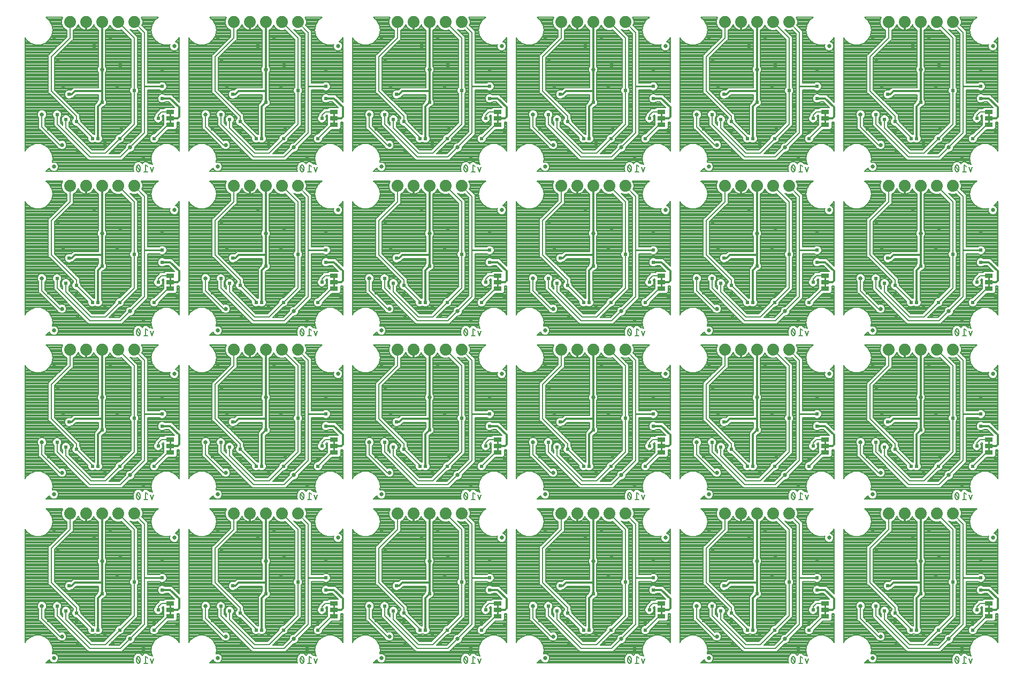
<source format=gbl>
G75*
%MOIN*%
%OFA0B0*%
%FSLAX25Y25*%
%IPPOS*%
%LPD*%
%AMOC8*
5,1,8,0,0,1.08239X$1,22.5*
%
%ADD10C,0.00800*%
%ADD11R,0.05000X0.02500*%
%ADD12C,0.01000*%
%ADD13C,0.07400*%
%ADD14C,0.02500*%
%ADD15C,0.02400*%
%ADD16C,0.01200*%
%ADD17C,0.02578*%
D10*
X0043684Y0030750D02*
X0045984Y0032680D01*
X0046057Y0032805D01*
X0046334Y0032136D01*
X0047136Y0031334D01*
X0048183Y0030900D01*
X0049317Y0030900D01*
X0050364Y0031334D01*
X0051166Y0032136D01*
X0051600Y0033183D01*
X0051600Y0034317D01*
X0051166Y0035364D01*
X0050364Y0036166D01*
X0049317Y0036600D01*
X0048183Y0036600D01*
X0047785Y0036435D01*
X0048193Y0038750D01*
X0047624Y0041980D01*
X0045984Y0044820D01*
X0045984Y0044820D01*
X0043472Y0046928D01*
X0040390Y0048050D01*
X0037110Y0048050D01*
X0034028Y0046928D01*
X0031516Y0044820D01*
X0031516Y0044820D01*
X0030750Y0043494D01*
X0030750Y0114006D01*
X0031516Y0112680D01*
X0031516Y0112680D01*
X0034028Y0110572D01*
X0037110Y0109450D01*
X0040390Y0109450D01*
X0043472Y0110572D01*
X0045984Y0112680D01*
X0047624Y0115520D01*
X0047624Y0115520D01*
X0048193Y0118750D01*
X0047624Y0121980D01*
X0045984Y0124820D01*
X0045984Y0124820D01*
X0043684Y0126750D01*
X0054256Y0126750D01*
X0053450Y0124804D01*
X0053450Y0122696D01*
X0054257Y0120748D01*
X0055748Y0119257D01*
X0056750Y0118842D01*
X0056750Y0114578D01*
X0046422Y0104250D01*
X0045250Y0103078D01*
X0045250Y0079922D01*
X0046422Y0078750D01*
X0060750Y0064422D01*
X0060750Y0063710D01*
X0060376Y0063336D01*
X0059950Y0062307D01*
X0059950Y0061193D01*
X0060376Y0060164D01*
X0061164Y0059376D01*
X0062193Y0058950D01*
X0062722Y0058950D01*
X0069950Y0051722D01*
X0069950Y0050693D01*
X0070376Y0049664D01*
X0071164Y0048876D01*
X0072193Y0048450D01*
X0073307Y0048450D01*
X0074336Y0048876D01*
X0074500Y0049040D01*
X0074664Y0048876D01*
X0075693Y0048450D01*
X0076807Y0048450D01*
X0077836Y0048876D01*
X0078624Y0049664D01*
X0079050Y0050693D01*
X0079050Y0051807D01*
X0078624Y0052836D01*
X0078450Y0053010D01*
X0078450Y0070339D01*
X0079061Y0070950D01*
X0079307Y0070950D01*
X0080336Y0071376D01*
X0081124Y0072164D01*
X0081550Y0073193D01*
X0081550Y0074307D01*
X0081124Y0075336D01*
X0080950Y0075510D01*
X0080950Y0092246D01*
X0081199Y0092495D01*
X0081639Y0093557D01*
X0081639Y0094706D01*
X0081199Y0095768D01*
X0080950Y0096017D01*
X0080950Y0118925D01*
X0081752Y0119257D01*
X0083243Y0120748D01*
X0083750Y0121972D01*
X0084257Y0120748D01*
X0085748Y0119257D01*
X0087696Y0118450D01*
X0089804Y0118450D01*
X0090806Y0118865D01*
X0096750Y0112922D01*
X0096750Y0083210D01*
X0096376Y0082836D01*
X0095950Y0081807D01*
X0095950Y0080693D01*
X0096376Y0079664D01*
X0096750Y0079290D01*
X0096750Y0061078D01*
X0089722Y0054050D01*
X0089193Y0054050D01*
X0088164Y0053624D01*
X0087376Y0052836D01*
X0086950Y0051807D01*
X0086950Y0051278D01*
X0079922Y0044250D01*
X0072578Y0044250D01*
X0058250Y0058578D01*
X0058250Y0061290D01*
X0058624Y0061664D01*
X0059050Y0062693D01*
X0059050Y0063807D01*
X0058624Y0064836D01*
X0057836Y0065624D01*
X0056807Y0066050D01*
X0055693Y0066050D01*
X0054664Y0065624D01*
X0053876Y0064836D01*
X0053450Y0063807D01*
X0053450Y0062693D01*
X0053876Y0061664D01*
X0054250Y0061290D01*
X0054250Y0059578D01*
X0052750Y0061078D01*
X0052750Y0064290D01*
X0053124Y0064664D01*
X0053550Y0065693D01*
X0053550Y0066807D01*
X0053124Y0067836D01*
X0052336Y0068624D01*
X0051307Y0069050D01*
X0050193Y0069050D01*
X0049164Y0068624D01*
X0048376Y0067836D01*
X0047950Y0066807D01*
X0047950Y0065693D01*
X0048376Y0064664D01*
X0048750Y0064290D01*
X0048750Y0059422D01*
X0069250Y0038922D01*
X0070422Y0037750D01*
X0091078Y0037750D01*
X0092250Y0038922D01*
X0096189Y0042861D01*
X0096825Y0042861D01*
X0097886Y0043301D01*
X0098699Y0044114D01*
X0099139Y0045175D01*
X0099139Y0045811D01*
X0107250Y0053922D01*
X0107250Y0081650D01*
X0114390Y0081650D01*
X0114664Y0081376D01*
X0115693Y0080950D01*
X0116807Y0080950D01*
X0117836Y0081376D01*
X0118624Y0082164D01*
X0119050Y0083193D01*
X0119050Y0084307D01*
X0118624Y0085336D01*
X0117836Y0086124D01*
X0116807Y0086550D01*
X0115693Y0086550D01*
X0114664Y0086124D01*
X0114390Y0085850D01*
X0107250Y0085850D01*
X0107250Y0118078D01*
X0103635Y0121694D01*
X0104050Y0122696D01*
X0104050Y0124804D01*
X0103244Y0126750D01*
X0113816Y0126750D01*
X0111516Y0124820D01*
X0109876Y0121980D01*
X0109876Y0121980D01*
X0109307Y0118750D01*
X0109876Y0115520D01*
X0111516Y0112680D01*
X0111516Y0112680D01*
X0114028Y0110572D01*
X0117110Y0109450D01*
X0120390Y0109450D01*
X0121055Y0109692D01*
X0120900Y0109317D01*
X0120900Y0108183D01*
X0121334Y0107136D01*
X0122136Y0106334D01*
X0123183Y0105900D01*
X0124317Y0105900D01*
X0125364Y0106334D01*
X0126166Y0107136D01*
X0126600Y0108183D01*
X0126600Y0109317D01*
X0126166Y0110364D01*
X0125364Y0111166D01*
X0124571Y0111495D01*
X0125984Y0112680D01*
X0126750Y0114006D01*
X0126750Y0073861D01*
X0123450Y0077161D01*
X0123450Y0077161D01*
X0122161Y0078450D01*
X0118010Y0078450D01*
X0117836Y0078624D01*
X0116807Y0079050D01*
X0115693Y0079050D01*
X0114664Y0078624D01*
X0113876Y0077836D01*
X0113450Y0076807D01*
X0113450Y0075693D01*
X0113876Y0074664D01*
X0114664Y0073876D01*
X0115693Y0073450D01*
X0116807Y0073450D01*
X0117836Y0073876D01*
X0118010Y0074050D01*
X0120339Y0074050D01*
X0123789Y0070600D01*
X0118087Y0070600D01*
X0117237Y0069750D01*
X0114922Y0069750D01*
X0113750Y0068578D01*
X0111750Y0066578D01*
X0111750Y0065710D01*
X0111376Y0065336D01*
X0110950Y0064307D01*
X0110950Y0063193D01*
X0111376Y0062164D01*
X0112164Y0061376D01*
X0113193Y0060950D01*
X0114307Y0060950D01*
X0115336Y0061376D01*
X0116124Y0062164D01*
X0116550Y0063193D01*
X0116550Y0064307D01*
X0116136Y0065307D01*
X0116578Y0065750D01*
X0117237Y0065750D01*
X0117150Y0065663D01*
X0117150Y0061837D01*
X0117237Y0061750D01*
X0117150Y0061663D01*
X0117150Y0059978D01*
X0111222Y0054050D01*
X0110693Y0054050D01*
X0109664Y0053624D01*
X0108876Y0052836D01*
X0108450Y0051807D01*
X0108450Y0050693D01*
X0108876Y0049664D01*
X0109664Y0048876D01*
X0110693Y0048450D01*
X0111807Y0048450D01*
X0112836Y0048876D01*
X0113624Y0049664D01*
X0114050Y0050693D01*
X0114050Y0051222D01*
X0119728Y0056900D01*
X0124413Y0056900D01*
X0125350Y0057837D01*
X0125350Y0061550D01*
X0126661Y0061550D01*
X0126750Y0061639D01*
X0126750Y0043494D01*
X0125984Y0044820D01*
X0125984Y0044820D01*
X0123472Y0046928D01*
X0120390Y0048050D01*
X0117110Y0048050D01*
X0114028Y0046928D01*
X0111516Y0044820D01*
X0109876Y0041980D01*
X0109876Y0041980D01*
X0109307Y0038750D01*
X0109876Y0035520D01*
X0110020Y0035271D01*
X0109917Y0035219D01*
X0109137Y0035609D01*
X0108418Y0035370D01*
X0107203Y0036343D01*
X0106695Y0036850D01*
X0106568Y0036850D01*
X0106469Y0036929D01*
X0105756Y0036850D01*
X0105038Y0036850D01*
X0104949Y0036760D01*
X0104822Y0036746D01*
X0104374Y0036186D01*
X0103867Y0035678D01*
X0103867Y0035552D01*
X0103860Y0035543D01*
X0103778Y0035783D01*
X0102284Y0036850D01*
X0100449Y0036850D01*
X0098956Y0035783D01*
X0098725Y0035112D01*
X0098537Y0034961D01*
X0098500Y0034625D01*
X0098200Y0034010D01*
X0098200Y0031490D01*
X0098561Y0030750D01*
X0043684Y0030750D01*
X0044156Y0031146D02*
X0047590Y0031146D01*
X0046525Y0031944D02*
X0045107Y0031944D01*
X0045984Y0032680D02*
X0045984Y0032680D01*
X0045984Y0032680D01*
X0046020Y0032743D02*
X0046082Y0032743D01*
X0049910Y0031146D02*
X0098368Y0031146D01*
X0098200Y0031944D02*
X0050975Y0031944D01*
X0051418Y0032743D02*
X0098200Y0032743D01*
X0098200Y0033541D02*
X0051600Y0033541D01*
X0051591Y0034340D02*
X0098361Y0034340D01*
X0098735Y0035138D02*
X0051260Y0035138D01*
X0050594Y0035937D02*
X0099170Y0035937D01*
X0098956Y0035783D02*
X0098956Y0035783D01*
X0098956Y0035783D01*
X0100288Y0036735D02*
X0047838Y0036735D01*
X0047979Y0037534D02*
X0109521Y0037534D01*
X0109380Y0038332D02*
X0091661Y0038332D01*
X0092459Y0039131D02*
X0109374Y0039131D01*
X0109307Y0038750D02*
X0109307Y0038750D01*
X0109514Y0039929D02*
X0093258Y0039929D01*
X0094056Y0040728D02*
X0109655Y0040728D01*
X0109796Y0041526D02*
X0094855Y0041526D01*
X0095653Y0042325D02*
X0110075Y0042325D01*
X0110536Y0043123D02*
X0097458Y0043123D01*
X0098507Y0043922D02*
X0110997Y0043922D01*
X0111458Y0044720D02*
X0098950Y0044720D01*
X0099139Y0045519D02*
X0112348Y0045519D01*
X0111516Y0044820D02*
X0111516Y0044820D01*
X0111516Y0044820D01*
X0113300Y0046317D02*
X0099646Y0046317D01*
X0100444Y0047116D02*
X0114543Y0047116D01*
X0114028Y0046928D02*
X0114028Y0046928D01*
X0112441Y0048713D02*
X0126750Y0048713D01*
X0126750Y0049511D02*
X0113471Y0049511D01*
X0113891Y0050310D02*
X0126750Y0050310D01*
X0126750Y0051108D02*
X0114050Y0051108D01*
X0114735Y0051907D02*
X0126750Y0051907D01*
X0126750Y0052705D02*
X0115534Y0052705D01*
X0116332Y0053504D02*
X0126750Y0053504D01*
X0126750Y0054302D02*
X0117131Y0054302D01*
X0117929Y0055101D02*
X0126750Y0055101D01*
X0126750Y0055899D02*
X0118728Y0055899D01*
X0119526Y0056698D02*
X0126750Y0056698D01*
X0126750Y0057496D02*
X0125009Y0057496D01*
X0125350Y0058295D02*
X0126750Y0058295D01*
X0126750Y0059093D02*
X0125350Y0059093D01*
X0125350Y0059892D02*
X0126750Y0059892D01*
X0126750Y0060690D02*
X0125350Y0060690D01*
X0125350Y0061489D02*
X0126750Y0061489D01*
X0121250Y0059750D02*
X0119750Y0059750D01*
X0111250Y0051250D01*
X0110059Y0048713D02*
X0102041Y0048713D01*
X0102840Y0049511D02*
X0109029Y0049511D01*
X0108609Y0050310D02*
X0103638Y0050310D01*
X0104437Y0051108D02*
X0108450Y0051108D01*
X0108491Y0051907D02*
X0105235Y0051907D01*
X0106034Y0052705D02*
X0108822Y0052705D01*
X0109544Y0053504D02*
X0106832Y0053504D01*
X0107250Y0054302D02*
X0111474Y0054302D01*
X0112272Y0055101D02*
X0107250Y0055101D01*
X0107250Y0055899D02*
X0113071Y0055899D01*
X0113869Y0056698D02*
X0107250Y0056698D01*
X0107250Y0057496D02*
X0114668Y0057496D01*
X0115466Y0058295D02*
X0107250Y0058295D01*
X0107250Y0059093D02*
X0116265Y0059093D01*
X0117064Y0059892D02*
X0107250Y0059892D01*
X0107250Y0060690D02*
X0117150Y0060690D01*
X0117150Y0061489D02*
X0115449Y0061489D01*
X0116175Y0062287D02*
X0117150Y0062287D01*
X0117150Y0063086D02*
X0116506Y0063086D01*
X0116550Y0063884D02*
X0117150Y0063884D01*
X0117150Y0064683D02*
X0116394Y0064683D01*
X0116310Y0065482D02*
X0117150Y0065482D01*
X0115750Y0067750D02*
X0121250Y0067750D01*
X0123318Y0071071D02*
X0107250Y0071071D01*
X0107250Y0070273D02*
X0117760Y0070273D01*
X0114646Y0069474D02*
X0107250Y0069474D01*
X0107250Y0068676D02*
X0113847Y0068676D01*
X0113049Y0067877D02*
X0107250Y0067877D01*
X0107250Y0067079D02*
X0112250Y0067079D01*
X0111750Y0066280D02*
X0107250Y0066280D01*
X0107250Y0065482D02*
X0111522Y0065482D01*
X0111106Y0064683D02*
X0107250Y0064683D01*
X0107250Y0063884D02*
X0110950Y0063884D01*
X0110994Y0063086D02*
X0107250Y0063086D01*
X0107250Y0062287D02*
X0111325Y0062287D01*
X0112051Y0061489D02*
X0107250Y0061489D01*
X0103250Y0061489D02*
X0100750Y0061489D01*
X0100750Y0062287D02*
X0103250Y0062287D01*
X0103250Y0063086D02*
X0100750Y0063086D01*
X0100750Y0063884D02*
X0103250Y0063884D01*
X0103250Y0064683D02*
X0100750Y0064683D01*
X0100750Y0065482D02*
X0103250Y0065482D01*
X0103250Y0066280D02*
X0100750Y0066280D01*
X0100750Y0067079D02*
X0103250Y0067079D01*
X0103250Y0067877D02*
X0100750Y0067877D01*
X0100750Y0068676D02*
X0103250Y0068676D01*
X0103250Y0069474D02*
X0100750Y0069474D01*
X0100750Y0070273D02*
X0103250Y0070273D01*
X0103250Y0071071D02*
X0100750Y0071071D01*
X0100750Y0071870D02*
X0103250Y0071870D01*
X0103250Y0072668D02*
X0100750Y0072668D01*
X0100750Y0073467D02*
X0103250Y0073467D01*
X0103250Y0074265D02*
X0100750Y0074265D01*
X0100750Y0075064D02*
X0103250Y0075064D01*
X0103250Y0075862D02*
X0100750Y0075862D01*
X0100750Y0076661D02*
X0103250Y0076661D01*
X0103250Y0077459D02*
X0100750Y0077459D01*
X0100750Y0078258D02*
X0103250Y0078258D01*
X0103250Y0079056D02*
X0100750Y0079056D01*
X0100750Y0079290D02*
X0101124Y0079664D01*
X0101550Y0080693D01*
X0101550Y0081807D01*
X0101124Y0082836D01*
X0100750Y0083210D01*
X0100750Y0114578D01*
X0096300Y0119028D01*
X0097696Y0118450D01*
X0099804Y0118450D01*
X0100806Y0118865D01*
X0103250Y0116422D01*
X0103250Y0084720D01*
X0103150Y0084620D01*
X0103150Y0082880D01*
X0103250Y0082780D01*
X0103250Y0055578D01*
X0096311Y0048639D01*
X0095675Y0048639D01*
X0094614Y0048199D01*
X0093801Y0047386D01*
X0093361Y0046325D01*
X0093361Y0045689D01*
X0089422Y0041750D01*
X0083078Y0041750D01*
X0089778Y0048450D01*
X0090307Y0048450D01*
X0091336Y0048876D01*
X0092124Y0049664D01*
X0092550Y0050693D01*
X0092550Y0051222D01*
X0099578Y0058250D01*
X0100750Y0059422D01*
X0100750Y0079290D01*
X0101203Y0079855D02*
X0103250Y0079855D01*
X0103250Y0080653D02*
X0101534Y0080653D01*
X0101550Y0081452D02*
X0103250Y0081452D01*
X0103250Y0082250D02*
X0101366Y0082250D01*
X0100911Y0083049D02*
X0103150Y0083049D01*
X0103150Y0083847D02*
X0100750Y0083847D01*
X0100750Y0084646D02*
X0103176Y0084646D01*
X0103250Y0085444D02*
X0100750Y0085444D01*
X0100750Y0086243D02*
X0103250Y0086243D01*
X0103250Y0087041D02*
X0100750Y0087041D01*
X0100750Y0087840D02*
X0103250Y0087840D01*
X0103250Y0088638D02*
X0100750Y0088638D01*
X0100750Y0089437D02*
X0103250Y0089437D01*
X0103250Y0090235D02*
X0100750Y0090235D01*
X0100750Y0091034D02*
X0103250Y0091034D01*
X0103250Y0091832D02*
X0100750Y0091832D01*
X0100750Y0092631D02*
X0103250Y0092631D01*
X0103250Y0093429D02*
X0100750Y0093429D01*
X0100750Y0094228D02*
X0103250Y0094228D01*
X0103250Y0095026D02*
X0100750Y0095026D01*
X0100750Y0095825D02*
X0103250Y0095825D01*
X0103250Y0096623D02*
X0100750Y0096623D01*
X0100750Y0097422D02*
X0103250Y0097422D01*
X0103250Y0098220D02*
X0100750Y0098220D01*
X0100750Y0099019D02*
X0103250Y0099019D01*
X0103250Y0099818D02*
X0100750Y0099818D01*
X0100750Y0100616D02*
X0103250Y0100616D01*
X0103250Y0101415D02*
X0100750Y0101415D01*
X0100750Y0102213D02*
X0103250Y0102213D01*
X0103250Y0103012D02*
X0100750Y0103012D01*
X0100750Y0103810D02*
X0103250Y0103810D01*
X0103250Y0104609D02*
X0100750Y0104609D01*
X0100750Y0105407D02*
X0103250Y0105407D01*
X0103250Y0106206D02*
X0100750Y0106206D01*
X0100750Y0107004D02*
X0103250Y0107004D01*
X0103250Y0107803D02*
X0100750Y0107803D01*
X0100750Y0108601D02*
X0103250Y0108601D01*
X0103250Y0109400D02*
X0100750Y0109400D01*
X0100750Y0110198D02*
X0103250Y0110198D01*
X0103250Y0110997D02*
X0100750Y0110997D01*
X0100750Y0111795D02*
X0103250Y0111795D01*
X0103250Y0112594D02*
X0100750Y0112594D01*
X0100750Y0113392D02*
X0103250Y0113392D01*
X0103250Y0114191D02*
X0100750Y0114191D01*
X0100339Y0114989D02*
X0103250Y0114989D01*
X0103250Y0115788D02*
X0099541Y0115788D01*
X0098742Y0116586D02*
X0103085Y0116586D01*
X0102287Y0117385D02*
X0097944Y0117385D01*
X0097145Y0118183D02*
X0101488Y0118183D01*
X0105250Y0117250D02*
X0098750Y0123750D01*
X0104050Y0123773D02*
X0110911Y0123773D01*
X0111372Y0124571D02*
X0104050Y0124571D01*
X0103816Y0125370D02*
X0112171Y0125370D01*
X0111516Y0124820D02*
X0111516Y0124820D01*
X0111516Y0124820D01*
X0113123Y0126168D02*
X0103485Y0126168D01*
X0104050Y0122974D02*
X0110450Y0122974D01*
X0109989Y0122176D02*
X0103835Y0122176D01*
X0103951Y0121377D02*
X0109770Y0121377D01*
X0109629Y0120579D02*
X0104750Y0120579D01*
X0105548Y0119780D02*
X0109488Y0119780D01*
X0109347Y0118982D02*
X0106347Y0118982D01*
X0107145Y0118183D02*
X0109406Y0118183D01*
X0109307Y0118750D02*
X0109307Y0118750D01*
X0109547Y0117385D02*
X0107250Y0117385D01*
X0107250Y0116586D02*
X0109688Y0116586D01*
X0109829Y0115788D02*
X0107250Y0115788D01*
X0107250Y0114989D02*
X0110183Y0114989D01*
X0109876Y0115520D02*
X0109876Y0115520D01*
X0110644Y0114191D02*
X0107250Y0114191D01*
X0107250Y0113392D02*
X0111105Y0113392D01*
X0111619Y0112594D02*
X0107250Y0112594D01*
X0107250Y0111795D02*
X0112570Y0111795D01*
X0113522Y0110997D02*
X0107250Y0110997D01*
X0107250Y0110198D02*
X0115055Y0110198D01*
X0114028Y0110572D02*
X0114028Y0110572D01*
X0107250Y0109400D02*
X0120934Y0109400D01*
X0120900Y0108601D02*
X0107250Y0108601D01*
X0107250Y0107803D02*
X0121058Y0107803D01*
X0121465Y0107004D02*
X0107250Y0107004D01*
X0107250Y0106206D02*
X0122445Y0106206D01*
X0125055Y0106206D02*
X0126750Y0106206D01*
X0126750Y0107004D02*
X0126035Y0107004D01*
X0126442Y0107803D02*
X0126750Y0107803D01*
X0126750Y0108601D02*
X0126600Y0108601D01*
X0126566Y0109400D02*
X0126750Y0109400D01*
X0126750Y0110198D02*
X0126235Y0110198D01*
X0126750Y0110997D02*
X0125534Y0110997D01*
X0124930Y0111795D02*
X0126750Y0111795D01*
X0126750Y0112594D02*
X0125881Y0112594D01*
X0125984Y0112680D02*
X0125984Y0112680D01*
X0125984Y0112680D01*
X0126395Y0113392D02*
X0126750Y0113392D01*
X0132750Y0113392D02*
X0133105Y0113392D01*
X0132750Y0114006D02*
X0133516Y0112680D01*
X0133516Y0112680D01*
X0136028Y0110572D01*
X0139110Y0109450D01*
X0142390Y0109450D01*
X0145472Y0110572D01*
X0147984Y0112680D01*
X0149624Y0115520D01*
X0149624Y0115520D01*
X0150193Y0118750D01*
X0149624Y0121980D01*
X0147984Y0124820D01*
X0147984Y0124820D01*
X0145684Y0126750D01*
X0156256Y0126750D01*
X0155450Y0124804D01*
X0155450Y0122696D01*
X0156257Y0120748D01*
X0157748Y0119257D01*
X0158750Y0118842D01*
X0158750Y0114578D01*
X0148422Y0104250D01*
X0147250Y0103078D01*
X0147250Y0079922D01*
X0148422Y0078750D01*
X0162750Y0064422D01*
X0162750Y0063710D01*
X0162376Y0063336D01*
X0161950Y0062307D01*
X0161950Y0061193D01*
X0162376Y0060164D01*
X0163164Y0059376D01*
X0164193Y0058950D01*
X0164722Y0058950D01*
X0171950Y0051722D01*
X0171950Y0050693D01*
X0172376Y0049664D01*
X0173164Y0048876D01*
X0174193Y0048450D01*
X0175307Y0048450D01*
X0176336Y0048876D01*
X0176500Y0049040D01*
X0176664Y0048876D01*
X0177693Y0048450D01*
X0178807Y0048450D01*
X0179836Y0048876D01*
X0180624Y0049664D01*
X0181050Y0050693D01*
X0181050Y0051807D01*
X0180624Y0052836D01*
X0180450Y0053010D01*
X0180450Y0070339D01*
X0181061Y0070950D01*
X0181307Y0070950D01*
X0182336Y0071376D01*
X0183124Y0072164D01*
X0183550Y0073193D01*
X0183550Y0074307D01*
X0183124Y0075336D01*
X0182950Y0075510D01*
X0182950Y0092246D01*
X0183199Y0092495D01*
X0183639Y0093557D01*
X0183639Y0094706D01*
X0183199Y0095768D01*
X0182950Y0096017D01*
X0182950Y0118925D01*
X0183752Y0119257D01*
X0185243Y0120748D01*
X0185750Y0121972D01*
X0186257Y0120748D01*
X0187748Y0119257D01*
X0189696Y0118450D01*
X0191804Y0118450D01*
X0192806Y0118865D01*
X0198750Y0112922D01*
X0198750Y0083210D01*
X0198376Y0082836D01*
X0197950Y0081807D01*
X0197950Y0080693D01*
X0198376Y0079664D01*
X0198750Y0079290D01*
X0198750Y0061078D01*
X0191722Y0054050D01*
X0191193Y0054050D01*
X0190164Y0053624D01*
X0189376Y0052836D01*
X0188950Y0051807D01*
X0188950Y0051278D01*
X0181922Y0044250D01*
X0174578Y0044250D01*
X0160250Y0058578D01*
X0160250Y0061290D01*
X0160624Y0061664D01*
X0161050Y0062693D01*
X0161050Y0063807D01*
X0160624Y0064836D01*
X0159836Y0065624D01*
X0158807Y0066050D01*
X0157693Y0066050D01*
X0156664Y0065624D01*
X0155876Y0064836D01*
X0155450Y0063807D01*
X0155450Y0062693D01*
X0155876Y0061664D01*
X0156250Y0061290D01*
X0156250Y0059578D01*
X0154750Y0061078D01*
X0154750Y0064290D01*
X0155124Y0064664D01*
X0155550Y0065693D01*
X0155550Y0066807D01*
X0155124Y0067836D01*
X0154336Y0068624D01*
X0153307Y0069050D01*
X0152193Y0069050D01*
X0151164Y0068624D01*
X0150376Y0067836D01*
X0149950Y0066807D01*
X0149950Y0065693D01*
X0150376Y0064664D01*
X0150750Y0064290D01*
X0150750Y0059422D01*
X0151922Y0058250D01*
X0171250Y0038922D01*
X0171250Y0038922D01*
X0172422Y0037750D01*
X0193078Y0037750D01*
X0194250Y0038922D01*
X0198189Y0042861D01*
X0198825Y0042861D01*
X0199886Y0043301D01*
X0200699Y0044114D01*
X0201139Y0045175D01*
X0201139Y0045811D01*
X0208078Y0052750D01*
X0208078Y0052750D01*
X0209250Y0053922D01*
X0209250Y0081650D01*
X0216390Y0081650D01*
X0216664Y0081376D01*
X0217693Y0080950D01*
X0218807Y0080950D01*
X0219836Y0081376D01*
X0220624Y0082164D01*
X0221050Y0083193D01*
X0221050Y0084307D01*
X0220624Y0085336D01*
X0219836Y0086124D01*
X0218807Y0086550D01*
X0217693Y0086550D01*
X0216664Y0086124D01*
X0216390Y0085850D01*
X0209250Y0085850D01*
X0209250Y0118078D01*
X0205635Y0121694D01*
X0206050Y0122696D01*
X0206050Y0124804D01*
X0205244Y0126750D01*
X0215816Y0126750D01*
X0213516Y0124820D01*
X0211876Y0121980D01*
X0211876Y0121980D01*
X0211307Y0118750D01*
X0211876Y0115520D01*
X0213516Y0112680D01*
X0213516Y0112680D01*
X0216028Y0110572D01*
X0219110Y0109450D01*
X0222390Y0109450D01*
X0223055Y0109692D01*
X0222900Y0109317D01*
X0222900Y0108183D01*
X0223334Y0107136D01*
X0224136Y0106334D01*
X0225183Y0105900D01*
X0226317Y0105900D01*
X0227364Y0106334D01*
X0228166Y0107136D01*
X0228600Y0108183D01*
X0228600Y0109317D01*
X0228166Y0110364D01*
X0227364Y0111166D01*
X0226571Y0111495D01*
X0227984Y0112680D01*
X0228750Y0114006D01*
X0228750Y0073861D01*
X0224161Y0078450D01*
X0220010Y0078450D01*
X0219836Y0078624D01*
X0218807Y0079050D01*
X0217693Y0079050D01*
X0216664Y0078624D01*
X0215876Y0077836D01*
X0215450Y0076807D01*
X0215450Y0075693D01*
X0215876Y0074664D01*
X0216664Y0073876D01*
X0217693Y0073450D01*
X0218807Y0073450D01*
X0219836Y0073876D01*
X0220010Y0074050D01*
X0222339Y0074050D01*
X0225789Y0070600D01*
X0220087Y0070600D01*
X0219237Y0069750D01*
X0216922Y0069750D01*
X0215750Y0068578D01*
X0213750Y0066578D01*
X0213750Y0065710D01*
X0213376Y0065336D01*
X0212950Y0064307D01*
X0212950Y0063193D01*
X0213376Y0062164D01*
X0214164Y0061376D01*
X0215193Y0060950D01*
X0216307Y0060950D01*
X0217336Y0061376D01*
X0218124Y0062164D01*
X0218550Y0063193D01*
X0218550Y0064307D01*
X0218136Y0065307D01*
X0218578Y0065750D01*
X0219237Y0065750D01*
X0219150Y0065663D01*
X0219150Y0061837D01*
X0219237Y0061750D01*
X0219150Y0061663D01*
X0219150Y0059978D01*
X0213222Y0054050D01*
X0212693Y0054050D01*
X0211664Y0053624D01*
X0210876Y0052836D01*
X0210450Y0051807D01*
X0210450Y0050693D01*
X0210876Y0049664D01*
X0211664Y0048876D01*
X0212693Y0048450D01*
X0213807Y0048450D01*
X0214836Y0048876D01*
X0215624Y0049664D01*
X0216050Y0050693D01*
X0216050Y0051222D01*
X0221728Y0056900D01*
X0226413Y0056900D01*
X0227350Y0057837D01*
X0227350Y0061550D01*
X0228661Y0061550D01*
X0228750Y0061639D01*
X0228750Y0043494D01*
X0227984Y0044820D01*
X0227984Y0044820D01*
X0225472Y0046928D01*
X0222390Y0048050D01*
X0219110Y0048050D01*
X0216028Y0046928D01*
X0213516Y0044820D01*
X0211876Y0041980D01*
X0211876Y0041980D01*
X0211307Y0038750D01*
X0211876Y0035520D01*
X0212020Y0035271D01*
X0211917Y0035219D01*
X0211137Y0035609D01*
X0210418Y0035370D01*
X0209203Y0036343D01*
X0208695Y0036850D01*
X0208568Y0036850D01*
X0208469Y0036929D01*
X0207756Y0036850D01*
X0207038Y0036850D01*
X0206949Y0036760D01*
X0206822Y0036746D01*
X0206374Y0036186D01*
X0205867Y0035678D01*
X0205867Y0035552D01*
X0205860Y0035543D01*
X0205778Y0035783D01*
X0204284Y0036850D01*
X0202449Y0036850D01*
X0200956Y0035783D01*
X0200725Y0035112D01*
X0200537Y0034961D01*
X0200500Y0034625D01*
X0200200Y0034010D01*
X0200200Y0031490D01*
X0200561Y0030750D01*
X0145684Y0030750D01*
X0147984Y0032680D01*
X0148057Y0032805D01*
X0148334Y0032136D01*
X0149136Y0031334D01*
X0150183Y0030900D01*
X0151317Y0030900D01*
X0152364Y0031334D01*
X0153166Y0032136D01*
X0153600Y0033183D01*
X0153600Y0034317D01*
X0153166Y0035364D01*
X0152364Y0036166D01*
X0151317Y0036600D01*
X0150183Y0036600D01*
X0149785Y0036435D01*
X0150193Y0038750D01*
X0149624Y0041980D01*
X0147984Y0044820D01*
X0147984Y0044820D01*
X0145472Y0046928D01*
X0145472Y0046928D01*
X0142390Y0048050D01*
X0139110Y0048050D01*
X0136028Y0046928D01*
X0133516Y0044820D01*
X0132750Y0043494D01*
X0132750Y0114006D01*
X0132750Y0112594D02*
X0133619Y0112594D01*
X0132750Y0111795D02*
X0134570Y0111795D01*
X0135522Y0110997D02*
X0132750Y0110997D01*
X0132750Y0110198D02*
X0137055Y0110198D01*
X0136028Y0110572D02*
X0136028Y0110572D01*
X0132750Y0109400D02*
X0153571Y0109400D01*
X0154370Y0110198D02*
X0144445Y0110198D01*
X0145472Y0110572D02*
X0145472Y0110572D01*
X0145978Y0110997D02*
X0155168Y0110997D01*
X0155967Y0111795D02*
X0146930Y0111795D01*
X0147881Y0112594D02*
X0156765Y0112594D01*
X0157564Y0113392D02*
X0148395Y0113392D01*
X0147984Y0112680D02*
X0147984Y0112680D01*
X0147984Y0112680D01*
X0148856Y0114191D02*
X0158362Y0114191D01*
X0158750Y0114989D02*
X0149317Y0114989D01*
X0149671Y0115788D02*
X0158750Y0115788D01*
X0158750Y0116586D02*
X0149812Y0116586D01*
X0149953Y0117385D02*
X0158750Y0117385D01*
X0158750Y0118183D02*
X0150094Y0118183D01*
X0150193Y0118750D02*
X0150193Y0118750D01*
X0150153Y0118982D02*
X0158412Y0118982D01*
X0157224Y0119780D02*
X0150012Y0119780D01*
X0149871Y0120579D02*
X0156426Y0120579D01*
X0155996Y0121377D02*
X0149730Y0121377D01*
X0149624Y0121980D02*
X0149624Y0121980D01*
X0149511Y0122176D02*
X0155665Y0122176D01*
X0155450Y0122974D02*
X0149050Y0122974D01*
X0148589Y0123773D02*
X0155450Y0123773D01*
X0155450Y0124571D02*
X0148128Y0124571D01*
X0147329Y0125370D02*
X0155684Y0125370D01*
X0156015Y0126168D02*
X0146377Y0126168D01*
X0145684Y0132750D02*
X0147984Y0134680D01*
X0147984Y0134680D01*
X0148057Y0134805D01*
X0148334Y0134136D01*
X0149136Y0133334D01*
X0150183Y0132900D01*
X0151317Y0132900D01*
X0152364Y0133334D01*
X0153166Y0134136D01*
X0153600Y0135183D01*
X0153600Y0136317D01*
X0153166Y0137364D01*
X0152364Y0138166D01*
X0151317Y0138600D01*
X0150183Y0138600D01*
X0149785Y0138435D01*
X0150193Y0140750D01*
X0149624Y0143980D01*
X0147984Y0146820D01*
X0147984Y0146820D01*
X0145472Y0148928D01*
X0142390Y0150050D01*
X0139110Y0150050D01*
X0136028Y0148928D01*
X0133516Y0146820D01*
X0132750Y0145494D01*
X0132750Y0216006D01*
X0133516Y0214680D01*
X0133516Y0214680D01*
X0136028Y0212572D01*
X0139110Y0211450D01*
X0142390Y0211450D01*
X0145472Y0212572D01*
X0147984Y0214680D01*
X0149624Y0217520D01*
X0149624Y0217520D01*
X0150193Y0220750D01*
X0149624Y0223980D01*
X0147984Y0226820D01*
X0147984Y0226820D01*
X0145684Y0228750D01*
X0156256Y0228750D01*
X0155450Y0226804D01*
X0155450Y0224696D01*
X0156257Y0222748D01*
X0157748Y0221257D01*
X0158750Y0220842D01*
X0158750Y0216578D01*
X0148422Y0206250D01*
X0148422Y0206250D01*
X0147250Y0205078D01*
X0147250Y0181922D01*
X0148422Y0180750D01*
X0162750Y0166422D01*
X0162750Y0165710D01*
X0162376Y0165336D01*
X0161950Y0164307D01*
X0161950Y0163193D01*
X0162376Y0162164D01*
X0163164Y0161376D01*
X0164193Y0160950D01*
X0164722Y0160950D01*
X0171950Y0153722D01*
X0171950Y0152693D01*
X0172376Y0151664D01*
X0173164Y0150876D01*
X0174193Y0150450D01*
X0175307Y0150450D01*
X0176336Y0150876D01*
X0176500Y0151040D01*
X0176664Y0150876D01*
X0177693Y0150450D01*
X0178807Y0150450D01*
X0179836Y0150876D01*
X0180624Y0151664D01*
X0181050Y0152693D01*
X0181050Y0153807D01*
X0180624Y0154836D01*
X0180450Y0155010D01*
X0180450Y0172339D01*
X0181061Y0172950D01*
X0181307Y0172950D01*
X0182336Y0173376D01*
X0183124Y0174164D01*
X0183550Y0175193D01*
X0183550Y0176307D01*
X0183124Y0177336D01*
X0182950Y0177510D01*
X0182950Y0194246D01*
X0183199Y0194495D01*
X0183639Y0195557D01*
X0183639Y0196706D01*
X0183199Y0197768D01*
X0182950Y0198017D01*
X0182950Y0220925D01*
X0183752Y0221257D01*
X0185243Y0222748D01*
X0185750Y0223972D01*
X0186257Y0222748D01*
X0187748Y0221257D01*
X0189696Y0220450D01*
X0191804Y0220450D01*
X0192806Y0220865D01*
X0198750Y0214922D01*
X0198750Y0185210D01*
X0198376Y0184836D01*
X0197950Y0183807D01*
X0197950Y0182693D01*
X0198376Y0181664D01*
X0198750Y0181290D01*
X0198750Y0163078D01*
X0191722Y0156050D01*
X0191193Y0156050D01*
X0190164Y0155624D01*
X0189376Y0154836D01*
X0188950Y0153807D01*
X0188950Y0153278D01*
X0181922Y0146250D01*
X0174578Y0146250D01*
X0160250Y0160578D01*
X0160250Y0163290D01*
X0160624Y0163664D01*
X0161050Y0164693D01*
X0161050Y0165807D01*
X0160624Y0166836D01*
X0159836Y0167624D01*
X0158807Y0168050D01*
X0157693Y0168050D01*
X0156664Y0167624D01*
X0155876Y0166836D01*
X0155450Y0165807D01*
X0155450Y0164693D01*
X0155876Y0163664D01*
X0156250Y0163290D01*
X0156250Y0161578D01*
X0154750Y0163078D01*
X0154750Y0166290D01*
X0155124Y0166664D01*
X0155550Y0167693D01*
X0155550Y0168807D01*
X0155124Y0169836D01*
X0154336Y0170624D01*
X0153307Y0171050D01*
X0152193Y0171050D01*
X0151164Y0170624D01*
X0150376Y0169836D01*
X0149950Y0168807D01*
X0149950Y0167693D01*
X0150376Y0166664D01*
X0150750Y0166290D01*
X0150750Y0161422D01*
X0171250Y0140922D01*
X0172422Y0139750D01*
X0193078Y0139750D01*
X0194250Y0140922D01*
X0198189Y0144861D01*
X0198825Y0144861D01*
X0199886Y0145301D01*
X0200699Y0146114D01*
X0201139Y0147175D01*
X0201139Y0147811D01*
X0209250Y0155922D01*
X0209250Y0183650D01*
X0216390Y0183650D01*
X0216664Y0183376D01*
X0217693Y0182950D01*
X0218807Y0182950D01*
X0219836Y0183376D01*
X0220624Y0184164D01*
X0221050Y0185193D01*
X0221050Y0186307D01*
X0220624Y0187336D01*
X0219836Y0188124D01*
X0218807Y0188550D01*
X0217693Y0188550D01*
X0216664Y0188124D01*
X0216390Y0187850D01*
X0209250Y0187850D01*
X0209250Y0220078D01*
X0205635Y0223694D01*
X0206050Y0224696D01*
X0206050Y0226804D01*
X0205244Y0228750D01*
X0215816Y0228750D01*
X0213516Y0226820D01*
X0211876Y0223980D01*
X0211876Y0223980D01*
X0211307Y0220750D01*
X0211876Y0217520D01*
X0213516Y0214680D01*
X0213516Y0214680D01*
X0216028Y0212572D01*
X0219110Y0211450D01*
X0222390Y0211450D01*
X0223055Y0211692D01*
X0222900Y0211317D01*
X0222900Y0210183D01*
X0223334Y0209136D01*
X0224136Y0208334D01*
X0225183Y0207900D01*
X0226317Y0207900D01*
X0227364Y0208334D01*
X0228166Y0209136D01*
X0228600Y0210183D01*
X0228600Y0211317D01*
X0228166Y0212364D01*
X0227364Y0213166D01*
X0226571Y0213495D01*
X0227984Y0214680D01*
X0228750Y0216006D01*
X0228750Y0175861D01*
X0224161Y0180450D01*
X0220010Y0180450D01*
X0219836Y0180624D01*
X0218807Y0181050D01*
X0217693Y0181050D01*
X0216664Y0180624D01*
X0215876Y0179836D01*
X0215450Y0178807D01*
X0215450Y0177693D01*
X0215876Y0176664D01*
X0216664Y0175876D01*
X0217693Y0175450D01*
X0218807Y0175450D01*
X0219836Y0175876D01*
X0220010Y0176050D01*
X0222339Y0176050D01*
X0225789Y0172600D01*
X0220087Y0172600D01*
X0219237Y0171750D01*
X0216922Y0171750D01*
X0215750Y0170578D01*
X0213750Y0168578D01*
X0213750Y0167710D01*
X0213376Y0167336D01*
X0212950Y0166307D01*
X0212950Y0165193D01*
X0213376Y0164164D01*
X0214164Y0163376D01*
X0215193Y0162950D01*
X0216307Y0162950D01*
X0217336Y0163376D01*
X0218124Y0164164D01*
X0218550Y0165193D01*
X0218550Y0166307D01*
X0218136Y0167307D01*
X0218578Y0167750D01*
X0219237Y0167750D01*
X0219150Y0167663D01*
X0219150Y0163837D01*
X0219237Y0163750D01*
X0219150Y0163663D01*
X0219150Y0161978D01*
X0213222Y0156050D01*
X0212693Y0156050D01*
X0211664Y0155624D01*
X0210876Y0154836D01*
X0210450Y0153807D01*
X0210450Y0152693D01*
X0210876Y0151664D01*
X0211664Y0150876D01*
X0212693Y0150450D01*
X0213807Y0150450D01*
X0214836Y0150876D01*
X0215624Y0151664D01*
X0216050Y0152693D01*
X0216050Y0153222D01*
X0221728Y0158900D01*
X0226413Y0158900D01*
X0227350Y0159837D01*
X0227350Y0163550D01*
X0228661Y0163550D01*
X0228750Y0163639D01*
X0228750Y0145494D01*
X0227984Y0146820D01*
X0227984Y0146820D01*
X0225472Y0148928D01*
X0222390Y0150050D01*
X0219110Y0150050D01*
X0216028Y0148928D01*
X0213516Y0146820D01*
X0211876Y0143980D01*
X0211876Y0143980D01*
X0211307Y0140750D01*
X0211876Y0137520D01*
X0212020Y0137271D01*
X0211917Y0137219D01*
X0211137Y0137609D01*
X0210418Y0137370D01*
X0209203Y0138343D01*
X0208695Y0138850D01*
X0208568Y0138850D01*
X0208469Y0138929D01*
X0207756Y0138850D01*
X0207038Y0138850D01*
X0206949Y0138760D01*
X0206822Y0138746D01*
X0206374Y0138186D01*
X0205867Y0137678D01*
X0205867Y0137552D01*
X0205860Y0137543D01*
X0205778Y0137783D01*
X0204284Y0138850D01*
X0202449Y0138850D01*
X0200956Y0137783D01*
X0200725Y0137112D01*
X0200537Y0136961D01*
X0200500Y0136625D01*
X0200200Y0136010D01*
X0200200Y0133490D01*
X0200561Y0132750D01*
X0145684Y0132750D01*
X0146405Y0133355D02*
X0149115Y0133355D01*
X0148326Y0134153D02*
X0147357Y0134153D01*
X0152385Y0133355D02*
X0200266Y0133355D01*
X0200200Y0134153D02*
X0153174Y0134153D01*
X0153504Y0134952D02*
X0200200Y0134952D01*
X0200200Y0135751D02*
X0153600Y0135751D01*
X0153504Y0136549D02*
X0200463Y0136549D01*
X0200806Y0137348D02*
X0153173Y0137348D01*
X0152384Y0138146D02*
X0201464Y0138146D01*
X0200956Y0137783D02*
X0200956Y0137783D01*
X0200956Y0137783D01*
X0202433Y0135917D02*
X0204300Y0133583D01*
X0203367Y0132650D02*
X0203311Y0132652D01*
X0203255Y0132657D01*
X0203199Y0132667D01*
X0203144Y0132679D01*
X0203090Y0132696D01*
X0203038Y0132715D01*
X0202986Y0132739D01*
X0202936Y0132765D01*
X0202889Y0132795D01*
X0202843Y0132827D01*
X0202799Y0132863D01*
X0202758Y0132902D01*
X0202719Y0132943D01*
X0202684Y0132986D01*
X0202651Y0133032D01*
X0202621Y0133080D01*
X0202594Y0133129D01*
X0202571Y0133180D01*
X0202551Y0133233D01*
X0203367Y0132650D02*
X0203423Y0132652D01*
X0203479Y0132657D01*
X0203535Y0132667D01*
X0203590Y0132679D01*
X0203644Y0132696D01*
X0203696Y0132715D01*
X0203748Y0132739D01*
X0203798Y0132765D01*
X0203845Y0132795D01*
X0203891Y0132827D01*
X0203935Y0132863D01*
X0203976Y0132902D01*
X0204015Y0132943D01*
X0204050Y0132986D01*
X0204083Y0133032D01*
X0204113Y0133080D01*
X0204140Y0133129D01*
X0204163Y0133180D01*
X0204183Y0133233D01*
X0202200Y0134750D02*
X0202202Y0134862D01*
X0202207Y0134974D01*
X0202216Y0135086D01*
X0202229Y0135197D01*
X0202245Y0135308D01*
X0202265Y0135419D01*
X0202289Y0135528D01*
X0202316Y0135637D01*
X0202346Y0135745D01*
X0202380Y0135852D01*
X0202417Y0135958D01*
X0202458Y0136062D01*
X0202502Y0136165D01*
X0202550Y0136267D01*
X0203367Y0136850D02*
X0203423Y0136848D01*
X0203479Y0136843D01*
X0203535Y0136833D01*
X0203590Y0136821D01*
X0203644Y0136804D01*
X0203696Y0136785D01*
X0203748Y0136761D01*
X0203798Y0136735D01*
X0203845Y0136705D01*
X0203891Y0136672D01*
X0203935Y0136637D01*
X0203976Y0136598D01*
X0204015Y0136557D01*
X0204050Y0136514D01*
X0204083Y0136468D01*
X0204113Y0136420D01*
X0204140Y0136371D01*
X0204163Y0136320D01*
X0204183Y0136267D01*
X0203367Y0136850D02*
X0203311Y0136848D01*
X0203255Y0136843D01*
X0203199Y0136833D01*
X0203144Y0136821D01*
X0203090Y0136804D01*
X0203038Y0136785D01*
X0202986Y0136761D01*
X0202936Y0136735D01*
X0202889Y0136705D01*
X0202843Y0136673D01*
X0202799Y0136637D01*
X0202758Y0136598D01*
X0202719Y0136557D01*
X0202684Y0136514D01*
X0202651Y0136468D01*
X0202621Y0136420D01*
X0202594Y0136371D01*
X0202571Y0136320D01*
X0202551Y0136267D01*
X0204183Y0136267D02*
X0204231Y0136165D01*
X0204275Y0136062D01*
X0204316Y0135958D01*
X0204353Y0135852D01*
X0204387Y0135745D01*
X0204417Y0135637D01*
X0204444Y0135528D01*
X0204468Y0135419D01*
X0204488Y0135308D01*
X0204504Y0135197D01*
X0204517Y0135086D01*
X0204526Y0134974D01*
X0204531Y0134862D01*
X0204533Y0134750D01*
X0202200Y0134750D02*
X0202202Y0134638D01*
X0202207Y0134526D01*
X0202216Y0134414D01*
X0202229Y0134303D01*
X0202245Y0134192D01*
X0202265Y0134081D01*
X0202289Y0133972D01*
X0202316Y0133863D01*
X0202346Y0133755D01*
X0202380Y0133648D01*
X0202417Y0133542D01*
X0202458Y0133438D01*
X0202502Y0133335D01*
X0202550Y0133233D01*
X0204183Y0133233D02*
X0204231Y0133335D01*
X0204275Y0133438D01*
X0204316Y0133542D01*
X0204353Y0133648D01*
X0204387Y0133755D01*
X0204417Y0133863D01*
X0204444Y0133972D01*
X0204468Y0134081D01*
X0204488Y0134192D01*
X0204504Y0134303D01*
X0204517Y0134414D01*
X0204526Y0134526D01*
X0204531Y0134638D01*
X0204533Y0134750D01*
X0206700Y0132650D02*
X0209033Y0132650D01*
X0207867Y0132650D02*
X0207867Y0136850D01*
X0209033Y0135917D01*
X0210983Y0135450D02*
X0211917Y0132650D01*
X0212850Y0135450D01*
X0211976Y0137348D02*
X0211660Y0137348D01*
X0211876Y0137520D02*
X0211876Y0137520D01*
X0211766Y0138146D02*
X0209448Y0138146D01*
X0211625Y0138945D02*
X0149875Y0138945D01*
X0150016Y0139743D02*
X0211484Y0139743D01*
X0211343Y0140542D02*
X0193870Y0140542D01*
X0194669Y0141340D02*
X0211411Y0141340D01*
X0211307Y0140750D02*
X0211307Y0140750D01*
X0211551Y0142139D02*
X0195467Y0142139D01*
X0196266Y0142937D02*
X0211692Y0142937D01*
X0211833Y0143736D02*
X0197064Y0143736D01*
X0197863Y0144534D02*
X0212196Y0144534D01*
X0212657Y0145333D02*
X0199918Y0145333D01*
X0200706Y0146131D02*
X0213118Y0146131D01*
X0213516Y0146820D02*
X0213516Y0146820D01*
X0213516Y0146820D01*
X0213646Y0146930D02*
X0201037Y0146930D01*
X0201139Y0147728D02*
X0214598Y0147728D01*
X0215550Y0148527D02*
X0201855Y0148527D01*
X0202654Y0149325D02*
X0217119Y0149325D01*
X0214882Y0150922D02*
X0228750Y0150922D01*
X0228750Y0150124D02*
X0203452Y0150124D01*
X0204251Y0150922D02*
X0211618Y0150922D01*
X0210853Y0151721D02*
X0205049Y0151721D01*
X0205848Y0152519D02*
X0210522Y0152519D01*
X0210450Y0153318D02*
X0206646Y0153318D01*
X0207445Y0154116D02*
X0210578Y0154116D01*
X0210955Y0154915D02*
X0208243Y0154915D01*
X0209042Y0155713D02*
X0211880Y0155713D01*
X0213683Y0156512D02*
X0209250Y0156512D01*
X0209250Y0157310D02*
X0214482Y0157310D01*
X0215280Y0158109D02*
X0209250Y0158109D01*
X0209250Y0158907D02*
X0216079Y0158907D01*
X0216877Y0159706D02*
X0209250Y0159706D01*
X0209250Y0160504D02*
X0217676Y0160504D01*
X0218474Y0161303D02*
X0209250Y0161303D01*
X0209250Y0162101D02*
X0219150Y0162101D01*
X0219150Y0162900D02*
X0209250Y0162900D01*
X0209250Y0163698D02*
X0213842Y0163698D01*
X0213238Y0164497D02*
X0209250Y0164497D01*
X0209250Y0165295D02*
X0212950Y0165295D01*
X0212950Y0166094D02*
X0209250Y0166094D01*
X0209250Y0166892D02*
X0213193Y0166892D01*
X0213731Y0167691D02*
X0209250Y0167691D01*
X0209250Y0168489D02*
X0213750Y0168489D01*
X0214460Y0169288D02*
X0209250Y0169288D01*
X0209250Y0170087D02*
X0215258Y0170087D01*
X0216057Y0170885D02*
X0209250Y0170885D01*
X0209250Y0171684D02*
X0216855Y0171684D01*
X0217750Y0169750D02*
X0223250Y0169750D01*
X0225108Y0173281D02*
X0209250Y0173281D01*
X0209250Y0174079D02*
X0224310Y0174079D01*
X0223511Y0174878D02*
X0209250Y0174878D01*
X0209250Y0175676D02*
X0217147Y0175676D01*
X0216066Y0176475D02*
X0209250Y0176475D01*
X0209250Y0177273D02*
X0215624Y0177273D01*
X0215450Y0178072D02*
X0209250Y0178072D01*
X0209250Y0178870D02*
X0215476Y0178870D01*
X0215807Y0179669D02*
X0209250Y0179669D01*
X0209250Y0180467D02*
X0216507Y0180467D01*
X0219993Y0180467D02*
X0228750Y0180467D01*
X0228750Y0179669D02*
X0224943Y0179669D01*
X0225741Y0178870D02*
X0228750Y0178870D01*
X0228750Y0178072D02*
X0226540Y0178072D01*
X0227338Y0177273D02*
X0228750Y0177273D01*
X0228750Y0176475D02*
X0228137Y0176475D01*
X0228750Y0181266D02*
X0209250Y0181266D01*
X0209250Y0182064D02*
X0228750Y0182064D01*
X0228750Y0182863D02*
X0209250Y0182863D01*
X0207250Y0185750D02*
X0207250Y0219250D01*
X0200750Y0225750D01*
X0202806Y0220865D02*
X0205250Y0218422D01*
X0205250Y0186720D01*
X0205150Y0186620D01*
X0205150Y0184880D01*
X0205250Y0184780D01*
X0205250Y0157578D01*
X0198311Y0150639D01*
X0197675Y0150639D01*
X0196614Y0150199D01*
X0195801Y0149386D01*
X0195361Y0148325D01*
X0195361Y0147689D01*
X0191422Y0143750D01*
X0185078Y0143750D01*
X0191778Y0150450D01*
X0192307Y0150450D01*
X0193336Y0150876D01*
X0194124Y0151664D01*
X0194550Y0152693D01*
X0194550Y0153222D01*
X0201578Y0160250D01*
X0202750Y0161422D01*
X0202750Y0181290D01*
X0203124Y0181664D01*
X0203550Y0182693D01*
X0203550Y0183807D01*
X0203124Y0184836D01*
X0202750Y0185210D01*
X0202750Y0216578D01*
X0198300Y0221028D01*
X0199696Y0220450D01*
X0201804Y0220450D01*
X0202806Y0220865D01*
X0203279Y0220393D02*
X0198936Y0220393D01*
X0199734Y0219594D02*
X0204077Y0219594D01*
X0204876Y0218796D02*
X0200533Y0218796D01*
X0201331Y0217997D02*
X0205250Y0217997D01*
X0205250Y0217199D02*
X0202130Y0217199D01*
X0202750Y0216400D02*
X0205250Y0216400D01*
X0205250Y0215602D02*
X0202750Y0215602D01*
X0202750Y0214803D02*
X0205250Y0214803D01*
X0205250Y0214005D02*
X0202750Y0214005D01*
X0202750Y0213206D02*
X0205250Y0213206D01*
X0205250Y0212408D02*
X0202750Y0212408D01*
X0202750Y0211609D02*
X0205250Y0211609D01*
X0205250Y0210811D02*
X0202750Y0210811D01*
X0202750Y0210012D02*
X0205250Y0210012D01*
X0205250Y0209214D02*
X0202750Y0209214D01*
X0202750Y0208415D02*
X0205250Y0208415D01*
X0205250Y0207617D02*
X0202750Y0207617D01*
X0202750Y0206818D02*
X0205250Y0206818D01*
X0205250Y0206020D02*
X0202750Y0206020D01*
X0202750Y0205221D02*
X0205250Y0205221D01*
X0205250Y0204422D02*
X0202750Y0204422D01*
X0202750Y0203624D02*
X0205250Y0203624D01*
X0205250Y0202825D02*
X0202750Y0202825D01*
X0202750Y0202027D02*
X0205250Y0202027D01*
X0205250Y0201228D02*
X0202750Y0201228D01*
X0202750Y0200430D02*
X0205250Y0200430D01*
X0205250Y0199631D02*
X0202750Y0199631D01*
X0202750Y0198833D02*
X0205250Y0198833D01*
X0205250Y0198034D02*
X0202750Y0198034D01*
X0202750Y0197236D02*
X0205250Y0197236D01*
X0205250Y0196437D02*
X0202750Y0196437D01*
X0202750Y0195639D02*
X0205250Y0195639D01*
X0205250Y0194840D02*
X0202750Y0194840D01*
X0202750Y0194042D02*
X0205250Y0194042D01*
X0205250Y0193243D02*
X0202750Y0193243D01*
X0202750Y0192445D02*
X0205250Y0192445D01*
X0205250Y0191646D02*
X0202750Y0191646D01*
X0202750Y0190848D02*
X0205250Y0190848D01*
X0205250Y0190049D02*
X0202750Y0190049D01*
X0202750Y0189251D02*
X0205250Y0189251D01*
X0205250Y0188452D02*
X0202750Y0188452D01*
X0202750Y0187654D02*
X0205250Y0187654D01*
X0205250Y0186855D02*
X0202750Y0186855D01*
X0202750Y0186057D02*
X0205150Y0186057D01*
X0205150Y0185258D02*
X0202750Y0185258D01*
X0203280Y0184460D02*
X0205250Y0184460D01*
X0205250Y0183661D02*
X0203550Y0183661D01*
X0203550Y0182863D02*
X0205250Y0182863D01*
X0205250Y0182064D02*
X0203290Y0182064D01*
X0202750Y0181266D02*
X0205250Y0181266D01*
X0205250Y0180467D02*
X0202750Y0180467D01*
X0202750Y0179669D02*
X0205250Y0179669D01*
X0205250Y0178870D02*
X0202750Y0178870D01*
X0202750Y0178072D02*
X0205250Y0178072D01*
X0205250Y0177273D02*
X0202750Y0177273D01*
X0202750Y0176475D02*
X0205250Y0176475D01*
X0205250Y0175676D02*
X0202750Y0175676D01*
X0202750Y0174878D02*
X0205250Y0174878D01*
X0205250Y0174079D02*
X0202750Y0174079D01*
X0202750Y0173281D02*
X0205250Y0173281D01*
X0205250Y0172482D02*
X0202750Y0172482D01*
X0202750Y0171684D02*
X0205250Y0171684D01*
X0205250Y0170885D02*
X0202750Y0170885D01*
X0202750Y0170087D02*
X0205250Y0170087D01*
X0205250Y0169288D02*
X0202750Y0169288D01*
X0202750Y0168489D02*
X0205250Y0168489D01*
X0205250Y0167691D02*
X0202750Y0167691D01*
X0202750Y0166892D02*
X0205250Y0166892D01*
X0205250Y0166094D02*
X0202750Y0166094D01*
X0202750Y0165295D02*
X0205250Y0165295D01*
X0205250Y0164497D02*
X0202750Y0164497D01*
X0202750Y0163698D02*
X0205250Y0163698D01*
X0205250Y0162900D02*
X0202750Y0162900D01*
X0202750Y0162101D02*
X0205250Y0162101D01*
X0205250Y0161303D02*
X0202631Y0161303D01*
X0201833Y0160504D02*
X0205250Y0160504D01*
X0205250Y0159706D02*
X0201034Y0159706D01*
X0200236Y0158907D02*
X0205250Y0158907D01*
X0205250Y0158109D02*
X0199437Y0158109D01*
X0198639Y0157310D02*
X0204982Y0157310D01*
X0204183Y0156512D02*
X0197840Y0156512D01*
X0197042Y0155713D02*
X0203385Y0155713D01*
X0202586Y0154915D02*
X0196243Y0154915D01*
X0195445Y0154116D02*
X0201788Y0154116D01*
X0200989Y0153318D02*
X0194646Y0153318D01*
X0194478Y0152519D02*
X0200191Y0152519D01*
X0199392Y0151721D02*
X0194147Y0151721D01*
X0193382Y0150922D02*
X0198594Y0150922D01*
X0196538Y0150124D02*
X0191452Y0150124D01*
X0190654Y0149325D02*
X0195775Y0149325D01*
X0195445Y0148527D02*
X0189855Y0148527D01*
X0189057Y0147728D02*
X0195361Y0147728D01*
X0194601Y0146930D02*
X0188258Y0146930D01*
X0187460Y0146131D02*
X0193803Y0146131D01*
X0193004Y0145333D02*
X0186661Y0145333D01*
X0185863Y0144534D02*
X0192206Y0144534D01*
X0192250Y0141750D02*
X0173250Y0141750D01*
X0152750Y0162250D01*
X0152750Y0168250D01*
X0155351Y0169288D02*
X0159884Y0169288D01*
X0160682Y0168489D02*
X0155550Y0168489D01*
X0155549Y0167691D02*
X0156826Y0167691D01*
X0155933Y0166892D02*
X0155218Y0166892D01*
X0155569Y0166094D02*
X0154750Y0166094D01*
X0154750Y0165295D02*
X0155450Y0165295D01*
X0155531Y0164497D02*
X0154750Y0164497D01*
X0154750Y0163698D02*
X0155862Y0163698D01*
X0156250Y0162900D02*
X0154929Y0162900D01*
X0155727Y0162101D02*
X0156250Y0162101D01*
X0158250Y0159750D02*
X0158250Y0165250D01*
X0161050Y0165295D02*
X0162359Y0165295D01*
X0162029Y0164497D02*
X0160969Y0164497D01*
X0160638Y0163698D02*
X0161950Y0163698D01*
X0162071Y0162900D02*
X0160250Y0162900D01*
X0160250Y0162101D02*
X0162439Y0162101D01*
X0163341Y0161303D02*
X0160250Y0161303D01*
X0160324Y0160504D02*
X0165167Y0160504D01*
X0165966Y0159706D02*
X0161123Y0159706D01*
X0161921Y0158907D02*
X0166764Y0158907D01*
X0167563Y0158109D02*
X0162720Y0158109D01*
X0163518Y0157310D02*
X0168361Y0157310D01*
X0169160Y0156512D02*
X0164317Y0156512D01*
X0165115Y0155713D02*
X0169958Y0155713D01*
X0170757Y0154915D02*
X0165914Y0154915D01*
X0166712Y0154116D02*
X0171555Y0154116D01*
X0171950Y0153318D02*
X0167511Y0153318D01*
X0168309Y0152519D02*
X0172022Y0152519D01*
X0172353Y0151721D02*
X0169108Y0151721D01*
X0169906Y0150922D02*
X0173118Y0150922D01*
X0171503Y0149325D02*
X0184997Y0149325D01*
X0184198Y0148527D02*
X0172302Y0148527D01*
X0173100Y0147728D02*
X0183400Y0147728D01*
X0182601Y0146930D02*
X0173899Y0146930D01*
X0173750Y0144250D02*
X0182750Y0144250D01*
X0191750Y0153250D01*
X0200750Y0162250D01*
X0200750Y0183250D01*
X0200750Y0184750D01*
X0200750Y0215750D01*
X0190750Y0225750D01*
X0187015Y0221990D02*
X0184485Y0221990D01*
X0185260Y0222788D02*
X0186240Y0222788D01*
X0185909Y0223587D02*
X0185591Y0223587D01*
X0183594Y0221191D02*
X0187906Y0221191D01*
X0182950Y0220393D02*
X0193279Y0220393D01*
X0194077Y0219594D02*
X0182950Y0219594D01*
X0182950Y0218796D02*
X0194876Y0218796D01*
X0195674Y0217997D02*
X0182950Y0217997D01*
X0182950Y0217199D02*
X0196473Y0217199D01*
X0197271Y0216400D02*
X0182950Y0216400D01*
X0182950Y0215602D02*
X0198070Y0215602D01*
X0198750Y0214803D02*
X0182950Y0214803D01*
X0182950Y0214005D02*
X0198750Y0214005D01*
X0198750Y0213206D02*
X0182950Y0213206D01*
X0182950Y0212408D02*
X0198750Y0212408D01*
X0198750Y0211609D02*
X0182950Y0211609D01*
X0182950Y0210811D02*
X0198750Y0210811D01*
X0198750Y0210012D02*
X0182950Y0210012D01*
X0182950Y0209214D02*
X0198750Y0209214D01*
X0198750Y0208415D02*
X0182950Y0208415D01*
X0182950Y0207617D02*
X0198750Y0207617D01*
X0198750Y0206818D02*
X0182950Y0206818D01*
X0182950Y0206020D02*
X0198750Y0206020D01*
X0198750Y0205221D02*
X0182950Y0205221D01*
X0182950Y0204422D02*
X0198750Y0204422D01*
X0198750Y0203624D02*
X0182950Y0203624D01*
X0182950Y0202825D02*
X0198750Y0202825D01*
X0198750Y0202027D02*
X0182950Y0202027D01*
X0182950Y0201228D02*
X0198750Y0201228D01*
X0198750Y0200430D02*
X0182950Y0200430D01*
X0182950Y0199631D02*
X0198750Y0199631D01*
X0198750Y0198833D02*
X0182950Y0198833D01*
X0182950Y0198034D02*
X0198750Y0198034D01*
X0198750Y0197236D02*
X0183420Y0197236D01*
X0183639Y0196437D02*
X0198750Y0196437D01*
X0198750Y0195639D02*
X0183639Y0195639D01*
X0183342Y0194840D02*
X0198750Y0194840D01*
X0198750Y0194042D02*
X0182950Y0194042D01*
X0182950Y0193243D02*
X0198750Y0193243D01*
X0198750Y0192445D02*
X0182950Y0192445D01*
X0182950Y0191646D02*
X0198750Y0191646D01*
X0198750Y0190848D02*
X0182950Y0190848D01*
X0182950Y0190049D02*
X0198750Y0190049D01*
X0198750Y0189251D02*
X0182950Y0189251D01*
X0182950Y0188452D02*
X0198750Y0188452D01*
X0198750Y0187654D02*
X0182950Y0187654D01*
X0182950Y0186855D02*
X0198750Y0186855D01*
X0198750Y0186057D02*
X0182950Y0186057D01*
X0182950Y0185258D02*
X0198750Y0185258D01*
X0198220Y0184460D02*
X0182950Y0184460D01*
X0182950Y0183661D02*
X0197950Y0183661D01*
X0197950Y0182863D02*
X0182950Y0182863D01*
X0182950Y0182064D02*
X0198210Y0182064D01*
X0198750Y0181266D02*
X0182950Y0181266D01*
X0182950Y0180467D02*
X0198750Y0180467D01*
X0198750Y0179669D02*
X0182950Y0179669D01*
X0182950Y0178870D02*
X0198750Y0178870D01*
X0198750Y0178072D02*
X0182950Y0178072D01*
X0183150Y0177273D02*
X0198750Y0177273D01*
X0198750Y0176475D02*
X0183481Y0176475D01*
X0183550Y0175676D02*
X0198750Y0175676D01*
X0198750Y0174878D02*
X0183419Y0174878D01*
X0183039Y0174079D02*
X0198750Y0174079D01*
X0198750Y0173281D02*
X0182105Y0173281D01*
X0180593Y0172482D02*
X0198750Y0172482D01*
X0198750Y0171684D02*
X0180450Y0171684D01*
X0180450Y0170885D02*
X0198750Y0170885D01*
X0198750Y0170087D02*
X0180450Y0170087D01*
X0180450Y0169288D02*
X0198750Y0169288D01*
X0198750Y0168489D02*
X0180450Y0168489D01*
X0180450Y0167691D02*
X0198750Y0167691D01*
X0198750Y0166892D02*
X0180450Y0166892D01*
X0180450Y0166094D02*
X0198750Y0166094D01*
X0198750Y0165295D02*
X0180450Y0165295D01*
X0180450Y0164497D02*
X0198750Y0164497D01*
X0198750Y0163698D02*
X0180450Y0163698D01*
X0180450Y0162900D02*
X0198571Y0162900D01*
X0197773Y0162101D02*
X0180450Y0162101D01*
X0180450Y0161303D02*
X0196974Y0161303D01*
X0196176Y0160504D02*
X0180450Y0160504D01*
X0180450Y0159706D02*
X0195377Y0159706D01*
X0194579Y0158907D02*
X0180450Y0158907D01*
X0180450Y0158109D02*
X0193780Y0158109D01*
X0192982Y0157310D02*
X0180450Y0157310D01*
X0180450Y0156512D02*
X0192183Y0156512D01*
X0190380Y0155713D02*
X0180450Y0155713D01*
X0180545Y0154915D02*
X0189455Y0154915D01*
X0189078Y0154116D02*
X0180922Y0154116D01*
X0181050Y0153318D02*
X0188950Y0153318D01*
X0188191Y0152519D02*
X0180978Y0152519D01*
X0180647Y0151721D02*
X0187392Y0151721D01*
X0186594Y0150922D02*
X0179882Y0150922D01*
X0176618Y0150922D02*
X0176382Y0150922D01*
X0174750Y0153250D02*
X0174750Y0153750D01*
X0164750Y0163750D01*
X0164750Y0167250D01*
X0149250Y0182750D01*
X0149250Y0204250D01*
X0160750Y0215750D01*
X0160750Y0225750D01*
X0157015Y0221990D02*
X0149975Y0221990D01*
X0149834Y0222788D02*
X0156240Y0222788D01*
X0155909Y0223587D02*
X0149693Y0223587D01*
X0149624Y0223980D02*
X0149624Y0223980D01*
X0149390Y0224385D02*
X0155579Y0224385D01*
X0155450Y0225184D02*
X0148929Y0225184D01*
X0148468Y0225982D02*
X0155450Y0225982D01*
X0155450Y0226781D02*
X0148007Y0226781D01*
X0147079Y0227579D02*
X0155771Y0227579D01*
X0156102Y0228378D02*
X0146128Y0228378D01*
X0145684Y0234750D02*
X0147984Y0236680D01*
X0148057Y0236805D01*
X0148334Y0236136D01*
X0149136Y0235334D01*
X0150183Y0234900D01*
X0151317Y0234900D01*
X0152364Y0235334D01*
X0153166Y0236136D01*
X0153600Y0237183D01*
X0153600Y0238317D01*
X0153166Y0239364D01*
X0152364Y0240166D01*
X0151317Y0240600D01*
X0150183Y0240600D01*
X0149785Y0240435D01*
X0150193Y0242750D01*
X0149624Y0245980D01*
X0147984Y0248820D01*
X0147984Y0248820D01*
X0145472Y0250928D01*
X0142390Y0252050D01*
X0139110Y0252050D01*
X0136028Y0250928D01*
X0133516Y0248820D01*
X0132750Y0247494D01*
X0132750Y0318006D01*
X0133516Y0316680D01*
X0133516Y0316680D01*
X0136028Y0314572D01*
X0139110Y0313450D01*
X0142390Y0313450D01*
X0145472Y0314572D01*
X0147984Y0316680D01*
X0149624Y0319520D01*
X0149624Y0319520D01*
X0150193Y0322750D01*
X0149624Y0325980D01*
X0147984Y0328820D01*
X0147984Y0328820D01*
X0145684Y0330750D01*
X0156256Y0330750D01*
X0155450Y0328804D01*
X0155450Y0326696D01*
X0156257Y0324748D01*
X0157748Y0323257D01*
X0158750Y0322842D01*
X0158750Y0318578D01*
X0148422Y0308250D01*
X0147250Y0307078D01*
X0147250Y0283922D01*
X0148422Y0282750D01*
X0162750Y0268422D01*
X0162750Y0267710D01*
X0162376Y0267336D01*
X0161950Y0266307D01*
X0161950Y0265193D01*
X0162376Y0264164D01*
X0163164Y0263376D01*
X0164193Y0262950D01*
X0164722Y0262950D01*
X0171950Y0255722D01*
X0171950Y0254693D01*
X0172376Y0253664D01*
X0173164Y0252876D01*
X0174193Y0252450D01*
X0175307Y0252450D01*
X0176336Y0252876D01*
X0176500Y0253040D01*
X0176664Y0252876D01*
X0177693Y0252450D01*
X0178807Y0252450D01*
X0179836Y0252876D01*
X0180624Y0253664D01*
X0181050Y0254693D01*
X0181050Y0255807D01*
X0180624Y0256836D01*
X0180450Y0257010D01*
X0180450Y0274339D01*
X0181061Y0274950D01*
X0181307Y0274950D01*
X0182336Y0275376D01*
X0183124Y0276164D01*
X0183550Y0277193D01*
X0183550Y0278307D01*
X0183124Y0279336D01*
X0182950Y0279510D01*
X0182950Y0296246D01*
X0183199Y0296495D01*
X0183639Y0297557D01*
X0183639Y0298706D01*
X0183199Y0299768D01*
X0182950Y0300017D01*
X0182950Y0322925D01*
X0183752Y0323257D01*
X0185243Y0324748D01*
X0185750Y0325972D01*
X0186257Y0324748D01*
X0187748Y0323257D01*
X0189696Y0322450D01*
X0191804Y0322450D01*
X0192806Y0322865D01*
X0198750Y0316922D01*
X0198750Y0287210D01*
X0198376Y0286836D01*
X0197950Y0285807D01*
X0197950Y0284693D01*
X0198376Y0283664D01*
X0198750Y0283290D01*
X0198750Y0265078D01*
X0191722Y0258050D01*
X0191193Y0258050D01*
X0190164Y0257624D01*
X0189376Y0256836D01*
X0188950Y0255807D01*
X0188950Y0255278D01*
X0181922Y0248250D01*
X0174578Y0248250D01*
X0160250Y0262578D01*
X0160250Y0265290D01*
X0160624Y0265664D01*
X0161050Y0266693D01*
X0161050Y0267807D01*
X0160624Y0268836D01*
X0159836Y0269624D01*
X0158807Y0270050D01*
X0157693Y0270050D01*
X0156664Y0269624D01*
X0155876Y0268836D01*
X0155450Y0267807D01*
X0155450Y0266693D01*
X0155876Y0265664D01*
X0156250Y0265290D01*
X0156250Y0263578D01*
X0154750Y0265078D01*
X0154750Y0268290D01*
X0155124Y0268664D01*
X0155550Y0269693D01*
X0155550Y0270807D01*
X0155124Y0271836D01*
X0154336Y0272624D01*
X0153307Y0273050D01*
X0152193Y0273050D01*
X0151164Y0272624D01*
X0150376Y0271836D01*
X0149950Y0270807D01*
X0149950Y0269693D01*
X0150376Y0268664D01*
X0150750Y0268290D01*
X0150750Y0263422D01*
X0151922Y0262250D01*
X0171250Y0242922D01*
X0171250Y0242922D01*
X0172422Y0241750D01*
X0193078Y0241750D01*
X0194250Y0242922D01*
X0198189Y0246861D01*
X0198825Y0246861D01*
X0199886Y0247301D01*
X0200699Y0248114D01*
X0201139Y0249175D01*
X0201139Y0249811D01*
X0208078Y0256750D01*
X0208078Y0256750D01*
X0209250Y0257922D01*
X0209250Y0285650D01*
X0216390Y0285650D01*
X0216664Y0285376D01*
X0217693Y0284950D01*
X0218807Y0284950D01*
X0219836Y0285376D01*
X0220624Y0286164D01*
X0221050Y0287193D01*
X0221050Y0288307D01*
X0220624Y0289336D01*
X0219836Y0290124D01*
X0218807Y0290550D01*
X0217693Y0290550D01*
X0216664Y0290124D01*
X0216390Y0289850D01*
X0209250Y0289850D01*
X0209250Y0322078D01*
X0205635Y0325694D01*
X0206050Y0326696D01*
X0206050Y0328804D01*
X0205244Y0330750D01*
X0215816Y0330750D01*
X0213516Y0328820D01*
X0211876Y0325980D01*
X0211876Y0325980D01*
X0211307Y0322750D01*
X0211876Y0319520D01*
X0213516Y0316680D01*
X0213516Y0316680D01*
X0216028Y0314572D01*
X0219110Y0313450D01*
X0222390Y0313450D01*
X0223055Y0313692D01*
X0222900Y0313317D01*
X0222900Y0312183D01*
X0223334Y0311136D01*
X0224136Y0310334D01*
X0225183Y0309900D01*
X0226317Y0309900D01*
X0227364Y0310334D01*
X0228166Y0311136D01*
X0228600Y0312183D01*
X0228600Y0313317D01*
X0228166Y0314364D01*
X0227364Y0315166D01*
X0226571Y0315495D01*
X0227984Y0316680D01*
X0228750Y0318006D01*
X0228750Y0277861D01*
X0224161Y0282450D01*
X0220010Y0282450D01*
X0219836Y0282624D01*
X0218807Y0283050D01*
X0217693Y0283050D01*
X0216664Y0282624D01*
X0215876Y0281836D01*
X0215450Y0280807D01*
X0215450Y0279693D01*
X0215876Y0278664D01*
X0216664Y0277876D01*
X0217693Y0277450D01*
X0218807Y0277450D01*
X0219836Y0277876D01*
X0220010Y0278050D01*
X0222339Y0278050D01*
X0225789Y0274600D01*
X0220087Y0274600D01*
X0219237Y0273750D01*
X0216922Y0273750D01*
X0215750Y0272578D01*
X0213750Y0270578D01*
X0213750Y0269710D01*
X0213376Y0269336D01*
X0212950Y0268307D01*
X0212950Y0267193D01*
X0213376Y0266164D01*
X0214164Y0265376D01*
X0215193Y0264950D01*
X0216307Y0264950D01*
X0217336Y0265376D01*
X0218124Y0266164D01*
X0218550Y0267193D01*
X0218550Y0268307D01*
X0218136Y0269307D01*
X0218578Y0269750D01*
X0219237Y0269750D01*
X0219150Y0269663D01*
X0219150Y0265837D01*
X0219237Y0265750D01*
X0219150Y0265663D01*
X0219150Y0263978D01*
X0213222Y0258050D01*
X0212693Y0258050D01*
X0211664Y0257624D01*
X0210876Y0256836D01*
X0210450Y0255807D01*
X0210450Y0254693D01*
X0210876Y0253664D01*
X0211664Y0252876D01*
X0212693Y0252450D01*
X0213807Y0252450D01*
X0214836Y0252876D01*
X0215624Y0253664D01*
X0216050Y0254693D01*
X0216050Y0255222D01*
X0221728Y0260900D01*
X0226413Y0260900D01*
X0227350Y0261837D01*
X0227350Y0265550D01*
X0228661Y0265550D01*
X0228750Y0265639D01*
X0228750Y0247494D01*
X0227984Y0248820D01*
X0227984Y0248820D01*
X0225472Y0250928D01*
X0225472Y0250928D01*
X0222390Y0252050D01*
X0219110Y0252050D01*
X0216028Y0250928D01*
X0213516Y0248820D01*
X0211876Y0245980D01*
X0211876Y0245980D01*
X0211307Y0242750D01*
X0211876Y0239520D01*
X0212020Y0239271D01*
X0211917Y0239219D01*
X0211137Y0239609D01*
X0210418Y0239370D01*
X0209203Y0240343D01*
X0208695Y0240850D01*
X0208568Y0240850D01*
X0208469Y0240929D01*
X0207756Y0240850D01*
X0207038Y0240850D01*
X0206949Y0240760D01*
X0206822Y0240746D01*
X0206374Y0240186D01*
X0205867Y0239678D01*
X0205867Y0239552D01*
X0205860Y0239543D01*
X0205778Y0239783D01*
X0205778Y0239783D01*
X0204284Y0240850D01*
X0202449Y0240850D01*
X0200956Y0239783D01*
X0200725Y0239112D01*
X0200537Y0238961D01*
X0200500Y0238625D01*
X0200200Y0238010D01*
X0200200Y0235490D01*
X0200561Y0234750D01*
X0145684Y0234750D01*
X0145703Y0234766D02*
X0200553Y0234766D01*
X0200200Y0235564D02*
X0152595Y0235564D01*
X0153260Y0236363D02*
X0200200Y0236363D01*
X0200200Y0237161D02*
X0153591Y0237161D01*
X0153600Y0237960D02*
X0200200Y0237960D01*
X0200515Y0238758D02*
X0153417Y0238758D01*
X0152973Y0239557D02*
X0200878Y0239557D01*
X0200956Y0239783D02*
X0200956Y0239783D01*
X0200956Y0239783D01*
X0201757Y0240355D02*
X0151907Y0240355D01*
X0149912Y0241154D02*
X0211588Y0241154D01*
X0211729Y0240355D02*
X0209190Y0240355D01*
X0210184Y0239557D02*
X0210980Y0239557D01*
X0211241Y0239557D02*
X0211870Y0239557D01*
X0211876Y0239520D02*
X0211876Y0239520D01*
X0210983Y0237450D02*
X0211917Y0234650D01*
X0212850Y0237450D01*
X0209033Y0237917D02*
X0207867Y0238850D01*
X0207867Y0234650D01*
X0209033Y0234650D02*
X0206700Y0234650D01*
X0202550Y0235233D02*
X0202502Y0235335D01*
X0202458Y0235438D01*
X0202417Y0235542D01*
X0202380Y0235648D01*
X0202346Y0235755D01*
X0202316Y0235863D01*
X0202289Y0235972D01*
X0202265Y0236081D01*
X0202245Y0236192D01*
X0202229Y0236303D01*
X0202216Y0236414D01*
X0202207Y0236526D01*
X0202202Y0236638D01*
X0202200Y0236750D01*
X0204533Y0236750D02*
X0204531Y0236862D01*
X0204526Y0236974D01*
X0204517Y0237086D01*
X0204504Y0237197D01*
X0204488Y0237308D01*
X0204468Y0237419D01*
X0204444Y0237528D01*
X0204417Y0237637D01*
X0204387Y0237745D01*
X0204353Y0237852D01*
X0204316Y0237958D01*
X0204275Y0238062D01*
X0204231Y0238165D01*
X0204183Y0238267D01*
X0204163Y0238320D01*
X0204140Y0238371D01*
X0204113Y0238420D01*
X0204083Y0238468D01*
X0204050Y0238514D01*
X0204015Y0238557D01*
X0203976Y0238598D01*
X0203935Y0238637D01*
X0203891Y0238672D01*
X0203845Y0238705D01*
X0203798Y0238735D01*
X0203748Y0238761D01*
X0203696Y0238785D01*
X0203644Y0238804D01*
X0203590Y0238821D01*
X0203535Y0238833D01*
X0203479Y0238843D01*
X0203423Y0238848D01*
X0203367Y0238850D01*
X0203311Y0238848D01*
X0203255Y0238843D01*
X0203199Y0238833D01*
X0203144Y0238821D01*
X0203090Y0238804D01*
X0203038Y0238785D01*
X0202986Y0238761D01*
X0202936Y0238735D01*
X0202889Y0238705D01*
X0202843Y0238673D01*
X0202799Y0238637D01*
X0202758Y0238598D01*
X0202719Y0238557D01*
X0202684Y0238514D01*
X0202651Y0238468D01*
X0202621Y0238420D01*
X0202594Y0238371D01*
X0202571Y0238320D01*
X0202551Y0238267D01*
X0202433Y0237917D02*
X0204300Y0235583D01*
X0203367Y0234650D02*
X0203311Y0234652D01*
X0203255Y0234657D01*
X0203199Y0234667D01*
X0203144Y0234679D01*
X0203090Y0234696D01*
X0203038Y0234715D01*
X0202986Y0234739D01*
X0202936Y0234765D01*
X0202889Y0234795D01*
X0202843Y0234827D01*
X0202799Y0234863D01*
X0202758Y0234902D01*
X0202719Y0234943D01*
X0202684Y0234986D01*
X0202651Y0235032D01*
X0202621Y0235080D01*
X0202594Y0235129D01*
X0202571Y0235180D01*
X0202551Y0235233D01*
X0203367Y0234650D02*
X0203423Y0234652D01*
X0203479Y0234657D01*
X0203535Y0234667D01*
X0203590Y0234679D01*
X0203644Y0234696D01*
X0203696Y0234715D01*
X0203748Y0234739D01*
X0203798Y0234765D01*
X0203845Y0234795D01*
X0203891Y0234827D01*
X0203935Y0234863D01*
X0203976Y0234902D01*
X0204015Y0234943D01*
X0204050Y0234986D01*
X0204083Y0235032D01*
X0204113Y0235080D01*
X0204140Y0235129D01*
X0204163Y0235180D01*
X0204183Y0235233D01*
X0202200Y0236750D02*
X0202202Y0236862D01*
X0202207Y0236974D01*
X0202216Y0237086D01*
X0202229Y0237197D01*
X0202245Y0237308D01*
X0202265Y0237419D01*
X0202289Y0237528D01*
X0202316Y0237637D01*
X0202346Y0237745D01*
X0202380Y0237852D01*
X0202417Y0237958D01*
X0202458Y0238062D01*
X0202502Y0238165D01*
X0202550Y0238267D01*
X0204533Y0236750D02*
X0204531Y0236638D01*
X0204526Y0236526D01*
X0204517Y0236414D01*
X0204504Y0236303D01*
X0204488Y0236192D01*
X0204468Y0236081D01*
X0204444Y0235972D01*
X0204417Y0235863D01*
X0204387Y0235755D01*
X0204353Y0235648D01*
X0204316Y0235542D01*
X0204275Y0235438D01*
X0204231Y0235335D01*
X0204183Y0235233D01*
X0205855Y0239557D02*
X0205867Y0239557D01*
X0206510Y0240355D02*
X0204977Y0240355D01*
X0204284Y0240850D02*
X0204284Y0240850D01*
X0211447Y0241953D02*
X0193281Y0241953D01*
X0194079Y0242751D02*
X0211307Y0242751D01*
X0211307Y0242750D02*
X0211307Y0242750D01*
X0211448Y0243550D02*
X0194878Y0243550D01*
X0195676Y0244348D02*
X0211588Y0244348D01*
X0211729Y0245147D02*
X0196475Y0245147D01*
X0197273Y0245945D02*
X0211870Y0245945D01*
X0212317Y0246744D02*
X0198072Y0246744D01*
X0200128Y0247542D02*
X0212778Y0247542D01*
X0213239Y0248341D02*
X0200793Y0248341D01*
X0201124Y0249139D02*
X0213896Y0249139D01*
X0213516Y0248820D02*
X0213516Y0248820D01*
X0213516Y0248820D01*
X0214848Y0249938D02*
X0201266Y0249938D01*
X0202065Y0250736D02*
X0215799Y0250736D01*
X0216028Y0250928D02*
X0216028Y0250928D01*
X0217694Y0251535D02*
X0202863Y0251535D01*
X0203662Y0252333D02*
X0228750Y0252333D01*
X0228750Y0251535D02*
X0223806Y0251535D01*
X0225701Y0250736D02*
X0228750Y0250736D01*
X0228750Y0249938D02*
X0226652Y0249938D01*
X0227604Y0249139D02*
X0228750Y0249139D01*
X0228750Y0248341D02*
X0228261Y0248341D01*
X0228722Y0247542D02*
X0228750Y0247542D01*
X0228750Y0253132D02*
X0215091Y0253132D01*
X0215734Y0253930D02*
X0228750Y0253930D01*
X0228750Y0254729D02*
X0216050Y0254729D01*
X0216356Y0255527D02*
X0228750Y0255527D01*
X0228750Y0256326D02*
X0217154Y0256326D01*
X0217953Y0257124D02*
X0228750Y0257124D01*
X0228750Y0257923D02*
X0218751Y0257923D01*
X0219550Y0258721D02*
X0228750Y0258721D01*
X0228750Y0259520D02*
X0220348Y0259520D01*
X0221147Y0260318D02*
X0228750Y0260318D01*
X0228750Y0261117D02*
X0226630Y0261117D01*
X0227350Y0261915D02*
X0228750Y0261915D01*
X0228750Y0262714D02*
X0227350Y0262714D01*
X0227350Y0263512D02*
X0228750Y0263512D01*
X0228750Y0264311D02*
X0227350Y0264311D01*
X0227350Y0265109D02*
X0228750Y0265109D01*
X0223250Y0263750D02*
X0221750Y0263750D01*
X0213250Y0255250D01*
X0210665Y0256326D02*
X0207654Y0256326D01*
X0208453Y0257124D02*
X0211164Y0257124D01*
X0212386Y0257923D02*
X0209250Y0257923D01*
X0209250Y0258721D02*
X0213893Y0258721D01*
X0214691Y0259520D02*
X0209250Y0259520D01*
X0209250Y0260318D02*
X0215490Y0260318D01*
X0216288Y0261117D02*
X0209250Y0261117D01*
X0209250Y0261915D02*
X0217087Y0261915D01*
X0217885Y0262714D02*
X0209250Y0262714D01*
X0209250Y0263512D02*
X0218684Y0263512D01*
X0219150Y0264311D02*
X0209250Y0264311D01*
X0209250Y0265109D02*
X0214808Y0265109D01*
X0213632Y0265908D02*
X0209250Y0265908D01*
X0209250Y0266706D02*
X0213152Y0266706D01*
X0212950Y0267505D02*
X0209250Y0267505D01*
X0209250Y0268303D02*
X0212950Y0268303D01*
X0213279Y0269102D02*
X0209250Y0269102D01*
X0209250Y0269900D02*
X0213750Y0269900D01*
X0213871Y0270699D02*
X0209250Y0270699D01*
X0209250Y0271497D02*
X0214669Y0271497D01*
X0215468Y0272296D02*
X0209250Y0272296D01*
X0209250Y0273094D02*
X0216266Y0273094D01*
X0217750Y0271750D02*
X0223250Y0271750D01*
X0225697Y0274691D02*
X0209250Y0274691D01*
X0209250Y0273893D02*
X0219380Y0273893D01*
X0217750Y0271750D02*
X0215750Y0269750D01*
X0215750Y0267750D01*
X0218348Y0266706D02*
X0219150Y0266706D01*
X0219150Y0265908D02*
X0217868Y0265908D01*
X0216692Y0265109D02*
X0219150Y0265109D01*
X0219150Y0267505D02*
X0218550Y0267505D01*
X0218550Y0268303D02*
X0219150Y0268303D01*
X0219150Y0269102D02*
X0218221Y0269102D01*
X0224899Y0275490D02*
X0209250Y0275490D01*
X0209250Y0276289D02*
X0224100Y0276289D01*
X0223302Y0277087D02*
X0209250Y0277087D01*
X0209250Y0277886D02*
X0216655Y0277886D01*
X0215868Y0278684D02*
X0209250Y0278684D01*
X0209250Y0279483D02*
X0215537Y0279483D01*
X0215450Y0280281D02*
X0209250Y0280281D01*
X0209250Y0281080D02*
X0215563Y0281080D01*
X0215918Y0281878D02*
X0209250Y0281878D01*
X0209250Y0282677D02*
X0216792Y0282677D01*
X0217398Y0285072D02*
X0209250Y0285072D01*
X0209250Y0284274D02*
X0228750Y0284274D01*
X0228750Y0285072D02*
X0219102Y0285072D01*
X0220330Y0285871D02*
X0228750Y0285871D01*
X0228750Y0286669D02*
X0220833Y0286669D01*
X0221050Y0287468D02*
X0228750Y0287468D01*
X0228750Y0288266D02*
X0221050Y0288266D01*
X0220736Y0289065D02*
X0228750Y0289065D01*
X0228750Y0289863D02*
X0220097Y0289863D01*
X0216403Y0289863D02*
X0209250Y0289863D01*
X0209250Y0290662D02*
X0228750Y0290662D01*
X0228750Y0291460D02*
X0209250Y0291460D01*
X0209250Y0292259D02*
X0228750Y0292259D01*
X0228750Y0293057D02*
X0209250Y0293057D01*
X0209250Y0293856D02*
X0228750Y0293856D01*
X0228750Y0294654D02*
X0209250Y0294654D01*
X0209250Y0295453D02*
X0228750Y0295453D01*
X0228750Y0296251D02*
X0209250Y0296251D01*
X0209250Y0297050D02*
X0228750Y0297050D01*
X0228750Y0297848D02*
X0209250Y0297848D01*
X0209250Y0298647D02*
X0228750Y0298647D01*
X0228750Y0299445D02*
X0209250Y0299445D01*
X0209250Y0300244D02*
X0228750Y0300244D01*
X0228750Y0301042D02*
X0209250Y0301042D01*
X0209250Y0301841D02*
X0228750Y0301841D01*
X0228750Y0302639D02*
X0209250Y0302639D01*
X0209250Y0303438D02*
X0228750Y0303438D01*
X0228750Y0304236D02*
X0209250Y0304236D01*
X0209250Y0305035D02*
X0228750Y0305035D01*
X0228750Y0305833D02*
X0209250Y0305833D01*
X0209250Y0306632D02*
X0228750Y0306632D01*
X0228750Y0307430D02*
X0209250Y0307430D01*
X0209250Y0308229D02*
X0228750Y0308229D01*
X0228750Y0309027D02*
X0209250Y0309027D01*
X0209250Y0309826D02*
X0228750Y0309826D01*
X0228750Y0310624D02*
X0227655Y0310624D01*
X0228285Y0311423D02*
X0228750Y0311423D01*
X0228750Y0312222D02*
X0228600Y0312222D01*
X0228600Y0313020D02*
X0228750Y0313020D01*
X0228750Y0313819D02*
X0228392Y0313819D01*
X0228750Y0314617D02*
X0227913Y0314617D01*
X0228750Y0315416D02*
X0226762Y0315416D01*
X0227429Y0316214D02*
X0228750Y0316214D01*
X0228750Y0317013D02*
X0228176Y0317013D01*
X0227984Y0316680D02*
X0227984Y0316680D01*
X0227984Y0316680D01*
X0228637Y0317811D02*
X0228750Y0317811D01*
X0234750Y0317811D02*
X0234863Y0317811D01*
X0234750Y0318006D02*
X0235516Y0316680D01*
X0235516Y0316680D01*
X0238028Y0314572D01*
X0241110Y0313450D01*
X0244390Y0313450D01*
X0247472Y0314572D01*
X0249984Y0316680D01*
X0251624Y0319520D01*
X0251624Y0319520D01*
X0252193Y0322750D01*
X0251624Y0325980D01*
X0249984Y0328820D01*
X0249984Y0328820D01*
X0247684Y0330750D01*
X0258256Y0330750D01*
X0257450Y0328804D01*
X0257450Y0326696D01*
X0258257Y0324748D01*
X0259748Y0323257D01*
X0260750Y0322842D01*
X0260750Y0318578D01*
X0249250Y0307078D01*
X0249250Y0283922D01*
X0250422Y0282750D01*
X0264750Y0268422D01*
X0264750Y0267710D01*
X0264376Y0267336D01*
X0263950Y0266307D01*
X0263950Y0265193D01*
X0264376Y0264164D01*
X0265164Y0263376D01*
X0266193Y0262950D01*
X0266722Y0262950D01*
X0273950Y0255722D01*
X0273950Y0254693D01*
X0274376Y0253664D01*
X0275164Y0252876D01*
X0276193Y0252450D01*
X0277307Y0252450D01*
X0278336Y0252876D01*
X0278500Y0253040D01*
X0278664Y0252876D01*
X0279693Y0252450D01*
X0280807Y0252450D01*
X0281836Y0252876D01*
X0282624Y0253664D01*
X0283050Y0254693D01*
X0283050Y0255807D01*
X0282624Y0256836D01*
X0282450Y0257010D01*
X0282450Y0274339D01*
X0283061Y0274950D01*
X0283307Y0274950D01*
X0284336Y0275376D01*
X0285124Y0276164D01*
X0285550Y0277193D01*
X0285550Y0278307D01*
X0285124Y0279336D01*
X0284950Y0279510D01*
X0284950Y0296246D01*
X0285199Y0296495D01*
X0285639Y0297557D01*
X0285639Y0298706D01*
X0285199Y0299768D01*
X0284950Y0300017D01*
X0284950Y0322925D01*
X0285752Y0323257D01*
X0287243Y0324748D01*
X0287750Y0325972D01*
X0288257Y0324748D01*
X0289748Y0323257D01*
X0291696Y0322450D01*
X0293804Y0322450D01*
X0294806Y0322865D01*
X0300750Y0316922D01*
X0300750Y0287210D01*
X0300376Y0286836D01*
X0299950Y0285807D01*
X0299950Y0284693D01*
X0300376Y0283664D01*
X0300750Y0283290D01*
X0300750Y0265078D01*
X0293722Y0258050D01*
X0293193Y0258050D01*
X0292164Y0257624D01*
X0291376Y0256836D01*
X0290950Y0255807D01*
X0290950Y0255278D01*
X0283922Y0248250D01*
X0276578Y0248250D01*
X0262250Y0262578D01*
X0262250Y0265290D01*
X0262624Y0265664D01*
X0263050Y0266693D01*
X0263050Y0267807D01*
X0262624Y0268836D01*
X0261836Y0269624D01*
X0260807Y0270050D01*
X0259693Y0270050D01*
X0258664Y0269624D01*
X0257876Y0268836D01*
X0257450Y0267807D01*
X0257450Y0266693D01*
X0257876Y0265664D01*
X0258250Y0265290D01*
X0258250Y0263578D01*
X0256750Y0265078D01*
X0256750Y0268290D01*
X0257124Y0268664D01*
X0257550Y0269693D01*
X0257550Y0270807D01*
X0257124Y0271836D01*
X0256336Y0272624D01*
X0255307Y0273050D01*
X0254193Y0273050D01*
X0253164Y0272624D01*
X0252376Y0271836D01*
X0251950Y0270807D01*
X0251950Y0269693D01*
X0252376Y0268664D01*
X0252750Y0268290D01*
X0252750Y0263422D01*
X0273250Y0242922D01*
X0273250Y0242922D01*
X0274422Y0241750D01*
X0295078Y0241750D01*
X0296250Y0242922D01*
X0300189Y0246861D01*
X0300825Y0246861D01*
X0301886Y0247301D01*
X0302699Y0248114D01*
X0303139Y0249175D01*
X0303139Y0249811D01*
X0311250Y0257922D01*
X0311250Y0285650D01*
X0318390Y0285650D01*
X0318664Y0285376D01*
X0319693Y0284950D01*
X0320807Y0284950D01*
X0321836Y0285376D01*
X0322624Y0286164D01*
X0323050Y0287193D01*
X0323050Y0288307D01*
X0322624Y0289336D01*
X0321836Y0290124D01*
X0320807Y0290550D01*
X0319693Y0290550D01*
X0318664Y0290124D01*
X0318390Y0289850D01*
X0311250Y0289850D01*
X0311250Y0322078D01*
X0307635Y0325694D01*
X0308050Y0326696D01*
X0308050Y0328804D01*
X0307244Y0330750D01*
X0317816Y0330750D01*
X0315516Y0328820D01*
X0313876Y0325980D01*
X0313876Y0325980D01*
X0313307Y0322750D01*
X0313876Y0319520D01*
X0315516Y0316680D01*
X0315516Y0316680D01*
X0318028Y0314572D01*
X0321110Y0313450D01*
X0324390Y0313450D01*
X0325055Y0313692D01*
X0324900Y0313317D01*
X0324900Y0312183D01*
X0325334Y0311136D01*
X0326136Y0310334D01*
X0327183Y0309900D01*
X0328317Y0309900D01*
X0329364Y0310334D01*
X0330166Y0311136D01*
X0330600Y0312183D01*
X0330600Y0313317D01*
X0330166Y0314364D01*
X0329364Y0315166D01*
X0328571Y0315495D01*
X0329984Y0316680D01*
X0330750Y0318006D01*
X0330750Y0277861D01*
X0326161Y0282450D01*
X0322010Y0282450D01*
X0321836Y0282624D01*
X0320807Y0283050D01*
X0319693Y0283050D01*
X0318664Y0282624D01*
X0317876Y0281836D01*
X0317450Y0280807D01*
X0317450Y0279693D01*
X0317876Y0278664D01*
X0318664Y0277876D01*
X0319693Y0277450D01*
X0320807Y0277450D01*
X0321836Y0277876D01*
X0322010Y0278050D01*
X0324339Y0278050D01*
X0327789Y0274600D01*
X0322087Y0274600D01*
X0321237Y0273750D01*
X0318922Y0273750D01*
X0317750Y0272578D01*
X0315750Y0270578D01*
X0315750Y0269710D01*
X0315376Y0269336D01*
X0314950Y0268307D01*
X0314950Y0267193D01*
X0315376Y0266164D01*
X0316164Y0265376D01*
X0317193Y0264950D01*
X0318307Y0264950D01*
X0319336Y0265376D01*
X0320124Y0266164D01*
X0320550Y0267193D01*
X0320550Y0268307D01*
X0320136Y0269307D01*
X0320578Y0269750D01*
X0321237Y0269750D01*
X0321150Y0269663D01*
X0321150Y0265837D01*
X0321237Y0265750D01*
X0321150Y0265663D01*
X0321150Y0263978D01*
X0315222Y0258050D01*
X0314693Y0258050D01*
X0313664Y0257624D01*
X0312876Y0256836D01*
X0312450Y0255807D01*
X0312450Y0254693D01*
X0312876Y0253664D01*
X0313664Y0252876D01*
X0314693Y0252450D01*
X0315807Y0252450D01*
X0316836Y0252876D01*
X0317624Y0253664D01*
X0318050Y0254693D01*
X0318050Y0255222D01*
X0323728Y0260900D01*
X0328413Y0260900D01*
X0329350Y0261837D01*
X0329350Y0265550D01*
X0330661Y0265550D01*
X0330750Y0265639D01*
X0330750Y0247494D01*
X0329984Y0248820D01*
X0329984Y0248820D01*
X0327472Y0250928D01*
X0324390Y0252050D01*
X0321110Y0252050D01*
X0318028Y0250928D01*
X0315516Y0248820D01*
X0313876Y0245980D01*
X0313876Y0245980D01*
X0313307Y0242750D01*
X0313876Y0239520D01*
X0314020Y0239271D01*
X0313917Y0239219D01*
X0313137Y0239609D01*
X0312418Y0239370D01*
X0311203Y0240343D01*
X0310695Y0240850D01*
X0310568Y0240850D01*
X0310469Y0240929D01*
X0309756Y0240850D01*
X0309038Y0240850D01*
X0308949Y0240760D01*
X0308822Y0240746D01*
X0308374Y0240186D01*
X0307867Y0239678D01*
X0307867Y0239552D01*
X0307860Y0239543D01*
X0307778Y0239783D01*
X0306284Y0240850D01*
X0304449Y0240850D01*
X0302956Y0239783D01*
X0302725Y0239112D01*
X0302537Y0238961D01*
X0302500Y0238625D01*
X0302200Y0238010D01*
X0302200Y0235490D01*
X0302561Y0234750D01*
X0247684Y0234750D01*
X0249984Y0236680D01*
X0250057Y0236805D01*
X0250334Y0236136D01*
X0251136Y0235334D01*
X0252183Y0234900D01*
X0253317Y0234900D01*
X0254364Y0235334D01*
X0255166Y0236136D01*
X0255600Y0237183D01*
X0255600Y0238317D01*
X0255166Y0239364D01*
X0254364Y0240166D01*
X0253317Y0240600D01*
X0252183Y0240600D01*
X0251785Y0240435D01*
X0252193Y0242750D01*
X0251624Y0245980D01*
X0249984Y0248820D01*
X0249984Y0248820D01*
X0247472Y0250928D01*
X0244390Y0252050D01*
X0241110Y0252050D01*
X0238028Y0250928D01*
X0235516Y0248820D01*
X0234750Y0247494D01*
X0234750Y0318006D01*
X0234750Y0317013D02*
X0235324Y0317013D01*
X0234750Y0316214D02*
X0236071Y0316214D01*
X0237023Y0315416D02*
X0234750Y0315416D01*
X0234750Y0314617D02*
X0237974Y0314617D01*
X0238028Y0314572D02*
X0238028Y0314572D01*
X0240098Y0313819D02*
X0234750Y0313819D01*
X0234750Y0313020D02*
X0255192Y0313020D01*
X0255990Y0313819D02*
X0245402Y0313819D01*
X0247472Y0314572D02*
X0247472Y0314572D01*
X0247526Y0314617D02*
X0256789Y0314617D01*
X0257587Y0315416D02*
X0248477Y0315416D01*
X0249429Y0316214D02*
X0258386Y0316214D01*
X0259184Y0317013D02*
X0250176Y0317013D01*
X0249984Y0316680D02*
X0249984Y0316680D01*
X0249984Y0316680D01*
X0250637Y0317811D02*
X0259983Y0317811D01*
X0260750Y0318610D02*
X0251098Y0318610D01*
X0251559Y0319408D02*
X0260750Y0319408D01*
X0260750Y0320207D02*
X0251745Y0320207D01*
X0251886Y0321005D02*
X0260750Y0321005D01*
X0260750Y0321804D02*
X0252027Y0321804D01*
X0252167Y0322602D02*
X0260750Y0322602D01*
X0259604Y0323401D02*
X0252079Y0323401D01*
X0252193Y0322750D02*
X0252193Y0322750D01*
X0251938Y0324199D02*
X0258805Y0324199D01*
X0258153Y0324998D02*
X0251797Y0324998D01*
X0251656Y0325796D02*
X0257823Y0325796D01*
X0257492Y0326595D02*
X0251269Y0326595D01*
X0251624Y0325980D02*
X0251624Y0325980D01*
X0250808Y0327393D02*
X0257450Y0327393D01*
X0257450Y0328192D02*
X0250347Y0328192D01*
X0249781Y0328990D02*
X0257527Y0328990D01*
X0257858Y0329789D02*
X0248830Y0329789D01*
X0247878Y0330587D02*
X0258189Y0330587D01*
X0262750Y0327750D02*
X0262750Y0317750D01*
X0251250Y0306250D01*
X0251250Y0284750D01*
X0266750Y0269250D01*
X0266750Y0265750D01*
X0276750Y0255750D01*
X0276750Y0255250D01*
X0274909Y0253132D02*
X0271697Y0253132D01*
X0270898Y0253930D02*
X0274266Y0253930D01*
X0273950Y0254729D02*
X0270100Y0254729D01*
X0269301Y0255527D02*
X0273950Y0255527D01*
X0273346Y0256326D02*
X0268503Y0256326D01*
X0267704Y0257124D02*
X0272547Y0257124D01*
X0271749Y0257923D02*
X0266906Y0257923D01*
X0266107Y0258721D02*
X0270950Y0258721D01*
X0270152Y0259520D02*
X0265309Y0259520D01*
X0264510Y0260318D02*
X0269353Y0260318D01*
X0268555Y0261117D02*
X0263712Y0261117D01*
X0262913Y0261915D02*
X0267756Y0261915D01*
X0266958Y0262714D02*
X0262250Y0262714D01*
X0262250Y0263512D02*
X0265028Y0263512D01*
X0264315Y0264311D02*
X0262250Y0264311D01*
X0262250Y0265109D02*
X0263985Y0265109D01*
X0263950Y0265908D02*
X0262725Y0265908D01*
X0263050Y0266706D02*
X0264115Y0266706D01*
X0264545Y0267505D02*
X0263050Y0267505D01*
X0262844Y0268303D02*
X0264750Y0268303D01*
X0264070Y0269102D02*
X0262358Y0269102D01*
X0263271Y0269900D02*
X0261168Y0269900D01*
X0262473Y0270699D02*
X0257550Y0270699D01*
X0257550Y0269900D02*
X0259332Y0269900D01*
X0258142Y0269102D02*
X0257305Y0269102D01*
X0257656Y0268303D02*
X0256763Y0268303D01*
X0256750Y0267505D02*
X0257450Y0267505D01*
X0257450Y0266706D02*
X0256750Y0266706D01*
X0256750Y0265908D02*
X0257775Y0265908D01*
X0258250Y0265109D02*
X0256750Y0265109D01*
X0257518Y0264311D02*
X0258250Y0264311D01*
X0260250Y0261750D02*
X0260250Y0267250D01*
X0261674Y0271497D02*
X0257264Y0271497D01*
X0256664Y0272296D02*
X0260876Y0272296D01*
X0260077Y0273094D02*
X0245932Y0273094D01*
X0245825Y0273139D02*
X0244675Y0273139D01*
X0243614Y0272699D01*
X0242801Y0271886D01*
X0242361Y0270825D01*
X0242361Y0269675D01*
X0242801Y0268614D01*
X0243250Y0268164D01*
X0243250Y0261539D01*
X0244422Y0260367D01*
X0254367Y0250422D01*
X0254367Y0250422D01*
X0255539Y0249250D01*
X0255664Y0249250D01*
X0256114Y0248801D01*
X0257175Y0248361D01*
X0258325Y0248361D01*
X0259386Y0248801D01*
X0260199Y0249614D01*
X0260639Y0250675D01*
X0260639Y0251825D01*
X0260199Y0252886D01*
X0259386Y0253699D01*
X0258325Y0254139D01*
X0257175Y0254139D01*
X0256561Y0253885D01*
X0247250Y0263196D01*
X0247250Y0268164D01*
X0247699Y0268614D01*
X0248139Y0269675D01*
X0248139Y0270825D01*
X0247699Y0271886D01*
X0246886Y0272699D01*
X0245825Y0273139D01*
X0244568Y0273094D02*
X0234750Y0273094D01*
X0234750Y0272296D02*
X0243210Y0272296D01*
X0242640Y0271497D02*
X0234750Y0271497D01*
X0234750Y0270699D02*
X0242361Y0270699D01*
X0242361Y0269900D02*
X0234750Y0269900D01*
X0234750Y0269102D02*
X0242599Y0269102D01*
X0243111Y0268303D02*
X0234750Y0268303D01*
X0234750Y0267505D02*
X0243250Y0267505D01*
X0243250Y0266706D02*
X0234750Y0266706D01*
X0234750Y0265908D02*
X0243250Y0265908D01*
X0243250Y0265109D02*
X0234750Y0265109D01*
X0234750Y0264311D02*
X0243250Y0264311D01*
X0243250Y0263512D02*
X0234750Y0263512D01*
X0234750Y0262714D02*
X0243250Y0262714D01*
X0243250Y0261915D02*
X0234750Y0261915D01*
X0234750Y0261117D02*
X0243672Y0261117D01*
X0244422Y0260367D02*
X0244422Y0260367D01*
X0244471Y0260318D02*
X0234750Y0260318D01*
X0234750Y0259520D02*
X0245269Y0259520D01*
X0246068Y0258721D02*
X0234750Y0258721D01*
X0234750Y0257923D02*
X0246866Y0257923D01*
X0247665Y0257124D02*
X0234750Y0257124D01*
X0234750Y0256326D02*
X0248463Y0256326D01*
X0249262Y0255527D02*
X0234750Y0255527D01*
X0234750Y0254729D02*
X0250060Y0254729D01*
X0250859Y0253930D02*
X0234750Y0253930D01*
X0234750Y0253132D02*
X0251657Y0253132D01*
X0252456Y0252333D02*
X0234750Y0252333D01*
X0234750Y0251535D02*
X0239694Y0251535D01*
X0238028Y0250928D02*
X0238028Y0250928D01*
X0237799Y0250736D02*
X0234750Y0250736D01*
X0234750Y0249938D02*
X0236848Y0249938D01*
X0235896Y0249139D02*
X0234750Y0249139D01*
X0234750Y0248341D02*
X0235239Y0248341D01*
X0235516Y0248820D02*
X0235516Y0248820D01*
X0235516Y0248820D01*
X0234778Y0247542D02*
X0234750Y0247542D01*
X0245806Y0251535D02*
X0253254Y0251535D01*
X0254053Y0250736D02*
X0247701Y0250736D01*
X0247472Y0250928D02*
X0247472Y0250928D01*
X0248652Y0249938D02*
X0254851Y0249938D01*
X0255775Y0249139D02*
X0249604Y0249139D01*
X0250261Y0248341D02*
X0267831Y0248341D01*
X0267032Y0249139D02*
X0259725Y0249139D01*
X0260333Y0249938D02*
X0266234Y0249938D01*
X0265435Y0250736D02*
X0260639Y0250736D01*
X0260639Y0251535D02*
X0264637Y0251535D01*
X0263838Y0252333D02*
X0260428Y0252333D01*
X0259954Y0253132D02*
X0263040Y0253132D01*
X0262241Y0253930D02*
X0258829Y0253930D01*
X0256671Y0253930D02*
X0256516Y0253930D01*
X0255717Y0254729D02*
X0261443Y0254729D01*
X0260644Y0255527D02*
X0254919Y0255527D01*
X0254120Y0256326D02*
X0259846Y0256326D01*
X0259047Y0257124D02*
X0253322Y0257124D01*
X0252523Y0257923D02*
X0258249Y0257923D01*
X0257450Y0258721D02*
X0251725Y0258721D01*
X0250926Y0259520D02*
X0256652Y0259520D01*
X0255853Y0260318D02*
X0250127Y0260318D01*
X0249329Y0261117D02*
X0255055Y0261117D01*
X0254256Y0261915D02*
X0248530Y0261915D01*
X0247732Y0262714D02*
X0253458Y0262714D01*
X0252750Y0263512D02*
X0247250Y0263512D01*
X0247250Y0264311D02*
X0252750Y0264311D01*
X0252750Y0265109D02*
X0247250Y0265109D01*
X0247250Y0265908D02*
X0252750Y0265908D01*
X0252750Y0266706D02*
X0247250Y0266706D01*
X0247250Y0267505D02*
X0252750Y0267505D01*
X0252737Y0268303D02*
X0247389Y0268303D01*
X0247901Y0269102D02*
X0252195Y0269102D01*
X0251950Y0269900D02*
X0248139Y0269900D01*
X0248139Y0270699D02*
X0251950Y0270699D01*
X0252236Y0271497D02*
X0247860Y0271497D01*
X0247290Y0272296D02*
X0252836Y0272296D01*
X0254750Y0270250D02*
X0254750Y0264250D01*
X0275250Y0243750D01*
X0294250Y0243750D01*
X0300250Y0249750D01*
X0309250Y0258750D01*
X0309250Y0287750D01*
X0309250Y0321250D01*
X0302750Y0327750D01*
X0307642Y0329789D02*
X0316670Y0329789D01*
X0315719Y0328990D02*
X0307973Y0328990D01*
X0308050Y0328192D02*
X0315153Y0328192D01*
X0315516Y0328820D02*
X0315516Y0328820D01*
X0315516Y0328820D01*
X0314692Y0327393D02*
X0308050Y0327393D01*
X0308008Y0326595D02*
X0314231Y0326595D01*
X0313844Y0325796D02*
X0307677Y0325796D01*
X0308331Y0324998D02*
X0313703Y0324998D01*
X0313562Y0324199D02*
X0309129Y0324199D01*
X0309928Y0323401D02*
X0313421Y0323401D01*
X0313307Y0322750D02*
X0313307Y0322750D01*
X0313333Y0322602D02*
X0310726Y0322602D01*
X0311250Y0321804D02*
X0313473Y0321804D01*
X0313614Y0321005D02*
X0311250Y0321005D01*
X0311250Y0320207D02*
X0313755Y0320207D01*
X0313876Y0319520D02*
X0313876Y0319520D01*
X0313941Y0319408D02*
X0311250Y0319408D01*
X0311250Y0318610D02*
X0314402Y0318610D01*
X0314863Y0317811D02*
X0311250Y0317811D01*
X0311250Y0317013D02*
X0315324Y0317013D01*
X0316071Y0316214D02*
X0311250Y0316214D01*
X0311250Y0315416D02*
X0317023Y0315416D01*
X0317974Y0314617D02*
X0311250Y0314617D01*
X0311250Y0313819D02*
X0320098Y0313819D01*
X0324900Y0313020D02*
X0311250Y0313020D01*
X0311250Y0312222D02*
X0324900Y0312222D01*
X0325215Y0311423D02*
X0311250Y0311423D01*
X0311250Y0310624D02*
X0325845Y0310624D01*
X0329655Y0310624D02*
X0330750Y0310624D01*
X0330750Y0309826D02*
X0311250Y0309826D01*
X0311250Y0309027D02*
X0330750Y0309027D01*
X0330750Y0308229D02*
X0311250Y0308229D01*
X0311250Y0307430D02*
X0330750Y0307430D01*
X0330750Y0306632D02*
X0311250Y0306632D01*
X0311250Y0305833D02*
X0330750Y0305833D01*
X0330750Y0305035D02*
X0311250Y0305035D01*
X0311250Y0304236D02*
X0330750Y0304236D01*
X0330750Y0303438D02*
X0311250Y0303438D01*
X0311250Y0302639D02*
X0330750Y0302639D01*
X0330750Y0301841D02*
X0311250Y0301841D01*
X0311250Y0301042D02*
X0330750Y0301042D01*
X0330750Y0300244D02*
X0311250Y0300244D01*
X0311250Y0299445D02*
X0330750Y0299445D01*
X0330750Y0298647D02*
X0311250Y0298647D01*
X0311250Y0297848D02*
X0330750Y0297848D01*
X0330750Y0297050D02*
X0311250Y0297050D01*
X0311250Y0296251D02*
X0330750Y0296251D01*
X0330750Y0295453D02*
X0311250Y0295453D01*
X0311250Y0294654D02*
X0330750Y0294654D01*
X0330750Y0293856D02*
X0311250Y0293856D01*
X0311250Y0293057D02*
X0330750Y0293057D01*
X0330750Y0292259D02*
X0311250Y0292259D01*
X0311250Y0291460D02*
X0330750Y0291460D01*
X0330750Y0290662D02*
X0311250Y0290662D01*
X0311250Y0289863D02*
X0318403Y0289863D01*
X0322097Y0289863D02*
X0330750Y0289863D01*
X0330750Y0289065D02*
X0322736Y0289065D01*
X0323050Y0288266D02*
X0330750Y0288266D01*
X0330750Y0287468D02*
X0323050Y0287468D01*
X0322833Y0286669D02*
X0330750Y0286669D01*
X0330750Y0285871D02*
X0322330Y0285871D01*
X0321102Y0285072D02*
X0330750Y0285072D01*
X0330750Y0284274D02*
X0311250Y0284274D01*
X0311250Y0285072D02*
X0319398Y0285072D01*
X0318792Y0282677D02*
X0311250Y0282677D01*
X0311250Y0283475D02*
X0330750Y0283475D01*
X0330750Y0282677D02*
X0321708Y0282677D01*
X0317918Y0281878D02*
X0311250Y0281878D01*
X0311250Y0281080D02*
X0317563Y0281080D01*
X0317450Y0280281D02*
X0311250Y0280281D01*
X0311250Y0279483D02*
X0317537Y0279483D01*
X0317868Y0278684D02*
X0311250Y0278684D01*
X0311250Y0277886D02*
X0318655Y0277886D01*
X0321845Y0277886D02*
X0324503Y0277886D01*
X0325302Y0277087D02*
X0311250Y0277087D01*
X0311250Y0276289D02*
X0326100Y0276289D01*
X0326899Y0275490D02*
X0311250Y0275490D01*
X0311250Y0274691D02*
X0327697Y0274691D01*
X0325250Y0271750D02*
X0319750Y0271750D01*
X0317750Y0269750D01*
X0317750Y0267750D01*
X0320348Y0266706D02*
X0321150Y0266706D01*
X0321150Y0265908D02*
X0319868Y0265908D01*
X0318692Y0265109D02*
X0321150Y0265109D01*
X0321150Y0264311D02*
X0311250Y0264311D01*
X0311250Y0265109D02*
X0316808Y0265109D01*
X0315632Y0265908D02*
X0311250Y0265908D01*
X0311250Y0266706D02*
X0315152Y0266706D01*
X0314950Y0267505D02*
X0311250Y0267505D01*
X0311250Y0268303D02*
X0314950Y0268303D01*
X0315279Y0269102D02*
X0311250Y0269102D01*
X0311250Y0269900D02*
X0315750Y0269900D01*
X0315871Y0270699D02*
X0311250Y0270699D01*
X0311250Y0271497D02*
X0316669Y0271497D01*
X0317468Y0272296D02*
X0311250Y0272296D01*
X0311250Y0273094D02*
X0318266Y0273094D01*
X0321380Y0273893D02*
X0311250Y0273893D01*
X0307250Y0273893D02*
X0304750Y0273893D01*
X0304750Y0274691D02*
X0307250Y0274691D01*
X0307250Y0275490D02*
X0304750Y0275490D01*
X0304750Y0276289D02*
X0307250Y0276289D01*
X0307250Y0277087D02*
X0304750Y0277087D01*
X0304750Y0277886D02*
X0307250Y0277886D01*
X0307250Y0278684D02*
X0304750Y0278684D01*
X0304750Y0279483D02*
X0307250Y0279483D01*
X0307250Y0280281D02*
X0304750Y0280281D01*
X0304750Y0281080D02*
X0307250Y0281080D01*
X0307250Y0281878D02*
X0304750Y0281878D01*
X0304750Y0282677D02*
X0307250Y0282677D01*
X0307250Y0283475D02*
X0304935Y0283475D01*
X0304750Y0283290D02*
X0305124Y0283664D01*
X0305550Y0284693D01*
X0305550Y0285807D01*
X0305124Y0286836D01*
X0304750Y0287210D01*
X0304750Y0318578D01*
X0300300Y0323028D01*
X0301696Y0322450D01*
X0303804Y0322450D01*
X0304806Y0322865D01*
X0307250Y0320422D01*
X0307250Y0288720D01*
X0307150Y0288620D01*
X0307150Y0286880D01*
X0307250Y0286780D01*
X0307250Y0259578D01*
X0300311Y0252639D01*
X0299675Y0252639D01*
X0298614Y0252199D01*
X0297801Y0251386D01*
X0297361Y0250325D01*
X0297361Y0249689D01*
X0293422Y0245750D01*
X0287078Y0245750D01*
X0293778Y0252450D01*
X0294307Y0252450D01*
X0295336Y0252876D01*
X0296124Y0253664D01*
X0296550Y0254693D01*
X0296550Y0255222D01*
X0303578Y0262250D01*
X0304750Y0263422D01*
X0304750Y0283290D01*
X0305376Y0284274D02*
X0307250Y0284274D01*
X0307250Y0285072D02*
X0305550Y0285072D01*
X0305524Y0285871D02*
X0307250Y0285871D01*
X0307250Y0286669D02*
X0305193Y0286669D01*
X0304750Y0287468D02*
X0307150Y0287468D01*
X0307150Y0288266D02*
X0304750Y0288266D01*
X0304750Y0289065D02*
X0307250Y0289065D01*
X0307250Y0289863D02*
X0304750Y0289863D01*
X0304750Y0290662D02*
X0307250Y0290662D01*
X0307250Y0291460D02*
X0304750Y0291460D01*
X0304750Y0292259D02*
X0307250Y0292259D01*
X0307250Y0293057D02*
X0304750Y0293057D01*
X0304750Y0293856D02*
X0307250Y0293856D01*
X0307250Y0294654D02*
X0304750Y0294654D01*
X0304750Y0295453D02*
X0307250Y0295453D01*
X0307250Y0296251D02*
X0304750Y0296251D01*
X0304750Y0297050D02*
X0307250Y0297050D01*
X0307250Y0297848D02*
X0304750Y0297848D01*
X0304750Y0298647D02*
X0307250Y0298647D01*
X0307250Y0299445D02*
X0304750Y0299445D01*
X0304750Y0300244D02*
X0307250Y0300244D01*
X0307250Y0301042D02*
X0304750Y0301042D01*
X0304750Y0301841D02*
X0307250Y0301841D01*
X0307250Y0302639D02*
X0304750Y0302639D01*
X0304750Y0303438D02*
X0307250Y0303438D01*
X0307250Y0304236D02*
X0304750Y0304236D01*
X0304750Y0305035D02*
X0307250Y0305035D01*
X0307250Y0305833D02*
X0304750Y0305833D01*
X0304750Y0306632D02*
X0307250Y0306632D01*
X0307250Y0307430D02*
X0304750Y0307430D01*
X0304750Y0308229D02*
X0307250Y0308229D01*
X0307250Y0309027D02*
X0304750Y0309027D01*
X0304750Y0309826D02*
X0307250Y0309826D01*
X0307250Y0310624D02*
X0304750Y0310624D01*
X0304750Y0311423D02*
X0307250Y0311423D01*
X0307250Y0312222D02*
X0304750Y0312222D01*
X0304750Y0313020D02*
X0307250Y0313020D01*
X0307250Y0313819D02*
X0304750Y0313819D01*
X0304750Y0314617D02*
X0307250Y0314617D01*
X0307250Y0315416D02*
X0304750Y0315416D01*
X0304750Y0316214D02*
X0307250Y0316214D01*
X0307250Y0317013D02*
X0304750Y0317013D01*
X0304750Y0317811D02*
X0307250Y0317811D01*
X0307250Y0318610D02*
X0304719Y0318610D01*
X0303920Y0319408D02*
X0307250Y0319408D01*
X0307250Y0320207D02*
X0303122Y0320207D01*
X0302323Y0321005D02*
X0306666Y0321005D01*
X0305868Y0321804D02*
X0301525Y0321804D01*
X0301328Y0322602D02*
X0300726Y0322602D01*
X0304172Y0322602D02*
X0305069Y0322602D01*
X0302750Y0317750D02*
X0292750Y0327750D01*
X0287823Y0325796D02*
X0287677Y0325796D01*
X0287347Y0324998D02*
X0288153Y0324998D01*
X0288805Y0324199D02*
X0286695Y0324199D01*
X0285896Y0323401D02*
X0289604Y0323401D01*
X0291328Y0322602D02*
X0284950Y0322602D01*
X0284950Y0321804D02*
X0295868Y0321804D01*
X0295069Y0322602D02*
X0294172Y0322602D01*
X0296666Y0321005D02*
X0284950Y0321005D01*
X0284950Y0320207D02*
X0297465Y0320207D01*
X0298263Y0319408D02*
X0284950Y0319408D01*
X0284950Y0318610D02*
X0299062Y0318610D01*
X0299860Y0317811D02*
X0284950Y0317811D01*
X0284950Y0317013D02*
X0300659Y0317013D01*
X0300750Y0316214D02*
X0284950Y0316214D01*
X0284950Y0315416D02*
X0300750Y0315416D01*
X0300750Y0314617D02*
X0284950Y0314617D01*
X0284950Y0313819D02*
X0300750Y0313819D01*
X0300750Y0313020D02*
X0284950Y0313020D01*
X0284950Y0312222D02*
X0300750Y0312222D01*
X0300750Y0311423D02*
X0284950Y0311423D01*
X0284950Y0310624D02*
X0300750Y0310624D01*
X0300750Y0309826D02*
X0284950Y0309826D01*
X0284950Y0309027D02*
X0300750Y0309027D01*
X0300750Y0308229D02*
X0284950Y0308229D01*
X0284950Y0307430D02*
X0300750Y0307430D01*
X0300750Y0306632D02*
X0284950Y0306632D01*
X0284950Y0305833D02*
X0300750Y0305833D01*
X0300750Y0305035D02*
X0284950Y0305035D01*
X0284950Y0304236D02*
X0300750Y0304236D01*
X0300750Y0303438D02*
X0284950Y0303438D01*
X0284950Y0302639D02*
X0300750Y0302639D01*
X0300750Y0301841D02*
X0284950Y0301841D01*
X0284950Y0301042D02*
X0300750Y0301042D01*
X0300750Y0300244D02*
X0284950Y0300244D01*
X0285333Y0299445D02*
X0300750Y0299445D01*
X0300750Y0298647D02*
X0285639Y0298647D01*
X0285639Y0297848D02*
X0300750Y0297848D01*
X0300750Y0297050D02*
X0285429Y0297050D01*
X0284955Y0296251D02*
X0300750Y0296251D01*
X0300750Y0295453D02*
X0284950Y0295453D01*
X0284950Y0294654D02*
X0300750Y0294654D01*
X0300750Y0293856D02*
X0284950Y0293856D01*
X0284950Y0293057D02*
X0300750Y0293057D01*
X0300750Y0292259D02*
X0284950Y0292259D01*
X0284950Y0291460D02*
X0300750Y0291460D01*
X0300750Y0290662D02*
X0284950Y0290662D01*
X0284950Y0289863D02*
X0300750Y0289863D01*
X0300750Y0289065D02*
X0284950Y0289065D01*
X0284950Y0288266D02*
X0300750Y0288266D01*
X0300750Y0287468D02*
X0284950Y0287468D01*
X0284950Y0286669D02*
X0300307Y0286669D01*
X0299976Y0285871D02*
X0284950Y0285871D01*
X0284950Y0285072D02*
X0299950Y0285072D01*
X0300124Y0284274D02*
X0284950Y0284274D01*
X0284950Y0283475D02*
X0300565Y0283475D01*
X0300750Y0282677D02*
X0284950Y0282677D01*
X0284950Y0281878D02*
X0300750Y0281878D01*
X0300750Y0281080D02*
X0284950Y0281080D01*
X0284950Y0280281D02*
X0300750Y0280281D01*
X0300750Y0279483D02*
X0284977Y0279483D01*
X0285394Y0278684D02*
X0300750Y0278684D01*
X0300750Y0277886D02*
X0285550Y0277886D01*
X0285506Y0277087D02*
X0300750Y0277087D01*
X0300750Y0276289D02*
X0285175Y0276289D01*
X0284450Y0275490D02*
X0300750Y0275490D01*
X0300750Y0274691D02*
X0282803Y0274691D01*
X0282450Y0273893D02*
X0300750Y0273893D01*
X0300750Y0273094D02*
X0282450Y0273094D01*
X0282450Y0272296D02*
X0300750Y0272296D01*
X0300750Y0271497D02*
X0282450Y0271497D01*
X0282450Y0270699D02*
X0300750Y0270699D01*
X0300750Y0269900D02*
X0282450Y0269900D01*
X0282450Y0269102D02*
X0300750Y0269102D01*
X0300750Y0268303D02*
X0282450Y0268303D01*
X0282450Y0267505D02*
X0300750Y0267505D01*
X0300750Y0266706D02*
X0282450Y0266706D01*
X0282450Y0265908D02*
X0300750Y0265908D01*
X0300750Y0265109D02*
X0282450Y0265109D01*
X0282450Y0264311D02*
X0299982Y0264311D01*
X0299184Y0263512D02*
X0282450Y0263512D01*
X0282450Y0262714D02*
X0298385Y0262714D01*
X0297587Y0261915D02*
X0282450Y0261915D01*
X0282450Y0261117D02*
X0296788Y0261117D01*
X0295990Y0260318D02*
X0282450Y0260318D01*
X0282450Y0259520D02*
X0295191Y0259520D01*
X0294393Y0258721D02*
X0282450Y0258721D01*
X0282450Y0257923D02*
X0292886Y0257923D01*
X0291664Y0257124D02*
X0282450Y0257124D01*
X0282835Y0256326D02*
X0291165Y0256326D01*
X0290950Y0255527D02*
X0283050Y0255527D01*
X0283050Y0254729D02*
X0290400Y0254729D01*
X0289602Y0253930D02*
X0282734Y0253930D01*
X0282091Y0253132D02*
X0288803Y0253132D01*
X0288005Y0252333D02*
X0272495Y0252333D01*
X0273294Y0251535D02*
X0287206Y0251535D01*
X0286408Y0250736D02*
X0274092Y0250736D01*
X0274891Y0249938D02*
X0285609Y0249938D01*
X0284811Y0249139D02*
X0275689Y0249139D01*
X0276488Y0248341D02*
X0284012Y0248341D01*
X0284750Y0246250D02*
X0275750Y0246250D01*
X0260250Y0261750D01*
X0269550Y0265778D02*
X0269550Y0266307D01*
X0269124Y0267336D01*
X0268750Y0267710D01*
X0268750Y0270078D01*
X0267578Y0271250D01*
X0253250Y0285578D01*
X0253250Y0305422D01*
X0263578Y0315750D01*
X0264750Y0316922D01*
X0264750Y0322842D01*
X0265752Y0323257D01*
X0267243Y0324748D01*
X0267871Y0326263D01*
X0268024Y0325792D01*
X0268388Y0325077D01*
X0268860Y0324428D01*
X0269428Y0323860D01*
X0270077Y0323388D01*
X0270792Y0323024D01*
X0271556Y0322776D01*
X0272349Y0322650D01*
X0272350Y0322650D01*
X0272350Y0327350D01*
X0273150Y0327350D01*
X0273150Y0322650D01*
X0273151Y0322650D01*
X0273944Y0322776D01*
X0274708Y0323024D01*
X0275423Y0323388D01*
X0276072Y0323860D01*
X0276640Y0324428D01*
X0277112Y0325077D01*
X0277476Y0325792D01*
X0277629Y0326263D01*
X0278257Y0324748D01*
X0279748Y0323257D01*
X0280550Y0322925D01*
X0280550Y0300017D01*
X0280301Y0299768D01*
X0279861Y0298706D01*
X0279861Y0297557D01*
X0280301Y0296495D01*
X0280550Y0296246D01*
X0280550Y0286950D01*
X0264839Y0286950D01*
X0263550Y0285661D01*
X0263254Y0285365D01*
X0262807Y0285550D01*
X0261693Y0285550D01*
X0260664Y0285124D01*
X0259876Y0284336D01*
X0259450Y0283307D01*
X0259450Y0282193D01*
X0259876Y0281164D01*
X0260664Y0280376D01*
X0261693Y0279950D01*
X0262807Y0279950D01*
X0263836Y0280376D01*
X0264010Y0280550D01*
X0264661Y0280550D01*
X0265950Y0281839D01*
X0266661Y0282550D01*
X0280550Y0282550D01*
X0280550Y0279510D01*
X0280376Y0279336D01*
X0279950Y0278307D01*
X0279950Y0278061D01*
X0278050Y0276161D01*
X0278050Y0257742D01*
X0277307Y0258050D01*
X0277278Y0258050D01*
X0269550Y0265778D01*
X0269550Y0265908D02*
X0278050Y0265908D01*
X0278050Y0266706D02*
X0269385Y0266706D01*
X0268955Y0267505D02*
X0278050Y0267505D01*
X0278050Y0268303D02*
X0268750Y0268303D01*
X0268750Y0269102D02*
X0278050Y0269102D01*
X0278050Y0269900D02*
X0268750Y0269900D01*
X0268129Y0270699D02*
X0278050Y0270699D01*
X0278050Y0271497D02*
X0267331Y0271497D01*
X0267578Y0271250D02*
X0267578Y0271250D01*
X0266532Y0272296D02*
X0278050Y0272296D01*
X0278050Y0273094D02*
X0265734Y0273094D01*
X0264935Y0273893D02*
X0278050Y0273893D01*
X0278050Y0274691D02*
X0264137Y0274691D01*
X0263338Y0275490D02*
X0278050Y0275490D01*
X0278177Y0276289D02*
X0262540Y0276289D01*
X0261741Y0277087D02*
X0278976Y0277087D01*
X0279774Y0277886D02*
X0260943Y0277886D01*
X0260144Y0278684D02*
X0280106Y0278684D01*
X0280523Y0279483D02*
X0259346Y0279483D01*
X0258547Y0280281D02*
X0260894Y0280281D01*
X0259961Y0281080D02*
X0257749Y0281080D01*
X0256950Y0281878D02*
X0259580Y0281878D01*
X0259450Y0282677D02*
X0256152Y0282677D01*
X0255353Y0283475D02*
X0259520Y0283475D01*
X0259850Y0284274D02*
X0254555Y0284274D01*
X0253756Y0285072D02*
X0260612Y0285072D01*
X0263759Y0285871D02*
X0253250Y0285871D01*
X0253250Y0286669D02*
X0264558Y0286669D01*
X0265989Y0281878D02*
X0280550Y0281878D01*
X0280550Y0281080D02*
X0265191Y0281080D01*
X0263606Y0280281D02*
X0280550Y0280281D01*
X0280550Y0287468D02*
X0253250Y0287468D01*
X0253250Y0288266D02*
X0280550Y0288266D01*
X0280550Y0289065D02*
X0253250Y0289065D01*
X0253250Y0289863D02*
X0280550Y0289863D01*
X0280550Y0290662D02*
X0253250Y0290662D01*
X0253250Y0291460D02*
X0280550Y0291460D01*
X0280550Y0292259D02*
X0253250Y0292259D01*
X0253250Y0293057D02*
X0280550Y0293057D01*
X0280550Y0293856D02*
X0253250Y0293856D01*
X0253250Y0294654D02*
X0280550Y0294654D01*
X0280550Y0295453D02*
X0253250Y0295453D01*
X0253250Y0296251D02*
X0280545Y0296251D01*
X0280071Y0297050D02*
X0253250Y0297050D01*
X0253250Y0297848D02*
X0279861Y0297848D01*
X0279861Y0298647D02*
X0253250Y0298647D01*
X0253250Y0299445D02*
X0280167Y0299445D01*
X0280550Y0300244D02*
X0253250Y0300244D01*
X0253250Y0301042D02*
X0280550Y0301042D01*
X0280550Y0301841D02*
X0253250Y0301841D01*
X0253250Y0302639D02*
X0280550Y0302639D01*
X0280550Y0303438D02*
X0253250Y0303438D01*
X0253250Y0304236D02*
X0280550Y0304236D01*
X0280550Y0305035D02*
X0253250Y0305035D01*
X0253662Y0305833D02*
X0280550Y0305833D01*
X0280550Y0306632D02*
X0254460Y0306632D01*
X0255259Y0307430D02*
X0280550Y0307430D01*
X0280550Y0308229D02*
X0256057Y0308229D01*
X0256856Y0309027D02*
X0280550Y0309027D01*
X0280550Y0309826D02*
X0257654Y0309826D01*
X0258453Y0310624D02*
X0280550Y0310624D01*
X0280550Y0311423D02*
X0259251Y0311423D01*
X0260050Y0312222D02*
X0280550Y0312222D01*
X0280550Y0313020D02*
X0260848Y0313020D01*
X0261647Y0313819D02*
X0280550Y0313819D01*
X0280550Y0314617D02*
X0262445Y0314617D01*
X0263244Y0315416D02*
X0280550Y0315416D01*
X0280550Y0316214D02*
X0264042Y0316214D01*
X0264750Y0317013D02*
X0280550Y0317013D01*
X0280550Y0317811D02*
X0264750Y0317811D01*
X0264750Y0318610D02*
X0280550Y0318610D01*
X0280550Y0319408D02*
X0264750Y0319408D01*
X0264750Y0320207D02*
X0280550Y0320207D01*
X0280550Y0321005D02*
X0264750Y0321005D01*
X0264750Y0321804D02*
X0280550Y0321804D01*
X0280550Y0322602D02*
X0264750Y0322602D01*
X0265896Y0323401D02*
X0270060Y0323401D01*
X0269088Y0324199D02*
X0266695Y0324199D01*
X0267347Y0324998D02*
X0268446Y0324998D01*
X0268022Y0325796D02*
X0267677Y0325796D01*
X0272350Y0325796D02*
X0273150Y0325796D01*
X0273150Y0324998D02*
X0272350Y0324998D01*
X0272350Y0324199D02*
X0273150Y0324199D01*
X0273150Y0323401D02*
X0272350Y0323401D01*
X0275440Y0323401D02*
X0279604Y0323401D01*
X0278805Y0324199D02*
X0276412Y0324199D01*
X0277054Y0324998D02*
X0278153Y0324998D01*
X0277823Y0325796D02*
X0277478Y0325796D01*
X0273150Y0326595D02*
X0272350Y0326595D01*
X0254364Y0337334D02*
X0253317Y0336900D01*
X0252183Y0336900D01*
X0251136Y0337334D01*
X0250334Y0338136D01*
X0250057Y0338805D01*
X0249984Y0338680D01*
X0249984Y0338680D01*
X0249984Y0338680D01*
X0247684Y0336750D01*
X0302561Y0336750D01*
X0302200Y0337490D01*
X0302200Y0340010D01*
X0302500Y0340625D01*
X0302537Y0340961D01*
X0302725Y0341112D01*
X0302956Y0341783D01*
X0302956Y0341783D01*
X0302956Y0341783D01*
X0304449Y0342850D01*
X0306284Y0342850D01*
X0307778Y0341783D01*
X0307778Y0341783D01*
X0307860Y0341543D01*
X0307867Y0341552D01*
X0307867Y0341678D01*
X0308374Y0342186D01*
X0308822Y0342746D01*
X0308949Y0342760D01*
X0309038Y0342850D01*
X0309756Y0342850D01*
X0310469Y0342929D01*
X0310568Y0342850D01*
X0310695Y0342850D01*
X0311203Y0342343D01*
X0312418Y0341370D01*
X0313137Y0341609D01*
X0313917Y0341219D01*
X0314020Y0341271D01*
X0313876Y0341520D01*
X0313876Y0341520D01*
X0313307Y0344750D01*
X0313307Y0344750D01*
X0313876Y0347980D01*
X0313876Y0347980D01*
X0315516Y0350820D01*
X0315516Y0350820D01*
X0315516Y0350820D01*
X0318028Y0352928D01*
X0318028Y0352928D01*
X0321110Y0354050D01*
X0324390Y0354050D01*
X0327472Y0352928D01*
X0327472Y0352928D01*
X0329984Y0350820D01*
X0329984Y0350820D01*
X0330750Y0349494D01*
X0330750Y0367639D01*
X0330661Y0367550D01*
X0329350Y0367550D01*
X0329350Y0363837D01*
X0328413Y0362900D01*
X0323728Y0362900D01*
X0318050Y0357222D01*
X0318050Y0356693D01*
X0317624Y0355664D01*
X0316836Y0354876D01*
X0315807Y0354450D01*
X0314693Y0354450D01*
X0313664Y0354876D01*
X0312876Y0355664D01*
X0312450Y0356693D01*
X0312450Y0357807D01*
X0312876Y0358836D01*
X0313664Y0359624D01*
X0314693Y0360050D01*
X0315222Y0360050D01*
X0321150Y0365978D01*
X0321150Y0367663D01*
X0321237Y0367750D01*
X0321150Y0367837D01*
X0321150Y0371663D01*
X0321237Y0371750D01*
X0320578Y0371750D01*
X0320136Y0371307D01*
X0320550Y0370307D01*
X0320550Y0369193D01*
X0320124Y0368164D01*
X0319336Y0367376D01*
X0318307Y0366950D01*
X0317193Y0366950D01*
X0316164Y0367376D01*
X0315376Y0368164D01*
X0314950Y0369193D01*
X0314950Y0370307D01*
X0315376Y0371336D01*
X0315750Y0371710D01*
X0315750Y0372578D01*
X0317750Y0374578D01*
X0318922Y0375750D01*
X0321237Y0375750D01*
X0322087Y0376600D01*
X0327789Y0376600D01*
X0324339Y0380050D01*
X0322010Y0380050D01*
X0321836Y0379876D01*
X0320807Y0379450D01*
X0319693Y0379450D01*
X0318664Y0379876D01*
X0317876Y0380664D01*
X0317450Y0381693D01*
X0317450Y0382807D01*
X0317876Y0383836D01*
X0318664Y0384624D01*
X0319693Y0385050D01*
X0320807Y0385050D01*
X0321836Y0384624D01*
X0322010Y0384450D01*
X0326161Y0384450D01*
X0327450Y0383161D01*
X0327450Y0383161D01*
X0330750Y0379861D01*
X0330750Y0420006D01*
X0329984Y0418680D01*
X0329984Y0418680D01*
X0329984Y0418680D01*
X0328571Y0417495D01*
X0329364Y0417166D01*
X0330166Y0416364D01*
X0330600Y0415317D01*
X0330600Y0414183D01*
X0330166Y0413136D01*
X0329364Y0412334D01*
X0328317Y0411900D01*
X0327183Y0411900D01*
X0326136Y0412334D01*
X0325334Y0413136D01*
X0324900Y0414183D01*
X0324900Y0415317D01*
X0325055Y0415692D01*
X0324390Y0415450D01*
X0321110Y0415450D01*
X0318028Y0416572D01*
X0318028Y0416572D01*
X0315516Y0418680D01*
X0315516Y0418680D01*
X0313876Y0421520D01*
X0313876Y0421520D01*
X0313307Y0424750D01*
X0313876Y0427980D01*
X0315516Y0430820D01*
X0315516Y0430820D01*
X0317816Y0432750D01*
X0307244Y0432750D01*
X0308050Y0430804D01*
X0308050Y0428696D01*
X0307635Y0427694D01*
X0311250Y0424078D01*
X0311250Y0391850D01*
X0318390Y0391850D01*
X0318664Y0392124D01*
X0319693Y0392550D01*
X0320807Y0392550D01*
X0321836Y0392124D01*
X0322624Y0391336D01*
X0323050Y0390307D01*
X0323050Y0389193D01*
X0322624Y0388164D01*
X0321836Y0387376D01*
X0320807Y0386950D01*
X0319693Y0386950D01*
X0318664Y0387376D01*
X0318390Y0387650D01*
X0311250Y0387650D01*
X0311250Y0359922D01*
X0303139Y0351811D01*
X0303139Y0351175D01*
X0302699Y0350114D01*
X0301886Y0349301D01*
X0300825Y0348861D01*
X0300189Y0348861D01*
X0296250Y0344922D01*
X0295078Y0343750D01*
X0274422Y0343750D01*
X0273250Y0344922D01*
X0252750Y0365422D01*
X0252750Y0370290D01*
X0252376Y0370664D01*
X0251950Y0371693D01*
X0251950Y0372807D01*
X0252376Y0373836D01*
X0253164Y0374624D01*
X0254193Y0375050D01*
X0255307Y0375050D01*
X0256336Y0374624D01*
X0257124Y0373836D01*
X0257550Y0372807D01*
X0257550Y0371693D01*
X0257124Y0370664D01*
X0256750Y0370290D01*
X0256750Y0367078D01*
X0258250Y0365578D01*
X0258250Y0367290D01*
X0257876Y0367664D01*
X0257450Y0368693D01*
X0257450Y0369807D01*
X0257876Y0370836D01*
X0258664Y0371624D01*
X0259693Y0372050D01*
X0260807Y0372050D01*
X0261836Y0371624D01*
X0262624Y0370836D01*
X0263050Y0369807D01*
X0263050Y0368693D01*
X0262624Y0367664D01*
X0262250Y0367290D01*
X0262250Y0364578D01*
X0276578Y0350250D01*
X0283922Y0350250D01*
X0290950Y0357278D01*
X0290950Y0357807D01*
X0291376Y0358836D01*
X0292164Y0359624D01*
X0293193Y0360050D01*
X0293722Y0360050D01*
X0300750Y0367078D01*
X0300750Y0385290D01*
X0300376Y0385664D01*
X0299950Y0386693D01*
X0299950Y0387807D01*
X0300376Y0388836D01*
X0300750Y0389210D01*
X0300750Y0418922D01*
X0294806Y0424865D01*
X0293804Y0424450D01*
X0291696Y0424450D01*
X0289748Y0425257D01*
X0288257Y0426748D01*
X0287750Y0427972D01*
X0287243Y0426748D01*
X0285752Y0425257D01*
X0284950Y0424925D01*
X0284950Y0402017D01*
X0285199Y0401768D01*
X0285639Y0400706D01*
X0285639Y0399557D01*
X0285199Y0398495D01*
X0284950Y0398246D01*
X0284950Y0381510D01*
X0285124Y0381336D01*
X0285550Y0380307D01*
X0285550Y0379193D01*
X0285124Y0378164D01*
X0284336Y0377376D01*
X0283307Y0376950D01*
X0283061Y0376950D01*
X0282450Y0376339D01*
X0282450Y0359010D01*
X0282624Y0358836D01*
X0283050Y0357807D01*
X0283050Y0356693D01*
X0282624Y0355664D01*
X0281836Y0354876D01*
X0280807Y0354450D01*
X0279693Y0354450D01*
X0278664Y0354876D01*
X0278500Y0355040D01*
X0278336Y0354876D01*
X0277307Y0354450D01*
X0276193Y0354450D01*
X0275164Y0354876D01*
X0274376Y0355664D01*
X0273950Y0356693D01*
X0273950Y0357722D01*
X0266722Y0364950D01*
X0266193Y0364950D01*
X0265164Y0365376D01*
X0264376Y0366164D01*
X0263950Y0367193D01*
X0263950Y0368307D01*
X0264376Y0369336D01*
X0264750Y0369710D01*
X0264750Y0370422D01*
X0250422Y0384750D01*
X0249250Y0385922D01*
X0249250Y0409078D01*
X0250422Y0410250D01*
X0260750Y0420578D01*
X0260750Y0424842D01*
X0259748Y0425257D01*
X0258257Y0426748D01*
X0257450Y0428696D01*
X0257450Y0430804D01*
X0258256Y0432750D01*
X0247684Y0432750D01*
X0249984Y0430820D01*
X0249984Y0430820D01*
X0251624Y0427980D01*
X0252193Y0424750D01*
X0251624Y0421520D01*
X0251624Y0421520D01*
X0249984Y0418680D01*
X0249984Y0418680D01*
X0247472Y0416572D01*
X0247472Y0416572D01*
X0244390Y0415450D01*
X0241110Y0415450D01*
X0238028Y0416572D01*
X0238028Y0416572D01*
X0235516Y0418680D01*
X0235516Y0418680D01*
X0234750Y0420006D01*
X0234750Y0349494D01*
X0235516Y0350820D01*
X0235516Y0350820D01*
X0235516Y0350820D01*
X0238028Y0352928D01*
X0238028Y0352928D01*
X0241110Y0354050D01*
X0244390Y0354050D01*
X0247472Y0352928D01*
X0247472Y0352928D01*
X0249984Y0350820D01*
X0249984Y0350820D01*
X0251624Y0347980D01*
X0251624Y0347980D01*
X0252193Y0344750D01*
X0252193Y0344750D01*
X0251785Y0342435D01*
X0252183Y0342600D01*
X0253317Y0342600D01*
X0254364Y0342166D01*
X0255166Y0341364D01*
X0255600Y0340317D01*
X0255600Y0339183D01*
X0255166Y0338136D01*
X0254364Y0337334D01*
X0254804Y0337774D02*
X0302200Y0337774D01*
X0302200Y0338572D02*
X0255347Y0338572D01*
X0255600Y0339371D02*
X0302200Y0339371D01*
X0302278Y0340169D02*
X0255600Y0340169D01*
X0255330Y0340968D02*
X0302546Y0340968D01*
X0302950Y0341766D02*
X0254764Y0341766D01*
X0253401Y0342565D02*
X0304050Y0342565D01*
X0306683Y0342565D02*
X0308677Y0342565D01*
X0307955Y0341766D02*
X0307783Y0341766D01*
X0309867Y0340850D02*
X0309867Y0336650D01*
X0311033Y0336650D02*
X0308700Y0336650D01*
X0304550Y0337233D02*
X0304502Y0337335D01*
X0304458Y0337438D01*
X0304417Y0337542D01*
X0304380Y0337648D01*
X0304346Y0337755D01*
X0304316Y0337863D01*
X0304289Y0337972D01*
X0304265Y0338081D01*
X0304245Y0338192D01*
X0304229Y0338303D01*
X0304216Y0338414D01*
X0304207Y0338526D01*
X0304202Y0338638D01*
X0304200Y0338750D01*
X0306533Y0338750D02*
X0306531Y0338862D01*
X0306526Y0338974D01*
X0306517Y0339086D01*
X0306504Y0339197D01*
X0306488Y0339308D01*
X0306468Y0339419D01*
X0306444Y0339528D01*
X0306417Y0339637D01*
X0306387Y0339745D01*
X0306353Y0339852D01*
X0306316Y0339958D01*
X0306275Y0340062D01*
X0306231Y0340165D01*
X0306183Y0340267D01*
X0306163Y0340320D01*
X0306140Y0340371D01*
X0306113Y0340420D01*
X0306083Y0340468D01*
X0306050Y0340514D01*
X0306015Y0340557D01*
X0305976Y0340598D01*
X0305935Y0340637D01*
X0305891Y0340672D01*
X0305845Y0340705D01*
X0305798Y0340735D01*
X0305748Y0340761D01*
X0305696Y0340785D01*
X0305644Y0340804D01*
X0305590Y0340821D01*
X0305535Y0340833D01*
X0305479Y0340843D01*
X0305423Y0340848D01*
X0305367Y0340850D01*
X0305311Y0340848D01*
X0305255Y0340843D01*
X0305199Y0340833D01*
X0305144Y0340821D01*
X0305090Y0340804D01*
X0305038Y0340785D01*
X0304986Y0340761D01*
X0304936Y0340735D01*
X0304889Y0340705D01*
X0304843Y0340673D01*
X0304799Y0340637D01*
X0304758Y0340598D01*
X0304719Y0340557D01*
X0304684Y0340514D01*
X0304651Y0340468D01*
X0304621Y0340420D01*
X0304594Y0340371D01*
X0304571Y0340320D01*
X0304551Y0340267D01*
X0304433Y0339917D02*
X0306300Y0337583D01*
X0305367Y0336650D02*
X0305311Y0336652D01*
X0305255Y0336657D01*
X0305199Y0336667D01*
X0305144Y0336679D01*
X0305090Y0336696D01*
X0305038Y0336715D01*
X0304986Y0336739D01*
X0304936Y0336765D01*
X0304889Y0336795D01*
X0304843Y0336827D01*
X0304799Y0336863D01*
X0304758Y0336902D01*
X0304719Y0336943D01*
X0304684Y0336986D01*
X0304651Y0337032D01*
X0304621Y0337080D01*
X0304594Y0337129D01*
X0304571Y0337180D01*
X0304551Y0337233D01*
X0305367Y0336650D02*
X0305423Y0336652D01*
X0305479Y0336657D01*
X0305535Y0336667D01*
X0305590Y0336679D01*
X0305644Y0336696D01*
X0305696Y0336715D01*
X0305748Y0336739D01*
X0305798Y0336765D01*
X0305845Y0336795D01*
X0305891Y0336827D01*
X0305935Y0336863D01*
X0305976Y0336902D01*
X0306015Y0336943D01*
X0306050Y0336986D01*
X0306083Y0337032D01*
X0306113Y0337080D01*
X0306140Y0337129D01*
X0306163Y0337180D01*
X0306183Y0337233D01*
X0304200Y0338750D02*
X0304202Y0338862D01*
X0304207Y0338974D01*
X0304216Y0339086D01*
X0304229Y0339197D01*
X0304245Y0339308D01*
X0304265Y0339419D01*
X0304289Y0339528D01*
X0304316Y0339637D01*
X0304346Y0339745D01*
X0304380Y0339852D01*
X0304417Y0339958D01*
X0304458Y0340062D01*
X0304502Y0340165D01*
X0304550Y0340267D01*
X0306533Y0338750D02*
X0306531Y0338638D01*
X0306526Y0338526D01*
X0306517Y0338414D01*
X0306504Y0338303D01*
X0306488Y0338192D01*
X0306468Y0338081D01*
X0306444Y0337972D01*
X0306417Y0337863D01*
X0306387Y0337755D01*
X0306353Y0337648D01*
X0306316Y0337542D01*
X0306275Y0337438D01*
X0306231Y0337335D01*
X0306183Y0337233D01*
X0302451Y0336975D02*
X0253499Y0336975D01*
X0252001Y0336975D02*
X0247953Y0336975D01*
X0248904Y0337774D02*
X0250696Y0337774D01*
X0250153Y0338572D02*
X0249856Y0338572D01*
X0251808Y0342565D02*
X0252099Y0342565D01*
X0251949Y0343363D02*
X0313551Y0343363D01*
X0313692Y0342565D02*
X0310980Y0342565D01*
X0311923Y0341766D02*
X0313833Y0341766D01*
X0313410Y0344162D02*
X0295490Y0344162D01*
X0296289Y0344960D02*
X0313344Y0344960D01*
X0313484Y0345759D02*
X0297087Y0345759D01*
X0297886Y0346558D02*
X0313625Y0346558D01*
X0313766Y0347356D02*
X0298684Y0347356D01*
X0299483Y0348155D02*
X0313977Y0348155D01*
X0314438Y0348953D02*
X0301047Y0348953D01*
X0302337Y0349752D02*
X0314899Y0349752D01*
X0315360Y0350550D02*
X0302880Y0350550D01*
X0303139Y0351349D02*
X0316146Y0351349D01*
X0317097Y0352147D02*
X0303476Y0352147D01*
X0304274Y0352946D02*
X0318076Y0352946D01*
X0320270Y0353744D02*
X0305073Y0353744D01*
X0305871Y0354543D02*
X0314469Y0354543D01*
X0313199Y0355341D02*
X0306670Y0355341D01*
X0307468Y0356140D02*
X0312679Y0356140D01*
X0312450Y0356938D02*
X0308267Y0356938D01*
X0309065Y0357737D02*
X0312450Y0357737D01*
X0312752Y0358535D02*
X0309864Y0358535D01*
X0310662Y0359334D02*
X0313374Y0359334D01*
X0315304Y0360132D02*
X0311250Y0360132D01*
X0311250Y0360931D02*
X0316102Y0360931D01*
X0316901Y0361729D02*
X0311250Y0361729D01*
X0311250Y0362528D02*
X0317699Y0362528D01*
X0318498Y0363326D02*
X0311250Y0363326D01*
X0311250Y0364125D02*
X0319296Y0364125D01*
X0320095Y0364923D02*
X0311250Y0364923D01*
X0311250Y0365722D02*
X0320893Y0365722D01*
X0321150Y0366520D02*
X0311250Y0366520D01*
X0311250Y0367319D02*
X0316303Y0367319D01*
X0315423Y0368117D02*
X0311250Y0368117D01*
X0311250Y0368916D02*
X0315065Y0368916D01*
X0314950Y0369714D02*
X0311250Y0369714D01*
X0311250Y0370513D02*
X0315035Y0370513D01*
X0315366Y0371311D02*
X0311250Y0371311D01*
X0311250Y0372110D02*
X0315750Y0372110D01*
X0316080Y0372908D02*
X0311250Y0372908D01*
X0311250Y0373707D02*
X0316878Y0373707D01*
X0317677Y0374505D02*
X0311250Y0374505D01*
X0311250Y0375304D02*
X0318475Y0375304D01*
X0319750Y0373750D02*
X0317750Y0371750D01*
X0317750Y0369750D01*
X0320550Y0369714D02*
X0321150Y0369714D01*
X0321150Y0368916D02*
X0320435Y0368916D01*
X0320077Y0368117D02*
X0321150Y0368117D01*
X0321150Y0367319D02*
X0319197Y0367319D01*
X0320465Y0370513D02*
X0321150Y0370513D01*
X0321150Y0371311D02*
X0320140Y0371311D01*
X0319750Y0373750D02*
X0325250Y0373750D01*
X0327488Y0376901D02*
X0311250Y0376901D01*
X0311250Y0377699D02*
X0326689Y0377699D01*
X0325891Y0378498D02*
X0311250Y0378498D01*
X0311250Y0379296D02*
X0325092Y0379296D01*
X0328121Y0382491D02*
X0330750Y0382491D01*
X0330750Y0383289D02*
X0327322Y0383289D01*
X0326524Y0384088D02*
X0330750Y0384088D01*
X0330750Y0384886D02*
X0321203Y0384886D01*
X0319297Y0384886D02*
X0311250Y0384886D01*
X0311250Y0384088D02*
X0318128Y0384088D01*
X0317650Y0383289D02*
X0311250Y0383289D01*
X0311250Y0382491D02*
X0317450Y0382491D01*
X0317450Y0381692D02*
X0311250Y0381692D01*
X0311250Y0380893D02*
X0317781Y0380893D01*
X0318445Y0380095D02*
X0311250Y0380095D01*
X0311250Y0376102D02*
X0321590Y0376102D01*
X0328919Y0381692D02*
X0330750Y0381692D01*
X0330750Y0380893D02*
X0329718Y0380893D01*
X0330516Y0380095D02*
X0330750Y0380095D01*
X0330750Y0385685D02*
X0311250Y0385685D01*
X0311250Y0386483D02*
X0330750Y0386483D01*
X0330750Y0387282D02*
X0321607Y0387282D01*
X0322540Y0388080D02*
X0330750Y0388080D01*
X0330750Y0388879D02*
X0322920Y0388879D01*
X0323050Y0389677D02*
X0330750Y0389677D01*
X0330750Y0390476D02*
X0322980Y0390476D01*
X0322649Y0391274D02*
X0330750Y0391274D01*
X0330750Y0392073D02*
X0321887Y0392073D01*
X0318613Y0392073D02*
X0311250Y0392073D01*
X0311250Y0392871D02*
X0330750Y0392871D01*
X0330750Y0393670D02*
X0311250Y0393670D01*
X0311250Y0394468D02*
X0330750Y0394468D01*
X0330750Y0395267D02*
X0311250Y0395267D01*
X0311250Y0396065D02*
X0330750Y0396065D01*
X0330750Y0396864D02*
X0311250Y0396864D01*
X0311250Y0397662D02*
X0330750Y0397662D01*
X0330750Y0398461D02*
X0311250Y0398461D01*
X0311250Y0399259D02*
X0330750Y0399259D01*
X0330750Y0400058D02*
X0311250Y0400058D01*
X0311250Y0400856D02*
X0330750Y0400856D01*
X0330750Y0401655D02*
X0311250Y0401655D01*
X0311250Y0402453D02*
X0330750Y0402453D01*
X0330750Y0403252D02*
X0311250Y0403252D01*
X0311250Y0404050D02*
X0330750Y0404050D01*
X0330750Y0404849D02*
X0311250Y0404849D01*
X0311250Y0405647D02*
X0330750Y0405647D01*
X0330750Y0406446D02*
X0311250Y0406446D01*
X0311250Y0407244D02*
X0330750Y0407244D01*
X0330750Y0408043D02*
X0311250Y0408043D01*
X0311250Y0408841D02*
X0330750Y0408841D01*
X0330750Y0409640D02*
X0311250Y0409640D01*
X0311250Y0410438D02*
X0330750Y0410438D01*
X0330750Y0411237D02*
X0311250Y0411237D01*
X0311250Y0412035D02*
X0326856Y0412035D01*
X0325636Y0412834D02*
X0311250Y0412834D01*
X0311250Y0413632D02*
X0325128Y0413632D01*
X0324900Y0414431D02*
X0311250Y0414431D01*
X0311250Y0415229D02*
X0324900Y0415229D01*
X0328727Y0417625D02*
X0330750Y0417625D01*
X0330750Y0416827D02*
X0329704Y0416827D01*
X0330305Y0416028D02*
X0330750Y0416028D01*
X0330750Y0415229D02*
X0330600Y0415229D01*
X0330600Y0414431D02*
X0330750Y0414431D01*
X0330750Y0413632D02*
X0330372Y0413632D01*
X0330750Y0412834D02*
X0329864Y0412834D01*
X0330750Y0412035D02*
X0328644Y0412035D01*
X0336750Y0412035D02*
X0354207Y0412035D01*
X0353409Y0411237D02*
X0336750Y0411237D01*
X0336750Y0410438D02*
X0352610Y0410438D01*
X0352422Y0410250D02*
X0351250Y0409078D01*
X0351250Y0385922D01*
X0352422Y0384750D01*
X0366750Y0370422D01*
X0366750Y0369710D01*
X0366376Y0369336D01*
X0365950Y0368307D01*
X0365950Y0367193D01*
X0366376Y0366164D01*
X0367164Y0365376D01*
X0368193Y0364950D01*
X0368722Y0364950D01*
X0375950Y0357722D01*
X0375950Y0356693D01*
X0376376Y0355664D01*
X0377164Y0354876D01*
X0378193Y0354450D01*
X0379307Y0354450D01*
X0380336Y0354876D01*
X0380500Y0355040D01*
X0380664Y0354876D01*
X0381693Y0354450D01*
X0382807Y0354450D01*
X0383836Y0354876D01*
X0384624Y0355664D01*
X0385050Y0356693D01*
X0385050Y0357807D01*
X0384624Y0358836D01*
X0384450Y0359010D01*
X0384450Y0376339D01*
X0385061Y0376950D01*
X0385307Y0376950D01*
X0386336Y0377376D01*
X0387124Y0378164D01*
X0387550Y0379193D01*
X0387550Y0380307D01*
X0387124Y0381336D01*
X0386950Y0381510D01*
X0386950Y0398246D01*
X0387199Y0398495D01*
X0387639Y0399557D01*
X0387639Y0400706D01*
X0387199Y0401768D01*
X0386950Y0402017D01*
X0386950Y0424925D01*
X0387752Y0425257D01*
X0389243Y0426748D01*
X0389750Y0427972D01*
X0390257Y0426748D01*
X0391748Y0425257D01*
X0393696Y0424450D01*
X0395804Y0424450D01*
X0396806Y0424865D01*
X0402750Y0418922D01*
X0402750Y0389210D01*
X0402376Y0388836D01*
X0401950Y0387807D01*
X0401950Y0386693D01*
X0402376Y0385664D01*
X0402750Y0385290D01*
X0402750Y0367078D01*
X0395722Y0360050D01*
X0395193Y0360050D01*
X0394164Y0359624D01*
X0393376Y0358836D01*
X0392950Y0357807D01*
X0392950Y0357278D01*
X0385922Y0350250D01*
X0378578Y0350250D01*
X0364250Y0364578D01*
X0364250Y0367290D01*
X0364624Y0367664D01*
X0365050Y0368693D01*
X0365050Y0369807D01*
X0364624Y0370836D01*
X0363836Y0371624D01*
X0362807Y0372050D01*
X0361693Y0372050D01*
X0360664Y0371624D01*
X0359876Y0370836D01*
X0359450Y0369807D01*
X0359450Y0368693D01*
X0359876Y0367664D01*
X0360250Y0367290D01*
X0360250Y0365578D01*
X0358750Y0367078D01*
X0358750Y0370290D01*
X0359124Y0370664D01*
X0359550Y0371693D01*
X0359550Y0372807D01*
X0359124Y0373836D01*
X0358336Y0374624D01*
X0357307Y0375050D01*
X0356193Y0375050D01*
X0355164Y0374624D01*
X0354376Y0373836D01*
X0353950Y0372807D01*
X0353950Y0371693D01*
X0354376Y0370664D01*
X0354750Y0370290D01*
X0354750Y0365422D01*
X0355922Y0364250D01*
X0375250Y0344922D01*
X0375250Y0344922D01*
X0376422Y0343750D01*
X0397078Y0343750D01*
X0398250Y0344922D01*
X0402189Y0348861D01*
X0402825Y0348861D01*
X0403886Y0349301D01*
X0404699Y0350114D01*
X0405139Y0351175D01*
X0405139Y0351811D01*
X0412078Y0358750D01*
X0412078Y0358750D01*
X0413250Y0359922D01*
X0413250Y0387650D01*
X0420390Y0387650D01*
X0420664Y0387376D01*
X0421693Y0386950D01*
X0422807Y0386950D01*
X0423836Y0387376D01*
X0424624Y0388164D01*
X0425050Y0389193D01*
X0425050Y0390307D01*
X0424624Y0391336D01*
X0423836Y0392124D01*
X0422807Y0392550D01*
X0421693Y0392550D01*
X0420664Y0392124D01*
X0420390Y0391850D01*
X0413250Y0391850D01*
X0413250Y0424078D01*
X0409635Y0427694D01*
X0410050Y0428696D01*
X0410050Y0430804D01*
X0409244Y0432750D01*
X0419816Y0432750D01*
X0417516Y0430820D01*
X0415876Y0427980D01*
X0415876Y0427980D01*
X0415307Y0424750D01*
X0415876Y0421520D01*
X0417516Y0418680D01*
X0417516Y0418680D01*
X0420028Y0416572D01*
X0423110Y0415450D01*
X0426390Y0415450D01*
X0427055Y0415692D01*
X0426900Y0415317D01*
X0426900Y0414183D01*
X0427334Y0413136D01*
X0428136Y0412334D01*
X0429183Y0411900D01*
X0430317Y0411900D01*
X0431364Y0412334D01*
X0432166Y0413136D01*
X0432600Y0414183D01*
X0432600Y0415317D01*
X0432166Y0416364D01*
X0431364Y0417166D01*
X0430571Y0417495D01*
X0431984Y0418680D01*
X0432750Y0420006D01*
X0432750Y0379861D01*
X0428161Y0384450D01*
X0424010Y0384450D01*
X0423836Y0384624D01*
X0422807Y0385050D01*
X0421693Y0385050D01*
X0420664Y0384624D01*
X0419876Y0383836D01*
X0419450Y0382807D01*
X0419450Y0381693D01*
X0419876Y0380664D01*
X0420664Y0379876D01*
X0421693Y0379450D01*
X0422807Y0379450D01*
X0423836Y0379876D01*
X0424010Y0380050D01*
X0426339Y0380050D01*
X0429789Y0376600D01*
X0424087Y0376600D01*
X0423237Y0375750D01*
X0420922Y0375750D01*
X0419750Y0374578D01*
X0417750Y0372578D01*
X0417750Y0371710D01*
X0417376Y0371336D01*
X0416950Y0370307D01*
X0416950Y0369193D01*
X0417376Y0368164D01*
X0418164Y0367376D01*
X0419193Y0366950D01*
X0420307Y0366950D01*
X0421336Y0367376D01*
X0422124Y0368164D01*
X0422550Y0369193D01*
X0422550Y0370307D01*
X0422136Y0371307D01*
X0422578Y0371750D01*
X0423237Y0371750D01*
X0423150Y0371663D01*
X0423150Y0367837D01*
X0423237Y0367750D01*
X0423150Y0367663D01*
X0423150Y0365978D01*
X0417222Y0360050D01*
X0416693Y0360050D01*
X0415664Y0359624D01*
X0414876Y0358836D01*
X0414450Y0357807D01*
X0414450Y0356693D01*
X0414876Y0355664D01*
X0415664Y0354876D01*
X0416693Y0354450D01*
X0417807Y0354450D01*
X0418836Y0354876D01*
X0419624Y0355664D01*
X0420050Y0356693D01*
X0420050Y0357222D01*
X0425728Y0362900D01*
X0430413Y0362900D01*
X0431350Y0363837D01*
X0431350Y0367550D01*
X0432661Y0367550D01*
X0432750Y0367639D01*
X0432750Y0349494D01*
X0431984Y0350820D01*
X0431984Y0350820D01*
X0429472Y0352928D01*
X0426390Y0354050D01*
X0423110Y0354050D01*
X0420028Y0352928D01*
X0417516Y0350820D01*
X0415876Y0347980D01*
X0415876Y0347980D01*
X0415307Y0344750D01*
X0415876Y0341520D01*
X0416020Y0341271D01*
X0415917Y0341219D01*
X0415137Y0341609D01*
X0414418Y0341370D01*
X0413203Y0342343D01*
X0412695Y0342850D01*
X0412568Y0342850D01*
X0412469Y0342929D01*
X0411756Y0342850D01*
X0411038Y0342850D01*
X0410949Y0342760D01*
X0410822Y0342746D01*
X0410374Y0342186D01*
X0409867Y0341678D01*
X0409867Y0341552D01*
X0409860Y0341543D01*
X0409778Y0341783D01*
X0408284Y0342850D01*
X0406449Y0342850D01*
X0404956Y0341783D01*
X0404725Y0341112D01*
X0404537Y0340961D01*
X0404500Y0340625D01*
X0404200Y0340010D01*
X0404200Y0337490D01*
X0404561Y0336750D01*
X0349684Y0336750D01*
X0351984Y0338680D01*
X0352057Y0338805D01*
X0352334Y0338136D01*
X0353136Y0337334D01*
X0354183Y0336900D01*
X0355317Y0336900D01*
X0356364Y0337334D01*
X0357166Y0338136D01*
X0357600Y0339183D01*
X0357600Y0340317D01*
X0357166Y0341364D01*
X0356364Y0342166D01*
X0355317Y0342600D01*
X0354183Y0342600D01*
X0353785Y0342435D01*
X0354193Y0344750D01*
X0353624Y0347980D01*
X0351984Y0350820D01*
X0351984Y0350820D01*
X0349472Y0352928D01*
X0346390Y0354050D01*
X0343110Y0354050D01*
X0340028Y0352928D01*
X0337516Y0350820D01*
X0336750Y0349494D01*
X0336750Y0420006D01*
X0337516Y0418680D01*
X0337516Y0418680D01*
X0340028Y0416572D01*
X0343110Y0415450D01*
X0346390Y0415450D01*
X0349472Y0416572D01*
X0351984Y0418680D01*
X0353624Y0421520D01*
X0353624Y0421520D01*
X0354193Y0424750D01*
X0353624Y0427980D01*
X0351984Y0430820D01*
X0351984Y0430820D01*
X0349684Y0432750D01*
X0360256Y0432750D01*
X0359450Y0430804D01*
X0359450Y0428696D01*
X0360257Y0426748D01*
X0361748Y0425257D01*
X0362750Y0424842D01*
X0362750Y0420578D01*
X0352422Y0410250D01*
X0351811Y0409640D02*
X0336750Y0409640D01*
X0336750Y0408841D02*
X0351250Y0408841D01*
X0351250Y0408043D02*
X0336750Y0408043D01*
X0336750Y0407244D02*
X0351250Y0407244D01*
X0351250Y0406446D02*
X0336750Y0406446D01*
X0336750Y0405647D02*
X0351250Y0405647D01*
X0351250Y0404849D02*
X0336750Y0404849D01*
X0336750Y0404050D02*
X0351250Y0404050D01*
X0351250Y0403252D02*
X0336750Y0403252D01*
X0336750Y0402453D02*
X0351250Y0402453D01*
X0351250Y0401655D02*
X0336750Y0401655D01*
X0336750Y0400856D02*
X0351250Y0400856D01*
X0351250Y0400058D02*
X0336750Y0400058D01*
X0336750Y0399259D02*
X0351250Y0399259D01*
X0351250Y0398461D02*
X0336750Y0398461D01*
X0336750Y0397662D02*
X0351250Y0397662D01*
X0351250Y0396864D02*
X0336750Y0396864D01*
X0336750Y0396065D02*
X0351250Y0396065D01*
X0351250Y0395267D02*
X0336750Y0395267D01*
X0336750Y0394468D02*
X0351250Y0394468D01*
X0351250Y0393670D02*
X0336750Y0393670D01*
X0336750Y0392871D02*
X0351250Y0392871D01*
X0351250Y0392073D02*
X0336750Y0392073D01*
X0336750Y0391274D02*
X0351250Y0391274D01*
X0351250Y0390476D02*
X0336750Y0390476D01*
X0336750Y0389677D02*
X0351250Y0389677D01*
X0351250Y0388879D02*
X0336750Y0388879D01*
X0336750Y0388080D02*
X0351250Y0388080D01*
X0351250Y0387282D02*
X0336750Y0387282D01*
X0336750Y0386483D02*
X0351250Y0386483D01*
X0351487Y0385685D02*
X0336750Y0385685D01*
X0336750Y0384886D02*
X0352286Y0384886D01*
X0353084Y0384088D02*
X0336750Y0384088D01*
X0336750Y0383289D02*
X0353883Y0383289D01*
X0354681Y0382491D02*
X0336750Y0382491D01*
X0336750Y0381692D02*
X0355480Y0381692D01*
X0356278Y0380893D02*
X0336750Y0380893D01*
X0336750Y0380095D02*
X0357077Y0380095D01*
X0357875Y0379296D02*
X0336750Y0379296D01*
X0336750Y0378498D02*
X0358674Y0378498D01*
X0359472Y0377699D02*
X0336750Y0377699D01*
X0336750Y0376901D02*
X0360271Y0376901D01*
X0361069Y0376102D02*
X0336750Y0376102D01*
X0336750Y0375304D02*
X0361868Y0375304D01*
X0362666Y0374505D02*
X0358454Y0374505D01*
X0359177Y0373707D02*
X0363465Y0373707D01*
X0364263Y0372908D02*
X0359508Y0372908D01*
X0359550Y0372110D02*
X0365062Y0372110D01*
X0365860Y0371311D02*
X0364148Y0371311D01*
X0364758Y0370513D02*
X0366659Y0370513D01*
X0366750Y0369714D02*
X0365050Y0369714D01*
X0365050Y0368916D02*
X0366202Y0368916D01*
X0365950Y0368117D02*
X0364812Y0368117D01*
X0364279Y0367319D02*
X0365950Y0367319D01*
X0366229Y0366520D02*
X0364250Y0366520D01*
X0364250Y0365722D02*
X0366818Y0365722D01*
X0368748Y0364923D02*
X0364250Y0364923D01*
X0364704Y0364125D02*
X0369547Y0364125D01*
X0370345Y0363326D02*
X0365502Y0363326D01*
X0366301Y0362528D02*
X0371144Y0362528D01*
X0371942Y0361729D02*
X0367099Y0361729D01*
X0367898Y0360931D02*
X0372741Y0360931D01*
X0373539Y0360132D02*
X0368696Y0360132D01*
X0369495Y0359334D02*
X0374338Y0359334D01*
X0375136Y0358535D02*
X0370293Y0358535D01*
X0371092Y0357737D02*
X0375935Y0357737D01*
X0375950Y0356938D02*
X0371890Y0356938D01*
X0372689Y0356140D02*
X0376179Y0356140D01*
X0376699Y0355341D02*
X0373487Y0355341D01*
X0374286Y0354543D02*
X0377969Y0354543D01*
X0379531Y0354543D02*
X0381469Y0354543D01*
X0383031Y0354543D02*
X0390214Y0354543D01*
X0391013Y0355341D02*
X0384301Y0355341D01*
X0384821Y0356140D02*
X0391811Y0356140D01*
X0392610Y0356938D02*
X0385050Y0356938D01*
X0385050Y0357737D02*
X0392950Y0357737D01*
X0393252Y0358535D02*
X0384748Y0358535D01*
X0384450Y0359334D02*
X0393874Y0359334D01*
X0395804Y0360132D02*
X0384450Y0360132D01*
X0384450Y0360931D02*
X0396602Y0360931D01*
X0397401Y0361729D02*
X0384450Y0361729D01*
X0384450Y0362528D02*
X0398199Y0362528D01*
X0398998Y0363326D02*
X0384450Y0363326D01*
X0384450Y0364125D02*
X0399796Y0364125D01*
X0400595Y0364923D02*
X0384450Y0364923D01*
X0384450Y0365722D02*
X0401393Y0365722D01*
X0402192Y0366520D02*
X0384450Y0366520D01*
X0384450Y0367319D02*
X0402750Y0367319D01*
X0402750Y0368117D02*
X0384450Y0368117D01*
X0384450Y0368916D02*
X0402750Y0368916D01*
X0402750Y0369714D02*
X0384450Y0369714D01*
X0384450Y0370513D02*
X0402750Y0370513D01*
X0402750Y0371311D02*
X0384450Y0371311D01*
X0384450Y0372110D02*
X0402750Y0372110D01*
X0402750Y0372908D02*
X0384450Y0372908D01*
X0384450Y0373707D02*
X0402750Y0373707D01*
X0402750Y0374505D02*
X0384450Y0374505D01*
X0384450Y0375304D02*
X0402750Y0375304D01*
X0402750Y0376102D02*
X0384450Y0376102D01*
X0385012Y0376901D02*
X0402750Y0376901D01*
X0402750Y0377699D02*
X0386659Y0377699D01*
X0387262Y0378498D02*
X0402750Y0378498D01*
X0402750Y0379296D02*
X0387550Y0379296D01*
X0387550Y0380095D02*
X0402750Y0380095D01*
X0402750Y0380893D02*
X0387307Y0380893D01*
X0386950Y0381692D02*
X0402750Y0381692D01*
X0402750Y0382491D02*
X0386950Y0382491D01*
X0386950Y0383289D02*
X0402750Y0383289D01*
X0402750Y0384088D02*
X0386950Y0384088D01*
X0386950Y0384886D02*
X0402750Y0384886D01*
X0402368Y0385685D02*
X0386950Y0385685D01*
X0386950Y0386483D02*
X0402037Y0386483D01*
X0401950Y0387282D02*
X0386950Y0387282D01*
X0386950Y0388080D02*
X0402063Y0388080D01*
X0402419Y0388879D02*
X0386950Y0388879D01*
X0386950Y0389677D02*
X0402750Y0389677D01*
X0402750Y0390476D02*
X0386950Y0390476D01*
X0386950Y0391274D02*
X0402750Y0391274D01*
X0402750Y0392073D02*
X0386950Y0392073D01*
X0386950Y0392871D02*
X0402750Y0392871D01*
X0402750Y0393670D02*
X0386950Y0393670D01*
X0386950Y0394468D02*
X0402750Y0394468D01*
X0402750Y0395267D02*
X0386950Y0395267D01*
X0386950Y0396065D02*
X0402750Y0396065D01*
X0402750Y0396864D02*
X0386950Y0396864D01*
X0386950Y0397662D02*
X0402750Y0397662D01*
X0402750Y0398461D02*
X0387165Y0398461D01*
X0387516Y0399259D02*
X0402750Y0399259D01*
X0402750Y0400058D02*
X0387639Y0400058D01*
X0387577Y0400856D02*
X0402750Y0400856D01*
X0402750Y0401655D02*
X0387246Y0401655D01*
X0386950Y0402453D02*
X0402750Y0402453D01*
X0402750Y0403252D02*
X0386950Y0403252D01*
X0386950Y0404050D02*
X0402750Y0404050D01*
X0402750Y0404849D02*
X0386950Y0404849D01*
X0386950Y0405647D02*
X0402750Y0405647D01*
X0402750Y0406446D02*
X0386950Y0406446D01*
X0386950Y0407244D02*
X0402750Y0407244D01*
X0402750Y0408043D02*
X0386950Y0408043D01*
X0386950Y0408841D02*
X0402750Y0408841D01*
X0402750Y0409640D02*
X0386950Y0409640D01*
X0386950Y0410438D02*
X0402750Y0410438D01*
X0402750Y0411237D02*
X0386950Y0411237D01*
X0386950Y0412035D02*
X0402750Y0412035D01*
X0402750Y0412834D02*
X0386950Y0412834D01*
X0386950Y0413632D02*
X0402750Y0413632D01*
X0402750Y0414431D02*
X0386950Y0414431D01*
X0386950Y0415229D02*
X0402750Y0415229D01*
X0402750Y0416028D02*
X0386950Y0416028D01*
X0386950Y0416827D02*
X0402750Y0416827D01*
X0402750Y0417625D02*
X0386950Y0417625D01*
X0386950Y0418424D02*
X0402750Y0418424D01*
X0402450Y0419222D02*
X0386950Y0419222D01*
X0386950Y0420021D02*
X0401651Y0420021D01*
X0400853Y0420819D02*
X0386950Y0420819D01*
X0386950Y0421618D02*
X0400054Y0421618D01*
X0399255Y0422416D02*
X0386950Y0422416D01*
X0386950Y0423215D02*
X0398457Y0423215D01*
X0397658Y0424013D02*
X0386950Y0424013D01*
X0386950Y0424812D02*
X0392823Y0424812D01*
X0391395Y0425610D02*
X0388105Y0425610D01*
X0388904Y0426409D02*
X0390596Y0426409D01*
X0390067Y0427207D02*
X0389433Y0427207D01*
X0394750Y0429750D02*
X0404750Y0419750D01*
X0404750Y0388750D01*
X0404750Y0387250D01*
X0404750Y0366250D01*
X0395750Y0357250D01*
X0386750Y0348250D01*
X0377750Y0348250D01*
X0362250Y0363750D01*
X0362250Y0369250D01*
X0359688Y0368117D02*
X0358750Y0368117D01*
X0358750Y0367319D02*
X0360221Y0367319D01*
X0360250Y0366520D02*
X0359308Y0366520D01*
X0360107Y0365722D02*
X0360250Y0365722D01*
X0359450Y0368916D02*
X0358750Y0368916D01*
X0358750Y0369714D02*
X0359450Y0369714D01*
X0359742Y0370513D02*
X0358973Y0370513D01*
X0359392Y0371311D02*
X0360352Y0371311D01*
X0356750Y0372250D02*
X0356750Y0366250D01*
X0377250Y0345750D01*
X0396250Y0345750D01*
X0402250Y0351750D01*
X0411250Y0360750D01*
X0411250Y0389750D01*
X0411250Y0423250D01*
X0404750Y0429750D01*
X0406806Y0424865D02*
X0409250Y0422422D01*
X0409250Y0390720D01*
X0409150Y0390620D01*
X0409150Y0388880D01*
X0409250Y0388780D01*
X0409250Y0361578D01*
X0402311Y0354639D01*
X0401675Y0354639D01*
X0400614Y0354199D01*
X0399801Y0353386D01*
X0399361Y0352325D01*
X0399361Y0351689D01*
X0395422Y0347750D01*
X0389078Y0347750D01*
X0395778Y0354450D01*
X0396307Y0354450D01*
X0397336Y0354876D01*
X0398124Y0355664D01*
X0398550Y0356693D01*
X0398550Y0357222D01*
X0405578Y0364250D01*
X0406750Y0365422D01*
X0406750Y0385290D01*
X0407124Y0385664D01*
X0407550Y0386693D01*
X0407550Y0387807D01*
X0407124Y0388836D01*
X0406750Y0389210D01*
X0406750Y0420578D01*
X0402300Y0425028D01*
X0403696Y0424450D01*
X0405804Y0424450D01*
X0406806Y0424865D01*
X0406860Y0424812D02*
X0406677Y0424812D01*
X0407658Y0424013D02*
X0403315Y0424013D01*
X0402823Y0424812D02*
X0402517Y0424812D01*
X0404114Y0423215D02*
X0408457Y0423215D01*
X0409250Y0422416D02*
X0404912Y0422416D01*
X0405711Y0421618D02*
X0409250Y0421618D01*
X0409250Y0420819D02*
X0406509Y0420819D01*
X0406750Y0420021D02*
X0409250Y0420021D01*
X0409250Y0419222D02*
X0406750Y0419222D01*
X0406750Y0418424D02*
X0409250Y0418424D01*
X0409250Y0417625D02*
X0406750Y0417625D01*
X0406750Y0416827D02*
X0409250Y0416827D01*
X0409250Y0416028D02*
X0406750Y0416028D01*
X0406750Y0415229D02*
X0409250Y0415229D01*
X0409250Y0414431D02*
X0406750Y0414431D01*
X0406750Y0413632D02*
X0409250Y0413632D01*
X0409250Y0412834D02*
X0406750Y0412834D01*
X0406750Y0412035D02*
X0409250Y0412035D01*
X0409250Y0411237D02*
X0406750Y0411237D01*
X0406750Y0410438D02*
X0409250Y0410438D01*
X0409250Y0409640D02*
X0406750Y0409640D01*
X0406750Y0408841D02*
X0409250Y0408841D01*
X0409250Y0408043D02*
X0406750Y0408043D01*
X0406750Y0407244D02*
X0409250Y0407244D01*
X0409250Y0406446D02*
X0406750Y0406446D01*
X0406750Y0405647D02*
X0409250Y0405647D01*
X0409250Y0404849D02*
X0406750Y0404849D01*
X0406750Y0404050D02*
X0409250Y0404050D01*
X0409250Y0403252D02*
X0406750Y0403252D01*
X0406750Y0402453D02*
X0409250Y0402453D01*
X0409250Y0401655D02*
X0406750Y0401655D01*
X0406750Y0400856D02*
X0409250Y0400856D01*
X0409250Y0400058D02*
X0406750Y0400058D01*
X0406750Y0399259D02*
X0409250Y0399259D01*
X0409250Y0398461D02*
X0406750Y0398461D01*
X0406750Y0397662D02*
X0409250Y0397662D01*
X0409250Y0396864D02*
X0406750Y0396864D01*
X0406750Y0396065D02*
X0409250Y0396065D01*
X0409250Y0395267D02*
X0406750Y0395267D01*
X0406750Y0394468D02*
X0409250Y0394468D01*
X0409250Y0393670D02*
X0406750Y0393670D01*
X0406750Y0392871D02*
X0409250Y0392871D01*
X0409250Y0392073D02*
X0406750Y0392073D01*
X0406750Y0391274D02*
X0409250Y0391274D01*
X0409150Y0390476D02*
X0406750Y0390476D01*
X0406750Y0389677D02*
X0409150Y0389677D01*
X0409152Y0388879D02*
X0407081Y0388879D01*
X0407437Y0388080D02*
X0409250Y0388080D01*
X0409250Y0387282D02*
X0407550Y0387282D01*
X0407463Y0386483D02*
X0409250Y0386483D01*
X0409250Y0385685D02*
X0407132Y0385685D01*
X0406750Y0384886D02*
X0409250Y0384886D01*
X0409250Y0384088D02*
X0406750Y0384088D01*
X0406750Y0383289D02*
X0409250Y0383289D01*
X0409250Y0382491D02*
X0406750Y0382491D01*
X0406750Y0381692D02*
X0409250Y0381692D01*
X0409250Y0380893D02*
X0406750Y0380893D01*
X0406750Y0380095D02*
X0409250Y0380095D01*
X0409250Y0379296D02*
X0406750Y0379296D01*
X0406750Y0378498D02*
X0409250Y0378498D01*
X0409250Y0377699D02*
X0406750Y0377699D01*
X0406750Y0376901D02*
X0409250Y0376901D01*
X0409250Y0376102D02*
X0406750Y0376102D01*
X0406750Y0375304D02*
X0409250Y0375304D01*
X0409250Y0374505D02*
X0406750Y0374505D01*
X0406750Y0373707D02*
X0409250Y0373707D01*
X0409250Y0372908D02*
X0406750Y0372908D01*
X0406750Y0372110D02*
X0409250Y0372110D01*
X0409250Y0371311D02*
X0406750Y0371311D01*
X0406750Y0370513D02*
X0409250Y0370513D01*
X0409250Y0369714D02*
X0406750Y0369714D01*
X0406750Y0368916D02*
X0409250Y0368916D01*
X0409250Y0368117D02*
X0406750Y0368117D01*
X0406750Y0367319D02*
X0409250Y0367319D01*
X0409250Y0366520D02*
X0406750Y0366520D01*
X0406750Y0365722D02*
X0409250Y0365722D01*
X0409250Y0364923D02*
X0406252Y0364923D01*
X0405453Y0364125D02*
X0409250Y0364125D01*
X0409250Y0363326D02*
X0404655Y0363326D01*
X0403856Y0362528D02*
X0409250Y0362528D01*
X0409250Y0361729D02*
X0403058Y0361729D01*
X0402259Y0360931D02*
X0408602Y0360931D01*
X0407804Y0360132D02*
X0401461Y0360132D01*
X0400662Y0359334D02*
X0407005Y0359334D01*
X0406207Y0358535D02*
X0399864Y0358535D01*
X0399065Y0357737D02*
X0405408Y0357737D01*
X0404610Y0356938D02*
X0398550Y0356938D01*
X0398321Y0356140D02*
X0403811Y0356140D01*
X0403013Y0355341D02*
X0397801Y0355341D01*
X0396531Y0354543D02*
X0401443Y0354543D01*
X0400158Y0353744D02*
X0395073Y0353744D01*
X0394274Y0352946D02*
X0399618Y0352946D01*
X0399361Y0352147D02*
X0393475Y0352147D01*
X0392677Y0351349D02*
X0399020Y0351349D01*
X0398222Y0350550D02*
X0391878Y0350550D01*
X0391080Y0349752D02*
X0397423Y0349752D01*
X0396625Y0348953D02*
X0390281Y0348953D01*
X0389483Y0348155D02*
X0395826Y0348155D01*
X0398289Y0344960D02*
X0415344Y0344960D01*
X0415307Y0344750D02*
X0415307Y0344750D01*
X0415410Y0344162D02*
X0397490Y0344162D01*
X0399087Y0345759D02*
X0415484Y0345759D01*
X0415625Y0346558D02*
X0399886Y0346558D01*
X0400684Y0347356D02*
X0415766Y0347356D01*
X0415977Y0348155D02*
X0401483Y0348155D01*
X0403047Y0348953D02*
X0416438Y0348953D01*
X0416899Y0349752D02*
X0404337Y0349752D01*
X0404880Y0350550D02*
X0417360Y0350550D01*
X0417516Y0350820D02*
X0417516Y0350820D01*
X0417516Y0350820D01*
X0418146Y0351349D02*
X0405139Y0351349D01*
X0405475Y0352147D02*
X0419097Y0352147D01*
X0420028Y0352928D02*
X0420028Y0352928D01*
X0420076Y0352946D02*
X0406274Y0352946D01*
X0407073Y0353744D02*
X0422270Y0353744D01*
X0419301Y0355341D02*
X0432750Y0355341D01*
X0432750Y0354543D02*
X0418031Y0354543D01*
X0416469Y0354543D02*
X0407871Y0354543D01*
X0408670Y0355341D02*
X0415199Y0355341D01*
X0414679Y0356140D02*
X0409468Y0356140D01*
X0410267Y0356938D02*
X0414450Y0356938D01*
X0414450Y0357737D02*
X0411065Y0357737D01*
X0411864Y0358535D02*
X0414752Y0358535D01*
X0415374Y0359334D02*
X0412662Y0359334D01*
X0413250Y0360132D02*
X0417304Y0360132D01*
X0418102Y0360931D02*
X0413250Y0360931D01*
X0413250Y0361729D02*
X0418901Y0361729D01*
X0419699Y0362528D02*
X0413250Y0362528D01*
X0413250Y0363326D02*
X0420498Y0363326D01*
X0421296Y0364125D02*
X0413250Y0364125D01*
X0413250Y0364923D02*
X0422095Y0364923D01*
X0422893Y0365722D02*
X0413250Y0365722D01*
X0413250Y0366520D02*
X0423150Y0366520D01*
X0423150Y0367319D02*
X0421197Y0367319D01*
X0422077Y0368117D02*
X0423150Y0368117D01*
X0423150Y0368916D02*
X0422435Y0368916D01*
X0422550Y0369714D02*
X0423150Y0369714D01*
X0423150Y0370513D02*
X0422465Y0370513D01*
X0422140Y0371311D02*
X0423150Y0371311D01*
X0421750Y0373750D02*
X0427250Y0373750D01*
X0429488Y0376901D02*
X0413250Y0376901D01*
X0413250Y0377699D02*
X0428689Y0377699D01*
X0427891Y0378498D02*
X0413250Y0378498D01*
X0413250Y0379296D02*
X0427092Y0379296D01*
X0430121Y0382491D02*
X0432750Y0382491D01*
X0432750Y0383289D02*
X0429322Y0383289D01*
X0428524Y0384088D02*
X0432750Y0384088D01*
X0432750Y0384886D02*
X0423203Y0384886D01*
X0421297Y0384886D02*
X0413250Y0384886D01*
X0413250Y0384088D02*
X0420128Y0384088D01*
X0419650Y0383289D02*
X0413250Y0383289D01*
X0413250Y0382491D02*
X0419450Y0382491D01*
X0419450Y0381692D02*
X0413250Y0381692D01*
X0413250Y0380893D02*
X0419781Y0380893D01*
X0420445Y0380095D02*
X0413250Y0380095D01*
X0413250Y0376102D02*
X0423590Y0376102D01*
X0421750Y0373750D02*
X0419750Y0371750D01*
X0419750Y0369750D01*
X0416950Y0369714D02*
X0413250Y0369714D01*
X0413250Y0368916D02*
X0417065Y0368916D01*
X0417423Y0368117D02*
X0413250Y0368117D01*
X0413250Y0367319D02*
X0418303Y0367319D01*
X0417035Y0370513D02*
X0413250Y0370513D01*
X0413250Y0371311D02*
X0417366Y0371311D01*
X0417750Y0372110D02*
X0413250Y0372110D01*
X0413250Y0372908D02*
X0418080Y0372908D01*
X0418878Y0373707D02*
X0413250Y0373707D01*
X0413250Y0374505D02*
X0419677Y0374505D01*
X0420475Y0375304D02*
X0413250Y0375304D01*
X0413250Y0385685D02*
X0432750Y0385685D01*
X0432750Y0386483D02*
X0413250Y0386483D01*
X0413250Y0387282D02*
X0420893Y0387282D01*
X0423607Y0387282D02*
X0432750Y0387282D01*
X0432750Y0388080D02*
X0424540Y0388080D01*
X0424920Y0388879D02*
X0432750Y0388879D01*
X0432750Y0389677D02*
X0425050Y0389677D01*
X0424980Y0390476D02*
X0432750Y0390476D01*
X0432750Y0391274D02*
X0424649Y0391274D01*
X0423887Y0392073D02*
X0432750Y0392073D01*
X0432750Y0392871D02*
X0413250Y0392871D01*
X0413250Y0392073D02*
X0420613Y0392073D01*
X0413250Y0393670D02*
X0432750Y0393670D01*
X0432750Y0394468D02*
X0413250Y0394468D01*
X0413250Y0395267D02*
X0432750Y0395267D01*
X0432750Y0396065D02*
X0413250Y0396065D01*
X0413250Y0396864D02*
X0432750Y0396864D01*
X0432750Y0397662D02*
X0413250Y0397662D01*
X0413250Y0398461D02*
X0432750Y0398461D01*
X0432750Y0399259D02*
X0413250Y0399259D01*
X0413250Y0400058D02*
X0432750Y0400058D01*
X0432750Y0400856D02*
X0413250Y0400856D01*
X0413250Y0401655D02*
X0432750Y0401655D01*
X0432750Y0402453D02*
X0413250Y0402453D01*
X0413250Y0403252D02*
X0432750Y0403252D01*
X0432750Y0404050D02*
X0413250Y0404050D01*
X0413250Y0404849D02*
X0432750Y0404849D01*
X0432750Y0405647D02*
X0413250Y0405647D01*
X0413250Y0406446D02*
X0432750Y0406446D01*
X0432750Y0407244D02*
X0413250Y0407244D01*
X0413250Y0408043D02*
X0432750Y0408043D01*
X0432750Y0408841D02*
X0413250Y0408841D01*
X0413250Y0409640D02*
X0432750Y0409640D01*
X0432750Y0410438D02*
X0413250Y0410438D01*
X0413250Y0411237D02*
X0432750Y0411237D01*
X0432750Y0412035D02*
X0430644Y0412035D01*
X0431864Y0412834D02*
X0432750Y0412834D01*
X0432750Y0413632D02*
X0432372Y0413632D01*
X0432600Y0414431D02*
X0432750Y0414431D01*
X0432750Y0415229D02*
X0432600Y0415229D01*
X0432750Y0416028D02*
X0432305Y0416028D01*
X0432750Y0416827D02*
X0431704Y0416827D01*
X0430727Y0417625D02*
X0432750Y0417625D01*
X0432750Y0418424D02*
X0431679Y0418424D01*
X0431984Y0418680D02*
X0431984Y0418680D01*
X0431984Y0418680D01*
X0432297Y0419222D02*
X0432750Y0419222D01*
X0438750Y0419222D02*
X0439203Y0419222D01*
X0439516Y0418680D02*
X0439516Y0418680D01*
X0438750Y0420006D01*
X0438750Y0349494D01*
X0439516Y0350820D01*
X0439516Y0350820D01*
X0439516Y0350820D01*
X0442028Y0352928D01*
X0442028Y0352928D01*
X0445110Y0354050D01*
X0448390Y0354050D01*
X0451472Y0352928D01*
X0451472Y0352928D01*
X0453984Y0350820D01*
X0453984Y0350820D01*
X0455624Y0347980D01*
X0456193Y0344750D01*
X0455785Y0342435D01*
X0456183Y0342600D01*
X0457317Y0342600D01*
X0458364Y0342166D01*
X0459166Y0341364D01*
X0459600Y0340317D01*
X0459600Y0339183D01*
X0459166Y0338136D01*
X0458364Y0337334D01*
X0457317Y0336900D01*
X0456183Y0336900D01*
X0455136Y0337334D01*
X0454334Y0338136D01*
X0454057Y0338805D01*
X0453984Y0338680D01*
X0453984Y0338680D01*
X0451684Y0336750D01*
X0506561Y0336750D01*
X0506200Y0337490D01*
X0506200Y0340010D01*
X0506500Y0340625D01*
X0506537Y0340961D01*
X0506725Y0341112D01*
X0506956Y0341783D01*
X0506956Y0341783D01*
X0506956Y0341783D01*
X0508449Y0342850D01*
X0510284Y0342850D01*
X0511778Y0341783D01*
X0511778Y0341783D01*
X0511860Y0341543D01*
X0511867Y0341552D01*
X0511867Y0341678D01*
X0512374Y0342186D01*
X0512822Y0342746D01*
X0512949Y0342760D01*
X0513038Y0342850D01*
X0513756Y0342850D01*
X0514469Y0342929D01*
X0514568Y0342850D01*
X0514695Y0342850D01*
X0515203Y0342343D01*
X0516418Y0341370D01*
X0517137Y0341609D01*
X0517917Y0341219D01*
X0518020Y0341271D01*
X0517876Y0341520D01*
X0517876Y0341520D01*
X0517307Y0344750D01*
X0517876Y0347980D01*
X0519516Y0350820D01*
X0519516Y0350820D01*
X0522028Y0352928D01*
X0522028Y0352928D01*
X0525110Y0354050D01*
X0528390Y0354050D01*
X0531472Y0352928D01*
X0531472Y0352928D01*
X0533984Y0350820D01*
X0533984Y0350820D01*
X0534750Y0349494D01*
X0534750Y0367639D01*
X0534661Y0367550D01*
X0533350Y0367550D01*
X0533350Y0363837D01*
X0532413Y0362900D01*
X0527728Y0362900D01*
X0522050Y0357222D01*
X0522050Y0356693D01*
X0521624Y0355664D01*
X0520836Y0354876D01*
X0519807Y0354450D01*
X0518693Y0354450D01*
X0517664Y0354876D01*
X0516876Y0355664D01*
X0516450Y0356693D01*
X0516450Y0357807D01*
X0516876Y0358836D01*
X0517664Y0359624D01*
X0518693Y0360050D01*
X0519222Y0360050D01*
X0525150Y0365978D01*
X0525150Y0367663D01*
X0525237Y0367750D01*
X0525150Y0367837D01*
X0525150Y0371663D01*
X0525237Y0371750D01*
X0524578Y0371750D01*
X0524136Y0371307D01*
X0524550Y0370307D01*
X0524550Y0369193D01*
X0524124Y0368164D01*
X0523336Y0367376D01*
X0522307Y0366950D01*
X0521193Y0366950D01*
X0520164Y0367376D01*
X0519376Y0368164D01*
X0518950Y0369193D01*
X0518950Y0370307D01*
X0519376Y0371336D01*
X0519750Y0371710D01*
X0519750Y0372578D01*
X0521750Y0374578D01*
X0522922Y0375750D01*
X0525237Y0375750D01*
X0526087Y0376600D01*
X0531789Y0376600D01*
X0528339Y0380050D01*
X0526010Y0380050D01*
X0525836Y0379876D01*
X0524807Y0379450D01*
X0523693Y0379450D01*
X0522664Y0379876D01*
X0521876Y0380664D01*
X0521450Y0381693D01*
X0521450Y0382807D01*
X0521876Y0383836D01*
X0522664Y0384624D01*
X0523693Y0385050D01*
X0524807Y0385050D01*
X0525836Y0384624D01*
X0526010Y0384450D01*
X0530161Y0384450D01*
X0534750Y0379861D01*
X0534750Y0420006D01*
X0533984Y0418680D01*
X0533984Y0418680D01*
X0532571Y0417495D01*
X0533364Y0417166D01*
X0534166Y0416364D01*
X0534600Y0415317D01*
X0534600Y0414183D01*
X0534166Y0413136D01*
X0533364Y0412334D01*
X0532317Y0411900D01*
X0531183Y0411900D01*
X0530136Y0412334D01*
X0529334Y0413136D01*
X0528900Y0414183D01*
X0528900Y0415317D01*
X0529055Y0415692D01*
X0528390Y0415450D01*
X0525110Y0415450D01*
X0522028Y0416572D01*
X0522028Y0416572D01*
X0519516Y0418680D01*
X0519516Y0418680D01*
X0517876Y0421520D01*
X0517876Y0421520D01*
X0517307Y0424750D01*
X0517307Y0424750D01*
X0517876Y0427980D01*
X0517876Y0427980D01*
X0519516Y0430820D01*
X0519516Y0430820D01*
X0519516Y0430820D01*
X0521816Y0432750D01*
X0511244Y0432750D01*
X0512050Y0430804D01*
X0512050Y0428696D01*
X0511635Y0427694D01*
X0515250Y0424078D01*
X0515250Y0391850D01*
X0522390Y0391850D01*
X0522664Y0392124D01*
X0523693Y0392550D01*
X0524807Y0392550D01*
X0525836Y0392124D01*
X0526624Y0391336D01*
X0527050Y0390307D01*
X0527050Y0389193D01*
X0526624Y0388164D01*
X0525836Y0387376D01*
X0524807Y0386950D01*
X0523693Y0386950D01*
X0522664Y0387376D01*
X0522390Y0387650D01*
X0515250Y0387650D01*
X0515250Y0359922D01*
X0507139Y0351811D01*
X0507139Y0351175D01*
X0506699Y0350114D01*
X0505886Y0349301D01*
X0504825Y0348861D01*
X0504189Y0348861D01*
X0500250Y0344922D01*
X0499078Y0343750D01*
X0478422Y0343750D01*
X0477250Y0344922D01*
X0477250Y0344922D01*
X0456750Y0365422D01*
X0456750Y0370290D01*
X0456376Y0370664D01*
X0455950Y0371693D01*
X0455950Y0372807D01*
X0456376Y0373836D01*
X0457164Y0374624D01*
X0458193Y0375050D01*
X0459307Y0375050D01*
X0460336Y0374624D01*
X0461124Y0373836D01*
X0461550Y0372807D01*
X0461550Y0371693D01*
X0461124Y0370664D01*
X0460750Y0370290D01*
X0460750Y0367078D01*
X0462250Y0365578D01*
X0462250Y0367290D01*
X0461876Y0367664D01*
X0461450Y0368693D01*
X0461450Y0369807D01*
X0461876Y0370836D01*
X0462664Y0371624D01*
X0463693Y0372050D01*
X0464807Y0372050D01*
X0465836Y0371624D01*
X0466624Y0370836D01*
X0467050Y0369807D01*
X0467050Y0368693D01*
X0466624Y0367664D01*
X0466250Y0367290D01*
X0466250Y0364578D01*
X0480578Y0350250D01*
X0487922Y0350250D01*
X0494950Y0357278D01*
X0494950Y0357807D01*
X0495376Y0358836D01*
X0496164Y0359624D01*
X0497193Y0360050D01*
X0497722Y0360050D01*
X0504750Y0367078D01*
X0504750Y0385290D01*
X0504376Y0385664D01*
X0503950Y0386693D01*
X0503950Y0387807D01*
X0504376Y0388836D01*
X0504750Y0389210D01*
X0504750Y0418922D01*
X0498806Y0424865D01*
X0497804Y0424450D01*
X0495696Y0424450D01*
X0493748Y0425257D01*
X0492257Y0426748D01*
X0491750Y0427972D01*
X0491243Y0426748D01*
X0489752Y0425257D01*
X0488950Y0424925D01*
X0488950Y0402017D01*
X0489199Y0401768D01*
X0489639Y0400706D01*
X0489639Y0399557D01*
X0489199Y0398495D01*
X0488950Y0398246D01*
X0488950Y0381510D01*
X0489124Y0381336D01*
X0489550Y0380307D01*
X0489550Y0379193D01*
X0489124Y0378164D01*
X0488336Y0377376D01*
X0487307Y0376950D01*
X0487061Y0376950D01*
X0486450Y0376339D01*
X0486450Y0359010D01*
X0486624Y0358836D01*
X0487050Y0357807D01*
X0487050Y0356693D01*
X0486624Y0355664D01*
X0485836Y0354876D01*
X0484807Y0354450D01*
X0483693Y0354450D01*
X0482664Y0354876D01*
X0482500Y0355040D01*
X0482336Y0354876D01*
X0481307Y0354450D01*
X0480193Y0354450D01*
X0479164Y0354876D01*
X0478376Y0355664D01*
X0477950Y0356693D01*
X0477950Y0357722D01*
X0470722Y0364950D01*
X0470193Y0364950D01*
X0469164Y0365376D01*
X0468376Y0366164D01*
X0467950Y0367193D01*
X0467950Y0368307D01*
X0468376Y0369336D01*
X0468750Y0369710D01*
X0468750Y0370422D01*
X0454422Y0384750D01*
X0453250Y0385922D01*
X0453250Y0409078D01*
X0464750Y0420578D01*
X0464750Y0424842D01*
X0463748Y0425257D01*
X0462257Y0426748D01*
X0461450Y0428696D01*
X0461450Y0430804D01*
X0462256Y0432750D01*
X0451684Y0432750D01*
X0453984Y0430820D01*
X0453984Y0430820D01*
X0455624Y0427980D01*
X0455624Y0427980D01*
X0456193Y0424750D01*
X0456193Y0424750D01*
X0455624Y0421520D01*
X0455624Y0421520D01*
X0453984Y0418680D01*
X0453984Y0418680D01*
X0453984Y0418680D01*
X0451472Y0416572D01*
X0451472Y0416572D01*
X0448390Y0415450D01*
X0445110Y0415450D01*
X0442028Y0416572D01*
X0442028Y0416572D01*
X0439516Y0418680D01*
X0439821Y0418424D02*
X0438750Y0418424D01*
X0438750Y0417625D02*
X0440773Y0417625D01*
X0441725Y0416827D02*
X0438750Y0416827D01*
X0438750Y0416028D02*
X0443522Y0416028D01*
X0438750Y0415229D02*
X0459401Y0415229D01*
X0458603Y0414431D02*
X0438750Y0414431D01*
X0438750Y0413632D02*
X0457804Y0413632D01*
X0457006Y0412834D02*
X0438750Y0412834D01*
X0438750Y0412035D02*
X0456207Y0412035D01*
X0455409Y0411237D02*
X0438750Y0411237D01*
X0438750Y0410438D02*
X0454610Y0410438D01*
X0453811Y0409640D02*
X0438750Y0409640D01*
X0438750Y0408841D02*
X0453250Y0408841D01*
X0453250Y0408043D02*
X0438750Y0408043D01*
X0438750Y0407244D02*
X0453250Y0407244D01*
X0453250Y0406446D02*
X0438750Y0406446D01*
X0438750Y0405647D02*
X0453250Y0405647D01*
X0453250Y0404849D02*
X0438750Y0404849D01*
X0438750Y0404050D02*
X0453250Y0404050D01*
X0453250Y0403252D02*
X0438750Y0403252D01*
X0438750Y0402453D02*
X0453250Y0402453D01*
X0453250Y0401655D02*
X0438750Y0401655D01*
X0438750Y0400856D02*
X0453250Y0400856D01*
X0453250Y0400058D02*
X0438750Y0400058D01*
X0438750Y0399259D02*
X0453250Y0399259D01*
X0453250Y0398461D02*
X0438750Y0398461D01*
X0438750Y0397662D02*
X0453250Y0397662D01*
X0453250Y0396864D02*
X0438750Y0396864D01*
X0438750Y0396065D02*
X0453250Y0396065D01*
X0453250Y0395267D02*
X0438750Y0395267D01*
X0438750Y0394468D02*
X0453250Y0394468D01*
X0453250Y0393670D02*
X0438750Y0393670D01*
X0438750Y0392871D02*
X0453250Y0392871D01*
X0453250Y0392073D02*
X0438750Y0392073D01*
X0438750Y0391274D02*
X0453250Y0391274D01*
X0453250Y0390476D02*
X0438750Y0390476D01*
X0438750Y0389677D02*
X0453250Y0389677D01*
X0453250Y0388879D02*
X0438750Y0388879D01*
X0438750Y0388080D02*
X0453250Y0388080D01*
X0453250Y0387282D02*
X0438750Y0387282D01*
X0438750Y0386483D02*
X0453250Y0386483D01*
X0453487Y0385685D02*
X0438750Y0385685D01*
X0438750Y0384886D02*
X0454286Y0384886D01*
X0455084Y0384088D02*
X0438750Y0384088D01*
X0438750Y0383289D02*
X0455883Y0383289D01*
X0456681Y0382491D02*
X0438750Y0382491D01*
X0438750Y0381692D02*
X0457480Y0381692D01*
X0458278Y0380893D02*
X0438750Y0380893D01*
X0438750Y0380095D02*
X0459077Y0380095D01*
X0459875Y0379296D02*
X0438750Y0379296D01*
X0438750Y0378498D02*
X0460674Y0378498D01*
X0461472Y0377699D02*
X0438750Y0377699D01*
X0438750Y0376901D02*
X0462271Y0376901D01*
X0463069Y0376102D02*
X0438750Y0376102D01*
X0438750Y0375304D02*
X0463868Y0375304D01*
X0464666Y0374505D02*
X0460454Y0374505D01*
X0461177Y0373707D02*
X0465465Y0373707D01*
X0466263Y0372908D02*
X0461508Y0372908D01*
X0461550Y0372110D02*
X0467062Y0372110D01*
X0467860Y0371311D02*
X0466148Y0371311D01*
X0466758Y0370513D02*
X0468659Y0370513D01*
X0468750Y0369714D02*
X0467050Y0369714D01*
X0467050Y0368916D02*
X0468202Y0368916D01*
X0467950Y0368117D02*
X0466812Y0368117D01*
X0466279Y0367319D02*
X0467950Y0367319D01*
X0468229Y0366520D02*
X0466250Y0366520D01*
X0466250Y0365722D02*
X0468818Y0365722D01*
X0470748Y0364923D02*
X0466250Y0364923D01*
X0466704Y0364125D02*
X0471547Y0364125D01*
X0472345Y0363326D02*
X0467502Y0363326D01*
X0468301Y0362528D02*
X0473144Y0362528D01*
X0473942Y0361729D02*
X0469099Y0361729D01*
X0469898Y0360931D02*
X0474741Y0360931D01*
X0475539Y0360132D02*
X0470696Y0360132D01*
X0471495Y0359334D02*
X0476338Y0359334D01*
X0477136Y0358535D02*
X0472293Y0358535D01*
X0473092Y0357737D02*
X0477935Y0357737D01*
X0477950Y0356938D02*
X0473890Y0356938D01*
X0474689Y0356140D02*
X0478179Y0356140D01*
X0478699Y0355341D02*
X0475487Y0355341D01*
X0476286Y0354543D02*
X0479969Y0354543D01*
X0481531Y0354543D02*
X0483469Y0354543D01*
X0485031Y0354543D02*
X0492214Y0354543D01*
X0493013Y0355341D02*
X0486301Y0355341D01*
X0486821Y0356140D02*
X0493811Y0356140D01*
X0494610Y0356938D02*
X0487050Y0356938D01*
X0487050Y0357737D02*
X0494950Y0357737D01*
X0495252Y0358535D02*
X0486748Y0358535D01*
X0486450Y0359334D02*
X0495874Y0359334D01*
X0497804Y0360132D02*
X0486450Y0360132D01*
X0486450Y0360931D02*
X0498602Y0360931D01*
X0499401Y0361729D02*
X0486450Y0361729D01*
X0486450Y0362528D02*
X0500199Y0362528D01*
X0500998Y0363326D02*
X0486450Y0363326D01*
X0486450Y0364125D02*
X0501796Y0364125D01*
X0502595Y0364923D02*
X0486450Y0364923D01*
X0486450Y0365722D02*
X0503393Y0365722D01*
X0504192Y0366520D02*
X0486450Y0366520D01*
X0486450Y0367319D02*
X0504750Y0367319D01*
X0504750Y0368117D02*
X0486450Y0368117D01*
X0486450Y0368916D02*
X0504750Y0368916D01*
X0504750Y0369714D02*
X0486450Y0369714D01*
X0486450Y0370513D02*
X0504750Y0370513D01*
X0504750Y0371311D02*
X0486450Y0371311D01*
X0486450Y0372110D02*
X0504750Y0372110D01*
X0504750Y0372908D02*
X0486450Y0372908D01*
X0486450Y0373707D02*
X0504750Y0373707D01*
X0504750Y0374505D02*
X0486450Y0374505D01*
X0486450Y0375304D02*
X0504750Y0375304D01*
X0504750Y0376102D02*
X0486450Y0376102D01*
X0487012Y0376901D02*
X0504750Y0376901D01*
X0504750Y0377699D02*
X0488659Y0377699D01*
X0489262Y0378498D02*
X0504750Y0378498D01*
X0504750Y0379296D02*
X0489550Y0379296D01*
X0489550Y0380095D02*
X0504750Y0380095D01*
X0504750Y0380893D02*
X0489307Y0380893D01*
X0488950Y0381692D02*
X0504750Y0381692D01*
X0504750Y0382491D02*
X0488950Y0382491D01*
X0488950Y0383289D02*
X0504750Y0383289D01*
X0504750Y0384088D02*
X0488950Y0384088D01*
X0488950Y0384886D02*
X0504750Y0384886D01*
X0504368Y0385685D02*
X0488950Y0385685D01*
X0488950Y0386483D02*
X0504037Y0386483D01*
X0503950Y0387282D02*
X0488950Y0387282D01*
X0488950Y0388080D02*
X0504063Y0388080D01*
X0504419Y0388879D02*
X0488950Y0388879D01*
X0488950Y0389677D02*
X0504750Y0389677D01*
X0504750Y0390476D02*
X0488950Y0390476D01*
X0488950Y0391274D02*
X0504750Y0391274D01*
X0504750Y0392073D02*
X0488950Y0392073D01*
X0488950Y0392871D02*
X0504750Y0392871D01*
X0504750Y0393670D02*
X0488950Y0393670D01*
X0488950Y0394468D02*
X0504750Y0394468D01*
X0504750Y0395267D02*
X0488950Y0395267D01*
X0488950Y0396065D02*
X0504750Y0396065D01*
X0504750Y0396864D02*
X0488950Y0396864D01*
X0488950Y0397662D02*
X0504750Y0397662D01*
X0504750Y0398461D02*
X0489165Y0398461D01*
X0489516Y0399259D02*
X0504750Y0399259D01*
X0504750Y0400058D02*
X0489639Y0400058D01*
X0489577Y0400856D02*
X0504750Y0400856D01*
X0504750Y0401655D02*
X0489246Y0401655D01*
X0488950Y0402453D02*
X0504750Y0402453D01*
X0504750Y0403252D02*
X0488950Y0403252D01*
X0488950Y0404050D02*
X0504750Y0404050D01*
X0504750Y0404849D02*
X0488950Y0404849D01*
X0488950Y0405647D02*
X0504750Y0405647D01*
X0504750Y0406446D02*
X0488950Y0406446D01*
X0488950Y0407244D02*
X0504750Y0407244D01*
X0504750Y0408043D02*
X0488950Y0408043D01*
X0488950Y0408841D02*
X0504750Y0408841D01*
X0504750Y0409640D02*
X0488950Y0409640D01*
X0488950Y0410438D02*
X0504750Y0410438D01*
X0504750Y0411237D02*
X0488950Y0411237D01*
X0488950Y0412035D02*
X0504750Y0412035D01*
X0504750Y0412834D02*
X0488950Y0412834D01*
X0488950Y0413632D02*
X0504750Y0413632D01*
X0504750Y0414431D02*
X0488950Y0414431D01*
X0488950Y0415229D02*
X0504750Y0415229D01*
X0504750Y0416028D02*
X0488950Y0416028D01*
X0488950Y0416827D02*
X0504750Y0416827D01*
X0504750Y0417625D02*
X0488950Y0417625D01*
X0488950Y0418424D02*
X0504750Y0418424D01*
X0504450Y0419222D02*
X0488950Y0419222D01*
X0488950Y0420021D02*
X0503651Y0420021D01*
X0502853Y0420819D02*
X0488950Y0420819D01*
X0488950Y0421618D02*
X0502054Y0421618D01*
X0501255Y0422416D02*
X0488950Y0422416D01*
X0488950Y0423215D02*
X0500457Y0423215D01*
X0499658Y0424013D02*
X0488950Y0424013D01*
X0488950Y0424812D02*
X0494823Y0424812D01*
X0493395Y0425610D02*
X0490105Y0425610D01*
X0490904Y0426409D02*
X0492596Y0426409D01*
X0492067Y0427207D02*
X0491433Y0427207D01*
X0496750Y0429750D02*
X0506750Y0419750D01*
X0506750Y0388750D01*
X0506750Y0387250D01*
X0506750Y0366250D01*
X0497750Y0357250D01*
X0488750Y0348250D01*
X0479750Y0348250D01*
X0464250Y0363750D01*
X0464250Y0369250D01*
X0461688Y0368117D02*
X0460750Y0368117D01*
X0460750Y0367319D02*
X0462221Y0367319D01*
X0462250Y0366520D02*
X0461308Y0366520D01*
X0462107Y0365722D02*
X0462250Y0365722D01*
X0461450Y0368916D02*
X0460750Y0368916D01*
X0460750Y0369714D02*
X0461450Y0369714D01*
X0461742Y0370513D02*
X0460973Y0370513D01*
X0461392Y0371311D02*
X0462352Y0371311D01*
X0458750Y0372250D02*
X0458750Y0366250D01*
X0479250Y0345750D01*
X0498250Y0345750D01*
X0504250Y0351750D01*
X0513250Y0360750D01*
X0513250Y0389750D01*
X0513250Y0423250D01*
X0506750Y0429750D01*
X0508806Y0424865D02*
X0511250Y0422422D01*
X0511250Y0390720D01*
X0511150Y0390620D01*
X0511150Y0388880D01*
X0511250Y0388780D01*
X0511250Y0361578D01*
X0504311Y0354639D01*
X0503675Y0354639D01*
X0502614Y0354199D01*
X0501801Y0353386D01*
X0501361Y0352325D01*
X0501361Y0351689D01*
X0497422Y0347750D01*
X0491078Y0347750D01*
X0497778Y0354450D01*
X0498307Y0354450D01*
X0499336Y0354876D01*
X0500124Y0355664D01*
X0500550Y0356693D01*
X0500550Y0357222D01*
X0507578Y0364250D01*
X0508750Y0365422D01*
X0508750Y0385290D01*
X0509124Y0385664D01*
X0509550Y0386693D01*
X0509550Y0387807D01*
X0509124Y0388836D01*
X0508750Y0389210D01*
X0508750Y0420578D01*
X0504300Y0425028D01*
X0505696Y0424450D01*
X0507804Y0424450D01*
X0508806Y0424865D01*
X0508860Y0424812D02*
X0508677Y0424812D01*
X0509658Y0424013D02*
X0505315Y0424013D01*
X0504823Y0424812D02*
X0504517Y0424812D01*
X0506114Y0423215D02*
X0510457Y0423215D01*
X0511250Y0422416D02*
X0506912Y0422416D01*
X0507711Y0421618D02*
X0511250Y0421618D01*
X0511250Y0420819D02*
X0508509Y0420819D01*
X0508750Y0420021D02*
X0511250Y0420021D01*
X0511250Y0419222D02*
X0508750Y0419222D01*
X0508750Y0418424D02*
X0511250Y0418424D01*
X0511250Y0417625D02*
X0508750Y0417625D01*
X0508750Y0416827D02*
X0511250Y0416827D01*
X0511250Y0416028D02*
X0508750Y0416028D01*
X0508750Y0415229D02*
X0511250Y0415229D01*
X0511250Y0414431D02*
X0508750Y0414431D01*
X0508750Y0413632D02*
X0511250Y0413632D01*
X0511250Y0412834D02*
X0508750Y0412834D01*
X0508750Y0412035D02*
X0511250Y0412035D01*
X0511250Y0411237D02*
X0508750Y0411237D01*
X0508750Y0410438D02*
X0511250Y0410438D01*
X0511250Y0409640D02*
X0508750Y0409640D01*
X0508750Y0408841D02*
X0511250Y0408841D01*
X0511250Y0408043D02*
X0508750Y0408043D01*
X0508750Y0407244D02*
X0511250Y0407244D01*
X0511250Y0406446D02*
X0508750Y0406446D01*
X0508750Y0405647D02*
X0511250Y0405647D01*
X0511250Y0404849D02*
X0508750Y0404849D01*
X0508750Y0404050D02*
X0511250Y0404050D01*
X0511250Y0403252D02*
X0508750Y0403252D01*
X0508750Y0402453D02*
X0511250Y0402453D01*
X0511250Y0401655D02*
X0508750Y0401655D01*
X0508750Y0400856D02*
X0511250Y0400856D01*
X0511250Y0400058D02*
X0508750Y0400058D01*
X0508750Y0399259D02*
X0511250Y0399259D01*
X0511250Y0398461D02*
X0508750Y0398461D01*
X0508750Y0397662D02*
X0511250Y0397662D01*
X0511250Y0396864D02*
X0508750Y0396864D01*
X0508750Y0396065D02*
X0511250Y0396065D01*
X0511250Y0395267D02*
X0508750Y0395267D01*
X0508750Y0394468D02*
X0511250Y0394468D01*
X0511250Y0393670D02*
X0508750Y0393670D01*
X0508750Y0392871D02*
X0511250Y0392871D01*
X0511250Y0392073D02*
X0508750Y0392073D01*
X0508750Y0391274D02*
X0511250Y0391274D01*
X0511150Y0390476D02*
X0508750Y0390476D01*
X0508750Y0389677D02*
X0511150Y0389677D01*
X0511152Y0388879D02*
X0509081Y0388879D01*
X0509437Y0388080D02*
X0511250Y0388080D01*
X0511250Y0387282D02*
X0509550Y0387282D01*
X0509463Y0386483D02*
X0511250Y0386483D01*
X0511250Y0385685D02*
X0509132Y0385685D01*
X0508750Y0384886D02*
X0511250Y0384886D01*
X0511250Y0384088D02*
X0508750Y0384088D01*
X0508750Y0383289D02*
X0511250Y0383289D01*
X0511250Y0382491D02*
X0508750Y0382491D01*
X0508750Y0381692D02*
X0511250Y0381692D01*
X0511250Y0380893D02*
X0508750Y0380893D01*
X0508750Y0380095D02*
X0511250Y0380095D01*
X0511250Y0379296D02*
X0508750Y0379296D01*
X0508750Y0378498D02*
X0511250Y0378498D01*
X0511250Y0377699D02*
X0508750Y0377699D01*
X0508750Y0376901D02*
X0511250Y0376901D01*
X0511250Y0376102D02*
X0508750Y0376102D01*
X0508750Y0375304D02*
X0511250Y0375304D01*
X0511250Y0374505D02*
X0508750Y0374505D01*
X0508750Y0373707D02*
X0511250Y0373707D01*
X0511250Y0372908D02*
X0508750Y0372908D01*
X0508750Y0372110D02*
X0511250Y0372110D01*
X0511250Y0371311D02*
X0508750Y0371311D01*
X0508750Y0370513D02*
X0511250Y0370513D01*
X0511250Y0369714D02*
X0508750Y0369714D01*
X0508750Y0368916D02*
X0511250Y0368916D01*
X0511250Y0368117D02*
X0508750Y0368117D01*
X0508750Y0367319D02*
X0511250Y0367319D01*
X0511250Y0366520D02*
X0508750Y0366520D01*
X0508750Y0365722D02*
X0511250Y0365722D01*
X0511250Y0364923D02*
X0508252Y0364923D01*
X0507453Y0364125D02*
X0511250Y0364125D01*
X0511250Y0363326D02*
X0506655Y0363326D01*
X0505856Y0362528D02*
X0511250Y0362528D01*
X0511250Y0361729D02*
X0505058Y0361729D01*
X0504259Y0360931D02*
X0510602Y0360931D01*
X0509804Y0360132D02*
X0503461Y0360132D01*
X0502662Y0359334D02*
X0509005Y0359334D01*
X0508207Y0358535D02*
X0501864Y0358535D01*
X0501065Y0357737D02*
X0507408Y0357737D01*
X0506610Y0356938D02*
X0500550Y0356938D01*
X0500321Y0356140D02*
X0505811Y0356140D01*
X0505013Y0355341D02*
X0499801Y0355341D01*
X0498531Y0354543D02*
X0503443Y0354543D01*
X0502158Y0353744D02*
X0497073Y0353744D01*
X0496274Y0352946D02*
X0501618Y0352946D01*
X0501361Y0352147D02*
X0495475Y0352147D01*
X0494677Y0351349D02*
X0501020Y0351349D01*
X0500222Y0350550D02*
X0493878Y0350550D01*
X0493080Y0349752D02*
X0499423Y0349752D01*
X0498625Y0348953D02*
X0492281Y0348953D01*
X0491483Y0348155D02*
X0497826Y0348155D01*
X0500289Y0344960D02*
X0517344Y0344960D01*
X0517410Y0344162D02*
X0499490Y0344162D01*
X0501087Y0345759D02*
X0517484Y0345759D01*
X0517625Y0346558D02*
X0501886Y0346558D01*
X0502684Y0347356D02*
X0517766Y0347356D01*
X0517977Y0348155D02*
X0503483Y0348155D01*
X0505047Y0348953D02*
X0518438Y0348953D01*
X0518899Y0349752D02*
X0506337Y0349752D01*
X0506880Y0350550D02*
X0519360Y0350550D01*
X0520146Y0351349D02*
X0507139Y0351349D01*
X0507476Y0352147D02*
X0521097Y0352147D01*
X0522076Y0352946D02*
X0508274Y0352946D01*
X0509073Y0353744D02*
X0524270Y0353744D01*
X0521301Y0355341D02*
X0534750Y0355341D01*
X0534750Y0354543D02*
X0520031Y0354543D01*
X0518469Y0354543D02*
X0509871Y0354543D01*
X0510670Y0355341D02*
X0517199Y0355341D01*
X0516679Y0356140D02*
X0511468Y0356140D01*
X0512267Y0356938D02*
X0516450Y0356938D01*
X0516450Y0357737D02*
X0513065Y0357737D01*
X0513864Y0358535D02*
X0516752Y0358535D01*
X0517374Y0359334D02*
X0514662Y0359334D01*
X0515250Y0360132D02*
X0519304Y0360132D01*
X0520102Y0360931D02*
X0515250Y0360931D01*
X0515250Y0361729D02*
X0520901Y0361729D01*
X0521699Y0362528D02*
X0515250Y0362528D01*
X0515250Y0363326D02*
X0522498Y0363326D01*
X0523296Y0364125D02*
X0515250Y0364125D01*
X0515250Y0364923D02*
X0524095Y0364923D01*
X0524893Y0365722D02*
X0515250Y0365722D01*
X0515250Y0366520D02*
X0525150Y0366520D01*
X0525150Y0367319D02*
X0523197Y0367319D01*
X0524077Y0368117D02*
X0525150Y0368117D01*
X0525150Y0368916D02*
X0524435Y0368916D01*
X0524550Y0369714D02*
X0525150Y0369714D01*
X0525150Y0370513D02*
X0524465Y0370513D01*
X0524140Y0371311D02*
X0525150Y0371311D01*
X0523750Y0373750D02*
X0521750Y0371750D01*
X0521750Y0369750D01*
X0518950Y0369714D02*
X0515250Y0369714D01*
X0515250Y0368916D02*
X0519065Y0368916D01*
X0519423Y0368117D02*
X0515250Y0368117D01*
X0515250Y0367319D02*
X0520303Y0367319D01*
X0519035Y0370513D02*
X0515250Y0370513D01*
X0515250Y0371311D02*
X0519366Y0371311D01*
X0519750Y0372110D02*
X0515250Y0372110D01*
X0515250Y0372908D02*
X0520080Y0372908D01*
X0520878Y0373707D02*
X0515250Y0373707D01*
X0515250Y0374505D02*
X0521677Y0374505D01*
X0522475Y0375304D02*
X0515250Y0375304D01*
X0515250Y0376102D02*
X0525590Y0376102D01*
X0523750Y0373750D02*
X0529250Y0373750D01*
X0531488Y0376901D02*
X0515250Y0376901D01*
X0515250Y0377699D02*
X0530689Y0377699D01*
X0529891Y0378498D02*
X0515250Y0378498D01*
X0515250Y0379296D02*
X0529092Y0379296D01*
X0532121Y0382491D02*
X0534750Y0382491D01*
X0534750Y0383289D02*
X0531322Y0383289D01*
X0530524Y0384088D02*
X0534750Y0384088D01*
X0534750Y0384886D02*
X0525203Y0384886D01*
X0523297Y0384886D02*
X0515250Y0384886D01*
X0515250Y0384088D02*
X0522128Y0384088D01*
X0521650Y0383289D02*
X0515250Y0383289D01*
X0515250Y0382491D02*
X0521450Y0382491D01*
X0521450Y0381692D02*
X0515250Y0381692D01*
X0515250Y0380893D02*
X0521781Y0380893D01*
X0522445Y0380095D02*
X0515250Y0380095D01*
X0515250Y0385685D02*
X0534750Y0385685D01*
X0534750Y0386483D02*
X0515250Y0386483D01*
X0515250Y0387282D02*
X0522893Y0387282D01*
X0525607Y0387282D02*
X0534750Y0387282D01*
X0534750Y0388080D02*
X0526540Y0388080D01*
X0526920Y0388879D02*
X0534750Y0388879D01*
X0534750Y0389677D02*
X0527050Y0389677D01*
X0526980Y0390476D02*
X0534750Y0390476D01*
X0534750Y0391274D02*
X0526649Y0391274D01*
X0525887Y0392073D02*
X0534750Y0392073D01*
X0534750Y0392871D02*
X0515250Y0392871D01*
X0515250Y0392073D02*
X0522613Y0392073D01*
X0515250Y0393670D02*
X0534750Y0393670D01*
X0534750Y0394468D02*
X0515250Y0394468D01*
X0515250Y0395267D02*
X0534750Y0395267D01*
X0534750Y0396065D02*
X0515250Y0396065D01*
X0515250Y0396864D02*
X0534750Y0396864D01*
X0534750Y0397662D02*
X0515250Y0397662D01*
X0515250Y0398461D02*
X0534750Y0398461D01*
X0534750Y0399259D02*
X0515250Y0399259D01*
X0515250Y0400058D02*
X0534750Y0400058D01*
X0534750Y0400856D02*
X0515250Y0400856D01*
X0515250Y0401655D02*
X0534750Y0401655D01*
X0534750Y0402453D02*
X0515250Y0402453D01*
X0515250Y0403252D02*
X0534750Y0403252D01*
X0534750Y0404050D02*
X0515250Y0404050D01*
X0515250Y0404849D02*
X0534750Y0404849D01*
X0534750Y0405647D02*
X0515250Y0405647D01*
X0515250Y0406446D02*
X0534750Y0406446D01*
X0534750Y0407244D02*
X0515250Y0407244D01*
X0515250Y0408043D02*
X0534750Y0408043D01*
X0534750Y0408841D02*
X0515250Y0408841D01*
X0515250Y0409640D02*
X0534750Y0409640D01*
X0534750Y0410438D02*
X0515250Y0410438D01*
X0515250Y0411237D02*
X0534750Y0411237D01*
X0534750Y0412035D02*
X0532644Y0412035D01*
X0533864Y0412834D02*
X0534750Y0412834D01*
X0534750Y0413632D02*
X0534372Y0413632D01*
X0534600Y0414431D02*
X0534750Y0414431D01*
X0534750Y0415229D02*
X0534600Y0415229D01*
X0534750Y0416028D02*
X0534305Y0416028D01*
X0534750Y0416827D02*
X0533704Y0416827D01*
X0532727Y0417625D02*
X0534750Y0417625D01*
X0534750Y0418424D02*
X0533679Y0418424D01*
X0534297Y0419222D02*
X0534750Y0419222D01*
X0540750Y0419222D02*
X0541203Y0419222D01*
X0541516Y0418680D02*
X0541516Y0418680D01*
X0540750Y0420006D01*
X0540750Y0349494D01*
X0541516Y0350820D01*
X0541516Y0350820D01*
X0541516Y0350820D01*
X0544028Y0352928D01*
X0544028Y0352928D01*
X0547110Y0354050D01*
X0550390Y0354050D01*
X0553472Y0352928D01*
X0553472Y0352928D01*
X0555984Y0350820D01*
X0555984Y0350820D01*
X0557624Y0347980D01*
X0557624Y0347980D01*
X0558193Y0344750D01*
X0558193Y0344750D01*
X0557785Y0342435D01*
X0558183Y0342600D01*
X0559317Y0342600D01*
X0560364Y0342166D01*
X0561166Y0341364D01*
X0561600Y0340317D01*
X0561600Y0339183D01*
X0561166Y0338136D01*
X0560364Y0337334D01*
X0559317Y0336900D01*
X0558183Y0336900D01*
X0557136Y0337334D01*
X0556334Y0338136D01*
X0556057Y0338805D01*
X0555984Y0338680D01*
X0555984Y0338680D01*
X0555984Y0338680D01*
X0553684Y0336750D01*
X0608561Y0336750D01*
X0608200Y0337490D01*
X0608200Y0340010D01*
X0608500Y0340625D01*
X0608537Y0340961D01*
X0608725Y0341112D01*
X0608956Y0341783D01*
X0608956Y0341783D01*
X0608956Y0341783D01*
X0610449Y0342850D01*
X0612284Y0342850D01*
X0613778Y0341783D01*
X0613778Y0341783D01*
X0613860Y0341543D01*
X0613867Y0341552D01*
X0613867Y0341678D01*
X0614374Y0342186D01*
X0614822Y0342746D01*
X0614949Y0342760D01*
X0615038Y0342850D01*
X0615756Y0342850D01*
X0616469Y0342929D01*
X0616568Y0342850D01*
X0616695Y0342850D01*
X0617203Y0342343D01*
X0618418Y0341370D01*
X0619137Y0341609D01*
X0619917Y0341219D01*
X0620020Y0341271D01*
X0619876Y0341520D01*
X0619876Y0341520D01*
X0619307Y0344750D01*
X0619307Y0344750D01*
X0619876Y0347980D01*
X0619876Y0347980D01*
X0621516Y0350820D01*
X0621516Y0350820D01*
X0621516Y0350820D01*
X0624028Y0352928D01*
X0624028Y0352928D01*
X0627110Y0354050D01*
X0630390Y0354050D01*
X0633472Y0352928D01*
X0633472Y0352928D01*
X0635984Y0350820D01*
X0635984Y0350820D01*
X0636750Y0349494D01*
X0636750Y0367639D01*
X0636661Y0367550D01*
X0635350Y0367550D01*
X0635350Y0363837D01*
X0634413Y0362900D01*
X0629728Y0362900D01*
X0624050Y0357222D01*
X0624050Y0356693D01*
X0623624Y0355664D01*
X0622836Y0354876D01*
X0621807Y0354450D01*
X0620693Y0354450D01*
X0619664Y0354876D01*
X0618876Y0355664D01*
X0618450Y0356693D01*
X0618450Y0357807D01*
X0618876Y0358836D01*
X0619664Y0359624D01*
X0620693Y0360050D01*
X0621222Y0360050D01*
X0627150Y0365978D01*
X0627150Y0367663D01*
X0627237Y0367750D01*
X0627150Y0367837D01*
X0627150Y0371663D01*
X0627237Y0371750D01*
X0626578Y0371750D01*
X0626136Y0371307D01*
X0626550Y0370307D01*
X0626550Y0369193D01*
X0626124Y0368164D01*
X0625336Y0367376D01*
X0624307Y0366950D01*
X0623193Y0366950D01*
X0622164Y0367376D01*
X0621376Y0368164D01*
X0620950Y0369193D01*
X0620950Y0370307D01*
X0621376Y0371336D01*
X0621750Y0371710D01*
X0621750Y0372578D01*
X0623750Y0374578D01*
X0624922Y0375750D01*
X0627237Y0375750D01*
X0628087Y0376600D01*
X0633789Y0376600D01*
X0630339Y0380050D01*
X0628010Y0380050D01*
X0627836Y0379876D01*
X0626807Y0379450D01*
X0625693Y0379450D01*
X0624664Y0379876D01*
X0623876Y0380664D01*
X0623450Y0381693D01*
X0623450Y0382807D01*
X0623876Y0383836D01*
X0624664Y0384624D01*
X0625693Y0385050D01*
X0626807Y0385050D01*
X0627836Y0384624D01*
X0628010Y0384450D01*
X0632161Y0384450D01*
X0636750Y0379861D01*
X0636750Y0420006D01*
X0635984Y0418680D01*
X0635984Y0418680D01*
X0635984Y0418680D01*
X0634571Y0417495D01*
X0635364Y0417166D01*
X0636166Y0416364D01*
X0636600Y0415317D01*
X0636600Y0414183D01*
X0636166Y0413136D01*
X0635364Y0412334D01*
X0634317Y0411900D01*
X0633183Y0411900D01*
X0632136Y0412334D01*
X0631334Y0413136D01*
X0630900Y0414183D01*
X0630900Y0415317D01*
X0631055Y0415692D01*
X0630390Y0415450D01*
X0627110Y0415450D01*
X0624028Y0416572D01*
X0624028Y0416572D01*
X0621516Y0418680D01*
X0621516Y0418680D01*
X0619876Y0421520D01*
X0619876Y0421520D01*
X0619307Y0424750D01*
X0619307Y0424750D01*
X0619876Y0427980D01*
X0619876Y0427980D01*
X0621516Y0430820D01*
X0621516Y0430820D01*
X0621516Y0430820D01*
X0623816Y0432750D01*
X0613244Y0432750D01*
X0614050Y0430804D01*
X0614050Y0428696D01*
X0613635Y0427694D01*
X0617250Y0424078D01*
X0617250Y0391850D01*
X0624390Y0391850D01*
X0624664Y0392124D01*
X0625693Y0392550D01*
X0626807Y0392550D01*
X0627836Y0392124D01*
X0628624Y0391336D01*
X0629050Y0390307D01*
X0629050Y0389193D01*
X0628624Y0388164D01*
X0627836Y0387376D01*
X0626807Y0386950D01*
X0625693Y0386950D01*
X0624664Y0387376D01*
X0624390Y0387650D01*
X0617250Y0387650D01*
X0617250Y0359922D01*
X0609139Y0351811D01*
X0609139Y0351175D01*
X0608699Y0350114D01*
X0607886Y0349301D01*
X0606825Y0348861D01*
X0606189Y0348861D01*
X0602250Y0344922D01*
X0601078Y0343750D01*
X0580422Y0343750D01*
X0579250Y0344922D01*
X0558750Y0365422D01*
X0558750Y0370290D01*
X0558376Y0370664D01*
X0557950Y0371693D01*
X0557950Y0372807D01*
X0558376Y0373836D01*
X0559164Y0374624D01*
X0560193Y0375050D01*
X0561307Y0375050D01*
X0562336Y0374624D01*
X0563124Y0373836D01*
X0563550Y0372807D01*
X0563550Y0371693D01*
X0563124Y0370664D01*
X0562750Y0370290D01*
X0562750Y0367078D01*
X0564250Y0365578D01*
X0564250Y0367290D01*
X0563876Y0367664D01*
X0563450Y0368693D01*
X0563450Y0369807D01*
X0563876Y0370836D01*
X0564664Y0371624D01*
X0565693Y0372050D01*
X0566807Y0372050D01*
X0567836Y0371624D01*
X0568624Y0370836D01*
X0569050Y0369807D01*
X0569050Y0368693D01*
X0568624Y0367664D01*
X0568250Y0367290D01*
X0568250Y0364578D01*
X0582578Y0350250D01*
X0589922Y0350250D01*
X0596950Y0357278D01*
X0596950Y0357807D01*
X0597376Y0358836D01*
X0598164Y0359624D01*
X0599193Y0360050D01*
X0599722Y0360050D01*
X0606750Y0367078D01*
X0606750Y0385290D01*
X0606376Y0385664D01*
X0605950Y0386693D01*
X0605950Y0387807D01*
X0606376Y0388836D01*
X0606750Y0389210D01*
X0606750Y0418922D01*
X0600806Y0424865D01*
X0599804Y0424450D01*
X0597696Y0424450D01*
X0595748Y0425257D01*
X0594257Y0426748D01*
X0593750Y0427972D01*
X0593243Y0426748D01*
X0591752Y0425257D01*
X0590950Y0424925D01*
X0590950Y0402017D01*
X0591199Y0401768D01*
X0591639Y0400706D01*
X0591639Y0399557D01*
X0591199Y0398495D01*
X0590950Y0398246D01*
X0590950Y0381510D01*
X0591124Y0381336D01*
X0591550Y0380307D01*
X0591550Y0379193D01*
X0591124Y0378164D01*
X0590336Y0377376D01*
X0589307Y0376950D01*
X0589061Y0376950D01*
X0588450Y0376339D01*
X0588450Y0359010D01*
X0588624Y0358836D01*
X0589050Y0357807D01*
X0589050Y0356693D01*
X0588624Y0355664D01*
X0587836Y0354876D01*
X0586807Y0354450D01*
X0585693Y0354450D01*
X0584664Y0354876D01*
X0584500Y0355040D01*
X0584336Y0354876D01*
X0583307Y0354450D01*
X0582193Y0354450D01*
X0581164Y0354876D01*
X0580376Y0355664D01*
X0579950Y0356693D01*
X0579950Y0357722D01*
X0572722Y0364950D01*
X0572193Y0364950D01*
X0571164Y0365376D01*
X0570376Y0366164D01*
X0569950Y0367193D01*
X0569950Y0368307D01*
X0570376Y0369336D01*
X0570750Y0369710D01*
X0570750Y0370422D01*
X0556422Y0384750D01*
X0555250Y0385922D01*
X0555250Y0409078D01*
X0556422Y0410250D01*
X0556422Y0410250D01*
X0566750Y0420578D01*
X0566750Y0424842D01*
X0565748Y0425257D01*
X0564257Y0426748D01*
X0563450Y0428696D01*
X0563450Y0430804D01*
X0564256Y0432750D01*
X0553684Y0432750D01*
X0555984Y0430820D01*
X0555984Y0430820D01*
X0557624Y0427980D01*
X0557624Y0427980D01*
X0558193Y0424750D01*
X0558193Y0424750D01*
X0557624Y0421520D01*
X0557624Y0421520D01*
X0555984Y0418680D01*
X0555984Y0418680D01*
X0555984Y0418680D01*
X0553472Y0416572D01*
X0553472Y0416572D01*
X0550390Y0415450D01*
X0547110Y0415450D01*
X0544028Y0416572D01*
X0544028Y0416572D01*
X0541516Y0418680D01*
X0541821Y0418424D02*
X0540750Y0418424D01*
X0540750Y0417625D02*
X0542773Y0417625D01*
X0543725Y0416827D02*
X0540750Y0416827D01*
X0540750Y0416028D02*
X0545522Y0416028D01*
X0540750Y0415229D02*
X0561401Y0415229D01*
X0560603Y0414431D02*
X0540750Y0414431D01*
X0540750Y0413632D02*
X0559804Y0413632D01*
X0559006Y0412834D02*
X0540750Y0412834D01*
X0540750Y0412035D02*
X0558207Y0412035D01*
X0557409Y0411237D02*
X0540750Y0411237D01*
X0540750Y0410438D02*
X0556610Y0410438D01*
X0555811Y0409640D02*
X0540750Y0409640D01*
X0540750Y0408841D02*
X0555250Y0408841D01*
X0555250Y0408043D02*
X0540750Y0408043D01*
X0540750Y0407244D02*
X0555250Y0407244D01*
X0555250Y0406446D02*
X0540750Y0406446D01*
X0540750Y0405647D02*
X0555250Y0405647D01*
X0555250Y0404849D02*
X0540750Y0404849D01*
X0540750Y0404050D02*
X0555250Y0404050D01*
X0555250Y0403252D02*
X0540750Y0403252D01*
X0540750Y0402453D02*
X0555250Y0402453D01*
X0555250Y0401655D02*
X0540750Y0401655D01*
X0540750Y0400856D02*
X0555250Y0400856D01*
X0555250Y0400058D02*
X0540750Y0400058D01*
X0540750Y0399259D02*
X0555250Y0399259D01*
X0555250Y0398461D02*
X0540750Y0398461D01*
X0540750Y0397662D02*
X0555250Y0397662D01*
X0555250Y0396864D02*
X0540750Y0396864D01*
X0540750Y0396065D02*
X0555250Y0396065D01*
X0555250Y0395267D02*
X0540750Y0395267D01*
X0540750Y0394468D02*
X0555250Y0394468D01*
X0555250Y0393670D02*
X0540750Y0393670D01*
X0540750Y0392871D02*
X0555250Y0392871D01*
X0555250Y0392073D02*
X0540750Y0392073D01*
X0540750Y0391274D02*
X0555250Y0391274D01*
X0555250Y0390476D02*
X0540750Y0390476D01*
X0540750Y0389677D02*
X0555250Y0389677D01*
X0555250Y0388879D02*
X0540750Y0388879D01*
X0540750Y0388080D02*
X0555250Y0388080D01*
X0555250Y0387282D02*
X0540750Y0387282D01*
X0540750Y0386483D02*
X0555250Y0386483D01*
X0555487Y0385685D02*
X0540750Y0385685D01*
X0540750Y0384886D02*
X0556286Y0384886D01*
X0557084Y0384088D02*
X0540750Y0384088D01*
X0540750Y0383289D02*
X0557883Y0383289D01*
X0558681Y0382491D02*
X0540750Y0382491D01*
X0540750Y0381692D02*
X0559480Y0381692D01*
X0560278Y0380893D02*
X0540750Y0380893D01*
X0540750Y0380095D02*
X0561077Y0380095D01*
X0561875Y0379296D02*
X0540750Y0379296D01*
X0540750Y0378498D02*
X0562674Y0378498D01*
X0563472Y0377699D02*
X0540750Y0377699D01*
X0540750Y0376901D02*
X0564271Y0376901D01*
X0565069Y0376102D02*
X0540750Y0376102D01*
X0540750Y0375304D02*
X0565868Y0375304D01*
X0566666Y0374505D02*
X0562454Y0374505D01*
X0563177Y0373707D02*
X0567465Y0373707D01*
X0568263Y0372908D02*
X0563508Y0372908D01*
X0563550Y0372110D02*
X0569062Y0372110D01*
X0569860Y0371311D02*
X0568148Y0371311D01*
X0568758Y0370513D02*
X0570659Y0370513D01*
X0570750Y0369714D02*
X0569050Y0369714D01*
X0569050Y0368916D02*
X0570202Y0368916D01*
X0569950Y0368117D02*
X0568812Y0368117D01*
X0568279Y0367319D02*
X0569950Y0367319D01*
X0570229Y0366520D02*
X0568250Y0366520D01*
X0568250Y0365722D02*
X0570818Y0365722D01*
X0572748Y0364923D02*
X0568250Y0364923D01*
X0568704Y0364125D02*
X0573547Y0364125D01*
X0574345Y0363326D02*
X0569502Y0363326D01*
X0570301Y0362528D02*
X0575144Y0362528D01*
X0575942Y0361729D02*
X0571099Y0361729D01*
X0571898Y0360931D02*
X0576741Y0360931D01*
X0577539Y0360132D02*
X0572696Y0360132D01*
X0573495Y0359334D02*
X0578338Y0359334D01*
X0579136Y0358535D02*
X0574293Y0358535D01*
X0575092Y0357737D02*
X0579935Y0357737D01*
X0579950Y0356938D02*
X0575890Y0356938D01*
X0576689Y0356140D02*
X0580179Y0356140D01*
X0580699Y0355341D02*
X0577487Y0355341D01*
X0578286Y0354543D02*
X0581969Y0354543D01*
X0583531Y0354543D02*
X0585469Y0354543D01*
X0587031Y0354543D02*
X0594214Y0354543D01*
X0595013Y0355341D02*
X0588301Y0355341D01*
X0588821Y0356140D02*
X0595811Y0356140D01*
X0596610Y0356938D02*
X0589050Y0356938D01*
X0589050Y0357737D02*
X0596950Y0357737D01*
X0597252Y0358535D02*
X0588748Y0358535D01*
X0588450Y0359334D02*
X0597874Y0359334D01*
X0599804Y0360132D02*
X0588450Y0360132D01*
X0588450Y0360931D02*
X0600602Y0360931D01*
X0601401Y0361729D02*
X0588450Y0361729D01*
X0588450Y0362528D02*
X0602199Y0362528D01*
X0602998Y0363326D02*
X0588450Y0363326D01*
X0588450Y0364125D02*
X0603796Y0364125D01*
X0604595Y0364923D02*
X0588450Y0364923D01*
X0588450Y0365722D02*
X0605393Y0365722D01*
X0606192Y0366520D02*
X0588450Y0366520D01*
X0588450Y0367319D02*
X0606750Y0367319D01*
X0606750Y0368117D02*
X0588450Y0368117D01*
X0588450Y0368916D02*
X0606750Y0368916D01*
X0606750Y0369714D02*
X0588450Y0369714D01*
X0588450Y0370513D02*
X0606750Y0370513D01*
X0606750Y0371311D02*
X0588450Y0371311D01*
X0588450Y0372110D02*
X0606750Y0372110D01*
X0606750Y0372908D02*
X0588450Y0372908D01*
X0588450Y0373707D02*
X0606750Y0373707D01*
X0606750Y0374505D02*
X0588450Y0374505D01*
X0588450Y0375304D02*
X0606750Y0375304D01*
X0606750Y0376102D02*
X0588450Y0376102D01*
X0589012Y0376901D02*
X0606750Y0376901D01*
X0606750Y0377699D02*
X0590659Y0377699D01*
X0591262Y0378498D02*
X0606750Y0378498D01*
X0606750Y0379296D02*
X0591550Y0379296D01*
X0591550Y0380095D02*
X0606750Y0380095D01*
X0606750Y0380893D02*
X0591307Y0380893D01*
X0590950Y0381692D02*
X0606750Y0381692D01*
X0606750Y0382491D02*
X0590950Y0382491D01*
X0590950Y0383289D02*
X0606750Y0383289D01*
X0606750Y0384088D02*
X0590950Y0384088D01*
X0590950Y0384886D02*
X0606750Y0384886D01*
X0606368Y0385685D02*
X0590950Y0385685D01*
X0590950Y0386483D02*
X0606037Y0386483D01*
X0605950Y0387282D02*
X0590950Y0387282D01*
X0590950Y0388080D02*
X0606063Y0388080D01*
X0606419Y0388879D02*
X0590950Y0388879D01*
X0590950Y0389677D02*
X0606750Y0389677D01*
X0606750Y0390476D02*
X0590950Y0390476D01*
X0590950Y0391274D02*
X0606750Y0391274D01*
X0606750Y0392073D02*
X0590950Y0392073D01*
X0590950Y0392871D02*
X0606750Y0392871D01*
X0606750Y0393670D02*
X0590950Y0393670D01*
X0590950Y0394468D02*
X0606750Y0394468D01*
X0606750Y0395267D02*
X0590950Y0395267D01*
X0590950Y0396065D02*
X0606750Y0396065D01*
X0606750Y0396864D02*
X0590950Y0396864D01*
X0590950Y0397662D02*
X0606750Y0397662D01*
X0606750Y0398461D02*
X0591165Y0398461D01*
X0591516Y0399259D02*
X0606750Y0399259D01*
X0606750Y0400058D02*
X0591639Y0400058D01*
X0591577Y0400856D02*
X0606750Y0400856D01*
X0606750Y0401655D02*
X0591246Y0401655D01*
X0590950Y0402453D02*
X0606750Y0402453D01*
X0606750Y0403252D02*
X0590950Y0403252D01*
X0590950Y0404050D02*
X0606750Y0404050D01*
X0606750Y0404849D02*
X0590950Y0404849D01*
X0590950Y0405647D02*
X0606750Y0405647D01*
X0606750Y0406446D02*
X0590950Y0406446D01*
X0590950Y0407244D02*
X0606750Y0407244D01*
X0606750Y0408043D02*
X0590950Y0408043D01*
X0590950Y0408841D02*
X0606750Y0408841D01*
X0606750Y0409640D02*
X0590950Y0409640D01*
X0590950Y0410438D02*
X0606750Y0410438D01*
X0606750Y0411237D02*
X0590950Y0411237D01*
X0590950Y0412035D02*
X0606750Y0412035D01*
X0606750Y0412834D02*
X0590950Y0412834D01*
X0590950Y0413632D02*
X0606750Y0413632D01*
X0606750Y0414431D02*
X0590950Y0414431D01*
X0590950Y0415229D02*
X0606750Y0415229D01*
X0606750Y0416028D02*
X0590950Y0416028D01*
X0590950Y0416827D02*
X0606750Y0416827D01*
X0606750Y0417625D02*
X0590950Y0417625D01*
X0590950Y0418424D02*
X0606750Y0418424D01*
X0606450Y0419222D02*
X0590950Y0419222D01*
X0590950Y0420021D02*
X0605651Y0420021D01*
X0604853Y0420819D02*
X0590950Y0420819D01*
X0590950Y0421618D02*
X0604054Y0421618D01*
X0603255Y0422416D02*
X0590950Y0422416D01*
X0590950Y0423215D02*
X0602457Y0423215D01*
X0601658Y0424013D02*
X0590950Y0424013D01*
X0590950Y0424812D02*
X0596823Y0424812D01*
X0595395Y0425610D02*
X0592105Y0425610D01*
X0592904Y0426409D02*
X0594596Y0426409D01*
X0594067Y0427207D02*
X0593433Y0427207D01*
X0598750Y0429750D02*
X0608750Y0419750D01*
X0608750Y0388750D01*
X0608750Y0387250D01*
X0608750Y0366250D01*
X0599750Y0357250D01*
X0590750Y0348250D01*
X0581750Y0348250D01*
X0566250Y0363750D01*
X0566250Y0369250D01*
X0563688Y0368117D02*
X0562750Y0368117D01*
X0562750Y0367319D02*
X0564221Y0367319D01*
X0564250Y0366520D02*
X0563308Y0366520D01*
X0564107Y0365722D02*
X0564250Y0365722D01*
X0563450Y0368916D02*
X0562750Y0368916D01*
X0562750Y0369714D02*
X0563450Y0369714D01*
X0563742Y0370513D02*
X0562973Y0370513D01*
X0563392Y0371311D02*
X0564352Y0371311D01*
X0560750Y0372250D02*
X0560750Y0366250D01*
X0581250Y0345750D01*
X0600250Y0345750D01*
X0606250Y0351750D01*
X0615250Y0360750D01*
X0615250Y0389750D01*
X0615250Y0423250D01*
X0608750Y0429750D01*
X0610806Y0424865D02*
X0613250Y0422422D01*
X0613250Y0390720D01*
X0613150Y0390620D01*
X0613150Y0388880D01*
X0613250Y0388780D01*
X0613250Y0361578D01*
X0606311Y0354639D01*
X0605675Y0354639D01*
X0604614Y0354199D01*
X0603801Y0353386D01*
X0603361Y0352325D01*
X0603361Y0351689D01*
X0599422Y0347750D01*
X0593078Y0347750D01*
X0599778Y0354450D01*
X0600307Y0354450D01*
X0601336Y0354876D01*
X0602124Y0355664D01*
X0602550Y0356693D01*
X0602550Y0357222D01*
X0609578Y0364250D01*
X0610750Y0365422D01*
X0610750Y0385290D01*
X0611124Y0385664D01*
X0611550Y0386693D01*
X0611550Y0387807D01*
X0611124Y0388836D01*
X0610750Y0389210D01*
X0610750Y0420578D01*
X0606300Y0425028D01*
X0607696Y0424450D01*
X0609804Y0424450D01*
X0610806Y0424865D01*
X0610860Y0424812D02*
X0610677Y0424812D01*
X0611658Y0424013D02*
X0607315Y0424013D01*
X0606823Y0424812D02*
X0606517Y0424812D01*
X0608114Y0423215D02*
X0612457Y0423215D01*
X0613250Y0422416D02*
X0608912Y0422416D01*
X0609711Y0421618D02*
X0613250Y0421618D01*
X0613250Y0420819D02*
X0610509Y0420819D01*
X0610750Y0420021D02*
X0613250Y0420021D01*
X0613250Y0419222D02*
X0610750Y0419222D01*
X0610750Y0418424D02*
X0613250Y0418424D01*
X0613250Y0417625D02*
X0610750Y0417625D01*
X0610750Y0416827D02*
X0613250Y0416827D01*
X0613250Y0416028D02*
X0610750Y0416028D01*
X0610750Y0415229D02*
X0613250Y0415229D01*
X0613250Y0414431D02*
X0610750Y0414431D01*
X0610750Y0413632D02*
X0613250Y0413632D01*
X0613250Y0412834D02*
X0610750Y0412834D01*
X0610750Y0412035D02*
X0613250Y0412035D01*
X0613250Y0411237D02*
X0610750Y0411237D01*
X0610750Y0410438D02*
X0613250Y0410438D01*
X0613250Y0409640D02*
X0610750Y0409640D01*
X0610750Y0408841D02*
X0613250Y0408841D01*
X0613250Y0408043D02*
X0610750Y0408043D01*
X0610750Y0407244D02*
X0613250Y0407244D01*
X0613250Y0406446D02*
X0610750Y0406446D01*
X0610750Y0405647D02*
X0613250Y0405647D01*
X0613250Y0404849D02*
X0610750Y0404849D01*
X0610750Y0404050D02*
X0613250Y0404050D01*
X0613250Y0403252D02*
X0610750Y0403252D01*
X0610750Y0402453D02*
X0613250Y0402453D01*
X0613250Y0401655D02*
X0610750Y0401655D01*
X0610750Y0400856D02*
X0613250Y0400856D01*
X0613250Y0400058D02*
X0610750Y0400058D01*
X0610750Y0399259D02*
X0613250Y0399259D01*
X0613250Y0398461D02*
X0610750Y0398461D01*
X0610750Y0397662D02*
X0613250Y0397662D01*
X0613250Y0396864D02*
X0610750Y0396864D01*
X0610750Y0396065D02*
X0613250Y0396065D01*
X0613250Y0395267D02*
X0610750Y0395267D01*
X0610750Y0394468D02*
X0613250Y0394468D01*
X0613250Y0393670D02*
X0610750Y0393670D01*
X0610750Y0392871D02*
X0613250Y0392871D01*
X0613250Y0392073D02*
X0610750Y0392073D01*
X0610750Y0391274D02*
X0613250Y0391274D01*
X0613150Y0390476D02*
X0610750Y0390476D01*
X0610750Y0389677D02*
X0613150Y0389677D01*
X0613152Y0388879D02*
X0611081Y0388879D01*
X0611437Y0388080D02*
X0613250Y0388080D01*
X0613250Y0387282D02*
X0611550Y0387282D01*
X0611463Y0386483D02*
X0613250Y0386483D01*
X0613250Y0385685D02*
X0611132Y0385685D01*
X0610750Y0384886D02*
X0613250Y0384886D01*
X0613250Y0384088D02*
X0610750Y0384088D01*
X0610750Y0383289D02*
X0613250Y0383289D01*
X0613250Y0382491D02*
X0610750Y0382491D01*
X0610750Y0381692D02*
X0613250Y0381692D01*
X0613250Y0380893D02*
X0610750Y0380893D01*
X0610750Y0380095D02*
X0613250Y0380095D01*
X0613250Y0379296D02*
X0610750Y0379296D01*
X0610750Y0378498D02*
X0613250Y0378498D01*
X0613250Y0377699D02*
X0610750Y0377699D01*
X0610750Y0376901D02*
X0613250Y0376901D01*
X0613250Y0376102D02*
X0610750Y0376102D01*
X0610750Y0375304D02*
X0613250Y0375304D01*
X0613250Y0374505D02*
X0610750Y0374505D01*
X0610750Y0373707D02*
X0613250Y0373707D01*
X0613250Y0372908D02*
X0610750Y0372908D01*
X0610750Y0372110D02*
X0613250Y0372110D01*
X0613250Y0371311D02*
X0610750Y0371311D01*
X0610750Y0370513D02*
X0613250Y0370513D01*
X0613250Y0369714D02*
X0610750Y0369714D01*
X0610750Y0368916D02*
X0613250Y0368916D01*
X0613250Y0368117D02*
X0610750Y0368117D01*
X0610750Y0367319D02*
X0613250Y0367319D01*
X0613250Y0366520D02*
X0610750Y0366520D01*
X0610750Y0365722D02*
X0613250Y0365722D01*
X0613250Y0364923D02*
X0610252Y0364923D01*
X0609453Y0364125D02*
X0613250Y0364125D01*
X0613250Y0363326D02*
X0608655Y0363326D01*
X0607856Y0362528D02*
X0613250Y0362528D01*
X0613250Y0361729D02*
X0607058Y0361729D01*
X0606259Y0360931D02*
X0612602Y0360931D01*
X0611804Y0360132D02*
X0605461Y0360132D01*
X0604662Y0359334D02*
X0611005Y0359334D01*
X0610207Y0358535D02*
X0603864Y0358535D01*
X0603065Y0357737D02*
X0609408Y0357737D01*
X0608610Y0356938D02*
X0602550Y0356938D01*
X0602321Y0356140D02*
X0607811Y0356140D01*
X0607013Y0355341D02*
X0601801Y0355341D01*
X0600531Y0354543D02*
X0605443Y0354543D01*
X0604158Y0353744D02*
X0599073Y0353744D01*
X0598274Y0352946D02*
X0603618Y0352946D01*
X0603361Y0352147D02*
X0597475Y0352147D01*
X0596677Y0351349D02*
X0603020Y0351349D01*
X0602222Y0350550D02*
X0595878Y0350550D01*
X0595080Y0349752D02*
X0601423Y0349752D01*
X0600625Y0348953D02*
X0594281Y0348953D01*
X0593483Y0348155D02*
X0599826Y0348155D01*
X0602289Y0344960D02*
X0619344Y0344960D01*
X0619410Y0344162D02*
X0601490Y0344162D01*
X0603087Y0345759D02*
X0619484Y0345759D01*
X0619625Y0346558D02*
X0603886Y0346558D01*
X0604684Y0347356D02*
X0619766Y0347356D01*
X0619977Y0348155D02*
X0605483Y0348155D01*
X0607047Y0348953D02*
X0620438Y0348953D01*
X0620899Y0349752D02*
X0608337Y0349752D01*
X0608880Y0350550D02*
X0621360Y0350550D01*
X0622146Y0351349D02*
X0609139Y0351349D01*
X0609476Y0352147D02*
X0623097Y0352147D01*
X0624076Y0352946D02*
X0610274Y0352946D01*
X0611073Y0353744D02*
X0626270Y0353744D01*
X0623301Y0355341D02*
X0636750Y0355341D01*
X0636750Y0354543D02*
X0622031Y0354543D01*
X0620469Y0354543D02*
X0611871Y0354543D01*
X0612670Y0355341D02*
X0619199Y0355341D01*
X0618679Y0356140D02*
X0613468Y0356140D01*
X0614267Y0356938D02*
X0618450Y0356938D01*
X0618450Y0357737D02*
X0615065Y0357737D01*
X0615864Y0358535D02*
X0618752Y0358535D01*
X0619374Y0359334D02*
X0616662Y0359334D01*
X0617250Y0360132D02*
X0621304Y0360132D01*
X0622102Y0360931D02*
X0617250Y0360931D01*
X0617250Y0361729D02*
X0622901Y0361729D01*
X0623699Y0362528D02*
X0617250Y0362528D01*
X0617250Y0363326D02*
X0624498Y0363326D01*
X0625296Y0364125D02*
X0617250Y0364125D01*
X0617250Y0364923D02*
X0626095Y0364923D01*
X0626893Y0365722D02*
X0617250Y0365722D01*
X0617250Y0366520D02*
X0627150Y0366520D01*
X0627150Y0367319D02*
X0625197Y0367319D01*
X0626077Y0368117D02*
X0627150Y0368117D01*
X0627150Y0368916D02*
X0626435Y0368916D01*
X0626550Y0369714D02*
X0627150Y0369714D01*
X0627150Y0370513D02*
X0626465Y0370513D01*
X0626140Y0371311D02*
X0627150Y0371311D01*
X0625750Y0373750D02*
X0623750Y0371750D01*
X0623750Y0369750D01*
X0620950Y0369714D02*
X0617250Y0369714D01*
X0617250Y0368916D02*
X0621065Y0368916D01*
X0621423Y0368117D02*
X0617250Y0368117D01*
X0617250Y0367319D02*
X0622303Y0367319D01*
X0621035Y0370513D02*
X0617250Y0370513D01*
X0617250Y0371311D02*
X0621366Y0371311D01*
X0621750Y0372110D02*
X0617250Y0372110D01*
X0617250Y0372908D02*
X0622080Y0372908D01*
X0622878Y0373707D02*
X0617250Y0373707D01*
X0617250Y0374505D02*
X0623677Y0374505D01*
X0624475Y0375304D02*
X0617250Y0375304D01*
X0617250Y0376102D02*
X0627590Y0376102D01*
X0625750Y0373750D02*
X0631250Y0373750D01*
X0633488Y0376901D02*
X0617250Y0376901D01*
X0617250Y0377699D02*
X0632689Y0377699D01*
X0631891Y0378498D02*
X0617250Y0378498D01*
X0617250Y0379296D02*
X0631092Y0379296D01*
X0634121Y0382491D02*
X0636750Y0382491D01*
X0636750Y0383289D02*
X0633322Y0383289D01*
X0632524Y0384088D02*
X0636750Y0384088D01*
X0636750Y0384886D02*
X0627203Y0384886D01*
X0625297Y0384886D02*
X0617250Y0384886D01*
X0617250Y0384088D02*
X0624128Y0384088D01*
X0623650Y0383289D02*
X0617250Y0383289D01*
X0617250Y0382491D02*
X0623450Y0382491D01*
X0623450Y0381692D02*
X0617250Y0381692D01*
X0617250Y0380893D02*
X0623781Y0380893D01*
X0624445Y0380095D02*
X0617250Y0380095D01*
X0617250Y0385685D02*
X0636750Y0385685D01*
X0636750Y0386483D02*
X0617250Y0386483D01*
X0617250Y0387282D02*
X0624893Y0387282D01*
X0627607Y0387282D02*
X0636750Y0387282D01*
X0636750Y0388080D02*
X0628540Y0388080D01*
X0628920Y0388879D02*
X0636750Y0388879D01*
X0636750Y0389677D02*
X0629050Y0389677D01*
X0628980Y0390476D02*
X0636750Y0390476D01*
X0636750Y0391274D02*
X0628649Y0391274D01*
X0627887Y0392073D02*
X0636750Y0392073D01*
X0636750Y0392871D02*
X0617250Y0392871D01*
X0617250Y0392073D02*
X0624613Y0392073D01*
X0617250Y0393670D02*
X0636750Y0393670D01*
X0636750Y0394468D02*
X0617250Y0394468D01*
X0617250Y0395267D02*
X0636750Y0395267D01*
X0636750Y0396065D02*
X0617250Y0396065D01*
X0617250Y0396864D02*
X0636750Y0396864D01*
X0636750Y0397662D02*
X0617250Y0397662D01*
X0617250Y0398461D02*
X0636750Y0398461D01*
X0636750Y0399259D02*
X0617250Y0399259D01*
X0617250Y0400058D02*
X0636750Y0400058D01*
X0636750Y0400856D02*
X0617250Y0400856D01*
X0617250Y0401655D02*
X0636750Y0401655D01*
X0636750Y0402453D02*
X0617250Y0402453D01*
X0617250Y0403252D02*
X0636750Y0403252D01*
X0636750Y0404050D02*
X0617250Y0404050D01*
X0617250Y0404849D02*
X0636750Y0404849D01*
X0636750Y0405647D02*
X0617250Y0405647D01*
X0617250Y0406446D02*
X0636750Y0406446D01*
X0636750Y0407244D02*
X0617250Y0407244D01*
X0617250Y0408043D02*
X0636750Y0408043D01*
X0636750Y0408841D02*
X0617250Y0408841D01*
X0617250Y0409640D02*
X0636750Y0409640D01*
X0636750Y0410438D02*
X0617250Y0410438D01*
X0617250Y0411237D02*
X0636750Y0411237D01*
X0636750Y0412035D02*
X0634644Y0412035D01*
X0635864Y0412834D02*
X0636750Y0412834D01*
X0636750Y0413632D02*
X0636372Y0413632D01*
X0636600Y0414431D02*
X0636750Y0414431D01*
X0636750Y0415229D02*
X0636600Y0415229D01*
X0636750Y0416028D02*
X0636305Y0416028D01*
X0636750Y0416827D02*
X0635704Y0416827D01*
X0634727Y0417625D02*
X0636750Y0417625D01*
X0636750Y0418424D02*
X0635679Y0418424D01*
X0636297Y0419222D02*
X0636750Y0419222D01*
X0630900Y0415229D02*
X0617250Y0415229D01*
X0617250Y0414431D02*
X0630900Y0414431D01*
X0631128Y0413632D02*
X0617250Y0413632D01*
X0617250Y0412834D02*
X0631636Y0412834D01*
X0632856Y0412035D02*
X0617250Y0412035D01*
X0617250Y0416028D02*
X0625522Y0416028D01*
X0623725Y0416827D02*
X0617250Y0416827D01*
X0617250Y0417625D02*
X0622773Y0417625D01*
X0621821Y0418424D02*
X0617250Y0418424D01*
X0617250Y0419222D02*
X0621203Y0419222D01*
X0620742Y0420021D02*
X0617250Y0420021D01*
X0617250Y0420819D02*
X0620281Y0420819D01*
X0619859Y0421618D02*
X0617250Y0421618D01*
X0617250Y0422416D02*
X0619718Y0422416D01*
X0619577Y0423215D02*
X0617250Y0423215D01*
X0617250Y0424013D02*
X0619436Y0424013D01*
X0619317Y0424812D02*
X0616517Y0424812D01*
X0615718Y0425610D02*
X0619458Y0425610D01*
X0619599Y0426409D02*
X0614920Y0426409D01*
X0614121Y0427207D02*
X0619740Y0427207D01*
X0619891Y0428006D02*
X0613764Y0428006D01*
X0614050Y0428804D02*
X0620352Y0428804D01*
X0620813Y0429603D02*
X0614050Y0429603D01*
X0614050Y0430401D02*
X0621274Y0430401D01*
X0621968Y0431200D02*
X0613886Y0431200D01*
X0613555Y0431998D02*
X0622920Y0431998D01*
X0600860Y0424812D02*
X0600677Y0424812D01*
X0586550Y0424812D02*
X0580055Y0424812D01*
X0579944Y0424776D02*
X0580708Y0425024D01*
X0581423Y0425388D01*
X0582072Y0425860D01*
X0582640Y0426428D01*
X0583112Y0427077D01*
X0583476Y0427792D01*
X0583629Y0428263D01*
X0584257Y0426748D01*
X0585748Y0425257D01*
X0586550Y0424925D01*
X0586550Y0402017D01*
X0586301Y0401768D01*
X0585861Y0400706D01*
X0585861Y0399557D01*
X0586301Y0398495D01*
X0586550Y0398246D01*
X0586550Y0388950D01*
X0570839Y0388950D01*
X0569254Y0387365D01*
X0568807Y0387550D01*
X0567693Y0387550D01*
X0566664Y0387124D01*
X0565876Y0386336D01*
X0565450Y0385307D01*
X0565450Y0384193D01*
X0565876Y0383164D01*
X0566664Y0382376D01*
X0567693Y0381950D01*
X0568807Y0381950D01*
X0569836Y0382376D01*
X0570010Y0382550D01*
X0570661Y0382550D01*
X0571950Y0383839D01*
X0572661Y0384550D01*
X0586550Y0384550D01*
X0586550Y0381510D01*
X0586376Y0381336D01*
X0585950Y0380307D01*
X0585950Y0380061D01*
X0585339Y0379450D01*
X0585339Y0379450D01*
X0584050Y0378161D01*
X0584050Y0359742D01*
X0583307Y0360050D01*
X0583278Y0360050D01*
X0575550Y0367778D01*
X0575550Y0368307D01*
X0575124Y0369336D01*
X0574750Y0369710D01*
X0574750Y0372078D01*
X0559250Y0387578D01*
X0559250Y0407422D01*
X0569578Y0417750D01*
X0570750Y0418922D01*
X0570750Y0424842D01*
X0571752Y0425257D01*
X0573243Y0426748D01*
X0573871Y0428263D01*
X0574024Y0427792D01*
X0574388Y0427077D01*
X0574860Y0426428D01*
X0575428Y0425860D01*
X0576077Y0425388D01*
X0576792Y0425024D01*
X0577556Y0424776D01*
X0578349Y0424650D01*
X0578350Y0424650D01*
X0578350Y0429350D01*
X0579150Y0429350D01*
X0579150Y0424650D01*
X0579151Y0424650D01*
X0579944Y0424776D01*
X0579150Y0424812D02*
X0578350Y0424812D01*
X0578350Y0425610D02*
X0579150Y0425610D01*
X0579150Y0426409D02*
X0578350Y0426409D01*
X0578350Y0427207D02*
X0579150Y0427207D01*
X0579150Y0428006D02*
X0578350Y0428006D01*
X0578350Y0428804D02*
X0579150Y0428804D01*
X0581729Y0425610D02*
X0585395Y0425610D01*
X0584596Y0426409D02*
X0582621Y0426409D01*
X0583178Y0427207D02*
X0584067Y0427207D01*
X0583736Y0428006D02*
X0583546Y0428006D01*
X0586550Y0424013D02*
X0570750Y0424013D01*
X0570750Y0423215D02*
X0586550Y0423215D01*
X0586550Y0422416D02*
X0570750Y0422416D01*
X0570750Y0421618D02*
X0586550Y0421618D01*
X0586550Y0420819D02*
X0570750Y0420819D01*
X0570750Y0420021D02*
X0586550Y0420021D01*
X0586550Y0419222D02*
X0570750Y0419222D01*
X0570252Y0418424D02*
X0586550Y0418424D01*
X0586550Y0417625D02*
X0569453Y0417625D01*
X0568655Y0416827D02*
X0586550Y0416827D01*
X0586550Y0416028D02*
X0567856Y0416028D01*
X0567058Y0415229D02*
X0586550Y0415229D01*
X0586550Y0414431D02*
X0566259Y0414431D01*
X0565461Y0413632D02*
X0586550Y0413632D01*
X0586550Y0412834D02*
X0564662Y0412834D01*
X0563864Y0412035D02*
X0586550Y0412035D01*
X0586550Y0411237D02*
X0563065Y0411237D01*
X0562267Y0410438D02*
X0586550Y0410438D01*
X0586550Y0409640D02*
X0561468Y0409640D01*
X0560670Y0408841D02*
X0586550Y0408841D01*
X0586550Y0408043D02*
X0559871Y0408043D01*
X0559250Y0407244D02*
X0586550Y0407244D01*
X0586550Y0406446D02*
X0559250Y0406446D01*
X0559250Y0405647D02*
X0586550Y0405647D01*
X0586550Y0404849D02*
X0559250Y0404849D01*
X0559250Y0404050D02*
X0586550Y0404050D01*
X0586550Y0403252D02*
X0559250Y0403252D01*
X0559250Y0402453D02*
X0586550Y0402453D01*
X0586254Y0401655D02*
X0559250Y0401655D01*
X0559250Y0400856D02*
X0585923Y0400856D01*
X0585861Y0400058D02*
X0559250Y0400058D01*
X0559250Y0399259D02*
X0585984Y0399259D01*
X0586335Y0398461D02*
X0559250Y0398461D01*
X0559250Y0397662D02*
X0586550Y0397662D01*
X0586550Y0396864D02*
X0559250Y0396864D01*
X0559250Y0396065D02*
X0586550Y0396065D01*
X0586550Y0395267D02*
X0559250Y0395267D01*
X0559250Y0394468D02*
X0586550Y0394468D01*
X0586550Y0393670D02*
X0559250Y0393670D01*
X0559250Y0392871D02*
X0586550Y0392871D01*
X0586550Y0392073D02*
X0559250Y0392073D01*
X0559250Y0391274D02*
X0586550Y0391274D01*
X0586550Y0390476D02*
X0559250Y0390476D01*
X0559250Y0389677D02*
X0586550Y0389677D01*
X0586550Y0384088D02*
X0572199Y0384088D01*
X0571400Y0383289D02*
X0586550Y0383289D01*
X0586550Y0382491D02*
X0569950Y0382491D01*
X0566550Y0382491D02*
X0564338Y0382491D01*
X0563539Y0383289D02*
X0565824Y0383289D01*
X0565494Y0384088D02*
X0562741Y0384088D01*
X0561942Y0384886D02*
X0565450Y0384886D01*
X0565606Y0385685D02*
X0561144Y0385685D01*
X0560345Y0386483D02*
X0566023Y0386483D01*
X0567045Y0387282D02*
X0559547Y0387282D01*
X0559250Y0388080D02*
X0569969Y0388080D01*
X0570767Y0388879D02*
X0559250Y0388879D01*
X0557250Y0386750D02*
X0557250Y0408250D01*
X0568750Y0419750D01*
X0568750Y0429750D01*
X0563450Y0429603D02*
X0556687Y0429603D01*
X0556226Y0430401D02*
X0563450Y0430401D01*
X0563614Y0431200D02*
X0555532Y0431200D01*
X0554580Y0431998D02*
X0563945Y0431998D01*
X0563450Y0428804D02*
X0557148Y0428804D01*
X0557609Y0428006D02*
X0563736Y0428006D01*
X0564067Y0427207D02*
X0557760Y0427207D01*
X0557901Y0426409D02*
X0564596Y0426409D01*
X0565395Y0425610D02*
X0558042Y0425610D01*
X0558183Y0424812D02*
X0566750Y0424812D01*
X0566750Y0424013D02*
X0558064Y0424013D01*
X0557923Y0423215D02*
X0566750Y0423215D01*
X0566750Y0422416D02*
X0557782Y0422416D01*
X0557641Y0421618D02*
X0566750Y0421618D01*
X0566750Y0420819D02*
X0557219Y0420819D01*
X0556758Y0420021D02*
X0566192Y0420021D01*
X0565394Y0419222D02*
X0556297Y0419222D01*
X0555679Y0418424D02*
X0564595Y0418424D01*
X0563797Y0417625D02*
X0554727Y0417625D01*
X0553775Y0416827D02*
X0562998Y0416827D01*
X0562200Y0416028D02*
X0551978Y0416028D01*
X0570750Y0424812D02*
X0577445Y0424812D01*
X0575771Y0425610D02*
X0572105Y0425610D01*
X0572904Y0426409D02*
X0574879Y0426409D01*
X0574322Y0427207D02*
X0573433Y0427207D01*
X0573764Y0428006D02*
X0573954Y0428006D01*
X0530856Y0412035D02*
X0515250Y0412035D01*
X0515250Y0412834D02*
X0529636Y0412834D01*
X0529128Y0413632D02*
X0515250Y0413632D01*
X0515250Y0414431D02*
X0528900Y0414431D01*
X0528900Y0415229D02*
X0515250Y0415229D01*
X0515250Y0416028D02*
X0523522Y0416028D01*
X0521725Y0416827D02*
X0515250Y0416827D01*
X0515250Y0417625D02*
X0520773Y0417625D01*
X0519821Y0418424D02*
X0515250Y0418424D01*
X0515250Y0419222D02*
X0519203Y0419222D01*
X0518742Y0420021D02*
X0515250Y0420021D01*
X0515250Y0420819D02*
X0518281Y0420819D01*
X0517859Y0421618D02*
X0515250Y0421618D01*
X0515250Y0422416D02*
X0517718Y0422416D01*
X0517577Y0423215D02*
X0515250Y0423215D01*
X0515250Y0424013D02*
X0517436Y0424013D01*
X0517317Y0424812D02*
X0514517Y0424812D01*
X0513718Y0425610D02*
X0517458Y0425610D01*
X0517599Y0426409D02*
X0512920Y0426409D01*
X0512121Y0427207D02*
X0517740Y0427207D01*
X0517891Y0428006D02*
X0511764Y0428006D01*
X0512050Y0428804D02*
X0518352Y0428804D01*
X0518813Y0429603D02*
X0512050Y0429603D01*
X0512050Y0430401D02*
X0519274Y0430401D01*
X0519968Y0431200D02*
X0511886Y0431200D01*
X0511555Y0431998D02*
X0520920Y0431998D01*
X0498860Y0424812D02*
X0498677Y0424812D01*
X0484550Y0424812D02*
X0478055Y0424812D01*
X0477944Y0424776D02*
X0478708Y0425024D01*
X0479423Y0425388D01*
X0480072Y0425860D01*
X0480640Y0426428D01*
X0481112Y0427077D01*
X0481476Y0427792D01*
X0481629Y0428263D01*
X0482257Y0426748D01*
X0483748Y0425257D01*
X0484550Y0424925D01*
X0484550Y0402017D01*
X0484301Y0401768D01*
X0483861Y0400706D01*
X0483861Y0399557D01*
X0484301Y0398495D01*
X0484550Y0398246D01*
X0484550Y0388950D01*
X0468839Y0388950D01*
X0467550Y0387661D01*
X0467254Y0387365D01*
X0466807Y0387550D01*
X0465693Y0387550D01*
X0464664Y0387124D01*
X0463876Y0386336D01*
X0463450Y0385307D01*
X0463450Y0384193D01*
X0463876Y0383164D01*
X0464664Y0382376D01*
X0465693Y0381950D01*
X0466807Y0381950D01*
X0467836Y0382376D01*
X0468010Y0382550D01*
X0468661Y0382550D01*
X0469950Y0383839D01*
X0470661Y0384550D01*
X0484550Y0384550D01*
X0484550Y0381510D01*
X0484376Y0381336D01*
X0483950Y0380307D01*
X0483950Y0380061D01*
X0482050Y0378161D01*
X0482050Y0359742D01*
X0481307Y0360050D01*
X0481278Y0360050D01*
X0473550Y0367778D01*
X0473550Y0368307D01*
X0473124Y0369336D01*
X0472750Y0369710D01*
X0472750Y0372078D01*
X0471578Y0373250D01*
X0457250Y0387578D01*
X0457250Y0407422D01*
X0467578Y0417750D01*
X0468750Y0418922D01*
X0468750Y0424842D01*
X0469752Y0425257D01*
X0471243Y0426748D01*
X0471871Y0428263D01*
X0472024Y0427792D01*
X0472388Y0427077D01*
X0472860Y0426428D01*
X0473428Y0425860D01*
X0474077Y0425388D01*
X0474792Y0425024D01*
X0475556Y0424776D01*
X0476349Y0424650D01*
X0476350Y0424650D01*
X0476350Y0429350D01*
X0477150Y0429350D01*
X0477150Y0424650D01*
X0477151Y0424650D01*
X0477944Y0424776D01*
X0477150Y0424812D02*
X0476350Y0424812D01*
X0476350Y0425610D02*
X0477150Y0425610D01*
X0477150Y0426409D02*
X0476350Y0426409D01*
X0476350Y0427207D02*
X0477150Y0427207D01*
X0477150Y0428006D02*
X0476350Y0428006D01*
X0476350Y0428804D02*
X0477150Y0428804D01*
X0479729Y0425610D02*
X0483395Y0425610D01*
X0482596Y0426409D02*
X0480621Y0426409D01*
X0481178Y0427207D02*
X0482067Y0427207D01*
X0481736Y0428006D02*
X0481546Y0428006D01*
X0484550Y0424013D02*
X0468750Y0424013D01*
X0468750Y0423215D02*
X0484550Y0423215D01*
X0484550Y0422416D02*
X0468750Y0422416D01*
X0468750Y0421618D02*
X0484550Y0421618D01*
X0484550Y0420819D02*
X0468750Y0420819D01*
X0468750Y0420021D02*
X0484550Y0420021D01*
X0484550Y0419222D02*
X0468750Y0419222D01*
X0468252Y0418424D02*
X0484550Y0418424D01*
X0484550Y0417625D02*
X0467453Y0417625D01*
X0466655Y0416827D02*
X0484550Y0416827D01*
X0484550Y0416028D02*
X0465856Y0416028D01*
X0465058Y0415229D02*
X0484550Y0415229D01*
X0484550Y0414431D02*
X0464259Y0414431D01*
X0463461Y0413632D02*
X0484550Y0413632D01*
X0484550Y0412834D02*
X0462662Y0412834D01*
X0461864Y0412035D02*
X0484550Y0412035D01*
X0484550Y0411237D02*
X0461065Y0411237D01*
X0460267Y0410438D02*
X0484550Y0410438D01*
X0484550Y0409640D02*
X0459468Y0409640D01*
X0458670Y0408841D02*
X0484550Y0408841D01*
X0484550Y0408043D02*
X0457871Y0408043D01*
X0457250Y0407244D02*
X0484550Y0407244D01*
X0484550Y0406446D02*
X0457250Y0406446D01*
X0457250Y0405647D02*
X0484550Y0405647D01*
X0484550Y0404849D02*
X0457250Y0404849D01*
X0457250Y0404050D02*
X0484550Y0404050D01*
X0484550Y0403252D02*
X0457250Y0403252D01*
X0457250Y0402453D02*
X0484550Y0402453D01*
X0484254Y0401655D02*
X0457250Y0401655D01*
X0457250Y0400856D02*
X0483923Y0400856D01*
X0483861Y0400058D02*
X0457250Y0400058D01*
X0457250Y0399259D02*
X0483984Y0399259D01*
X0484335Y0398461D02*
X0457250Y0398461D01*
X0457250Y0397662D02*
X0484550Y0397662D01*
X0484550Y0396864D02*
X0457250Y0396864D01*
X0457250Y0396065D02*
X0484550Y0396065D01*
X0484550Y0395267D02*
X0457250Y0395267D01*
X0457250Y0394468D02*
X0484550Y0394468D01*
X0484550Y0393670D02*
X0457250Y0393670D01*
X0457250Y0392871D02*
X0484550Y0392871D01*
X0484550Y0392073D02*
X0457250Y0392073D01*
X0457250Y0391274D02*
X0484550Y0391274D01*
X0484550Y0390476D02*
X0457250Y0390476D01*
X0457250Y0389677D02*
X0484550Y0389677D01*
X0484550Y0384088D02*
X0470199Y0384088D01*
X0469400Y0383289D02*
X0484550Y0383289D01*
X0484550Y0382491D02*
X0467950Y0382491D01*
X0464550Y0382491D02*
X0462338Y0382491D01*
X0461539Y0383289D02*
X0463824Y0383289D01*
X0463494Y0384088D02*
X0460741Y0384088D01*
X0459942Y0384886D02*
X0463450Y0384886D01*
X0463606Y0385685D02*
X0459144Y0385685D01*
X0458345Y0386483D02*
X0464023Y0386483D01*
X0465045Y0387282D02*
X0457547Y0387282D01*
X0457250Y0388080D02*
X0467969Y0388080D01*
X0468767Y0388879D02*
X0457250Y0388879D01*
X0455250Y0386750D02*
X0455250Y0408250D01*
X0466750Y0419750D01*
X0466750Y0429750D01*
X0461450Y0429603D02*
X0454687Y0429603D01*
X0454226Y0430401D02*
X0461450Y0430401D01*
X0461614Y0431200D02*
X0453532Y0431200D01*
X0452580Y0431998D02*
X0461945Y0431998D01*
X0461450Y0428804D02*
X0455148Y0428804D01*
X0455609Y0428006D02*
X0461736Y0428006D01*
X0462067Y0427207D02*
X0455760Y0427207D01*
X0455901Y0426409D02*
X0462596Y0426409D01*
X0463395Y0425610D02*
X0456042Y0425610D01*
X0456183Y0424812D02*
X0464750Y0424812D01*
X0464750Y0424013D02*
X0456064Y0424013D01*
X0455923Y0423215D02*
X0464750Y0423215D01*
X0464750Y0422416D02*
X0455782Y0422416D01*
X0455641Y0421618D02*
X0464750Y0421618D01*
X0464750Y0420819D02*
X0455219Y0420819D01*
X0454758Y0420021D02*
X0464192Y0420021D01*
X0463394Y0419222D02*
X0454297Y0419222D01*
X0453679Y0418424D02*
X0462595Y0418424D01*
X0461797Y0417625D02*
X0452727Y0417625D01*
X0451775Y0416827D02*
X0460998Y0416827D01*
X0460200Y0416028D02*
X0449978Y0416028D01*
X0468750Y0424812D02*
X0475445Y0424812D01*
X0473771Y0425610D02*
X0470105Y0425610D01*
X0470904Y0426409D02*
X0472879Y0426409D01*
X0472322Y0427207D02*
X0471433Y0427207D01*
X0471764Y0428006D02*
X0471954Y0428006D01*
X0428856Y0412035D02*
X0413250Y0412035D01*
X0413250Y0412834D02*
X0427636Y0412834D01*
X0427128Y0413632D02*
X0413250Y0413632D01*
X0413250Y0414431D02*
X0426900Y0414431D01*
X0426900Y0415229D02*
X0413250Y0415229D01*
X0413250Y0416028D02*
X0421522Y0416028D01*
X0420028Y0416572D02*
X0420028Y0416572D01*
X0419725Y0416827D02*
X0413250Y0416827D01*
X0413250Y0417625D02*
X0418773Y0417625D01*
X0417821Y0418424D02*
X0413250Y0418424D01*
X0413250Y0419222D02*
X0417203Y0419222D01*
X0416742Y0420021D02*
X0413250Y0420021D01*
X0413250Y0420819D02*
X0416281Y0420819D01*
X0415876Y0421520D02*
X0415876Y0421520D01*
X0415859Y0421618D02*
X0413250Y0421618D01*
X0413250Y0422416D02*
X0415718Y0422416D01*
X0415577Y0423215D02*
X0413250Y0423215D01*
X0413250Y0424013D02*
X0415436Y0424013D01*
X0415307Y0424750D02*
X0415307Y0424750D01*
X0415317Y0424812D02*
X0412517Y0424812D01*
X0411718Y0425610D02*
X0415458Y0425610D01*
X0415599Y0426409D02*
X0410920Y0426409D01*
X0410121Y0427207D02*
X0415740Y0427207D01*
X0415891Y0428006D02*
X0409764Y0428006D01*
X0410050Y0428804D02*
X0416352Y0428804D01*
X0416813Y0429603D02*
X0410050Y0429603D01*
X0410050Y0430401D02*
X0417274Y0430401D01*
X0417516Y0430820D02*
X0417516Y0430820D01*
X0417516Y0430820D01*
X0417968Y0431200D02*
X0409886Y0431200D01*
X0409555Y0431998D02*
X0418920Y0431998D01*
X0396860Y0424812D02*
X0396677Y0424812D01*
X0382550Y0424812D02*
X0376055Y0424812D01*
X0375944Y0424776D02*
X0376708Y0425024D01*
X0377423Y0425388D01*
X0378072Y0425860D01*
X0378640Y0426428D01*
X0379112Y0427077D01*
X0379476Y0427792D01*
X0379629Y0428263D01*
X0380257Y0426748D01*
X0381748Y0425257D01*
X0382550Y0424925D01*
X0382550Y0402017D01*
X0382301Y0401768D01*
X0381861Y0400706D01*
X0381861Y0399557D01*
X0382301Y0398495D01*
X0382550Y0398246D01*
X0382550Y0388950D01*
X0366839Y0388950D01*
X0365550Y0387661D01*
X0365254Y0387365D01*
X0364807Y0387550D01*
X0363693Y0387550D01*
X0362664Y0387124D01*
X0361876Y0386336D01*
X0361450Y0385307D01*
X0361450Y0384193D01*
X0361876Y0383164D01*
X0362664Y0382376D01*
X0363693Y0381950D01*
X0364807Y0381950D01*
X0365836Y0382376D01*
X0366010Y0382550D01*
X0366661Y0382550D01*
X0367950Y0383839D01*
X0368661Y0384550D01*
X0382550Y0384550D01*
X0382550Y0381510D01*
X0382376Y0381336D01*
X0381950Y0380307D01*
X0381950Y0380061D01*
X0380050Y0378161D01*
X0380050Y0359742D01*
X0379307Y0360050D01*
X0379278Y0360050D01*
X0371550Y0367778D01*
X0371550Y0368307D01*
X0371124Y0369336D01*
X0370750Y0369710D01*
X0370750Y0372078D01*
X0355250Y0387578D01*
X0355250Y0407422D01*
X0365578Y0417750D01*
X0366750Y0418922D01*
X0366750Y0424842D01*
X0367752Y0425257D01*
X0369243Y0426748D01*
X0369871Y0428263D01*
X0370024Y0427792D01*
X0370388Y0427077D01*
X0370860Y0426428D01*
X0371428Y0425860D01*
X0372077Y0425388D01*
X0372792Y0425024D01*
X0373556Y0424776D01*
X0374349Y0424650D01*
X0374350Y0424650D01*
X0374350Y0429350D01*
X0375150Y0429350D01*
X0375150Y0424650D01*
X0375151Y0424650D01*
X0375944Y0424776D01*
X0375150Y0424812D02*
X0374350Y0424812D01*
X0374350Y0425610D02*
X0375150Y0425610D01*
X0375150Y0426409D02*
X0374350Y0426409D01*
X0374350Y0427207D02*
X0375150Y0427207D01*
X0375150Y0428006D02*
X0374350Y0428006D01*
X0374350Y0428804D02*
X0375150Y0428804D01*
X
... [845520 chars truncated]
</source>
